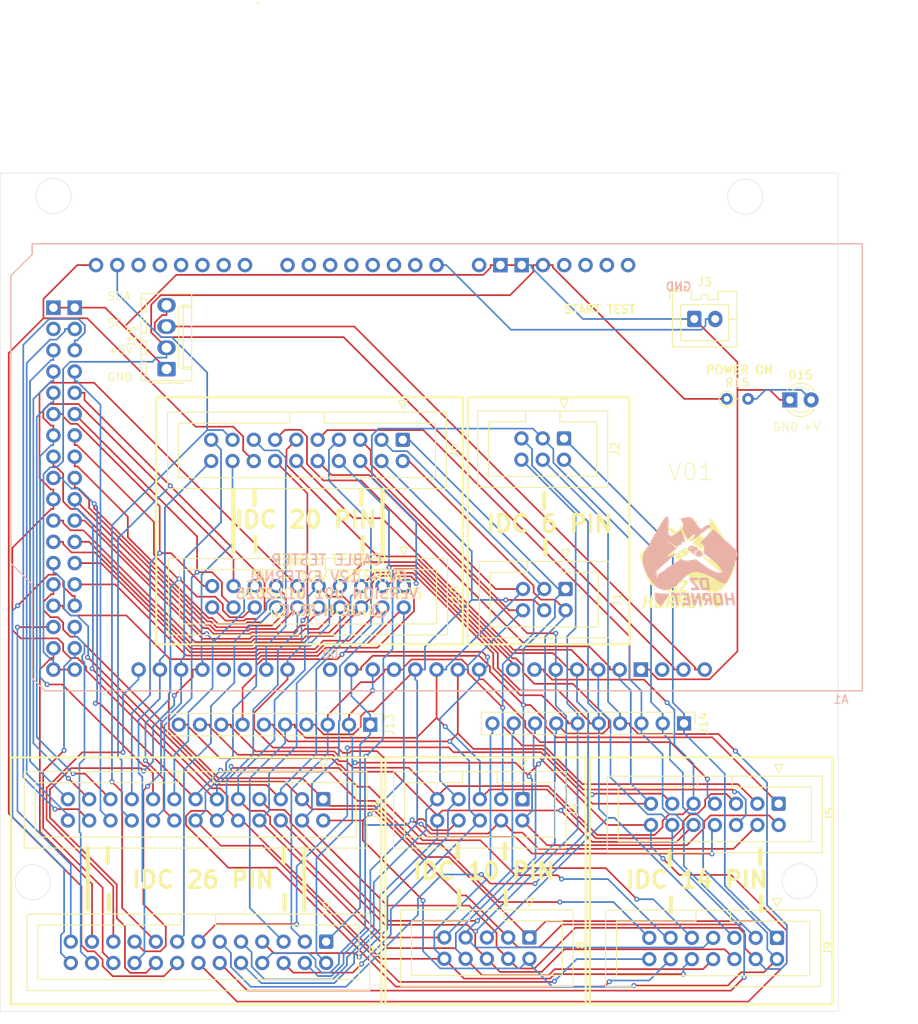
<source format=kicad_pcb>
(kicad_pcb (version 20240108) (generator "pcbnew") (generator_version "8.0")
  (layers (0 "F.Cu" signal) (31 "B.Cu" signal) (34 "B.Paste" user) (35 "F.Paste" user) (36 "B.SilkS" user "B.Silkscreen") (37 "F.SilkS" user "F.Silkscreen") (38 "B.Mask" user) (39 "F.Mask" user) (44 "Edge.Cuts" user))
  (net 0 "")
  (net 1 "/PIN_01")
  (net 2 "/PIN_02")
  (net 3 "/PIN_03")
  (net 4 "/PIN_04")
  (net 5 "/PIN_05")
  (net 6 "/PIN_06")
  (net 7 "/GND")
  (net 8 "/PIN_07")
  (net 9 "/PIN_08")
  (net 10 "/PIN_09")
  (net 11 "/PIN_10")
  (net 12 "/PIN_11")
  (net 13 "/PIN_12")
  (net 14 "/PIN_13")
  (net 15 "/PIN_14")
  (net 16 "/PIN_15")
  (net 17 "Net-(D15-A)")
  (net 18 "/PIN_16")
  (net 19 "/PIN_17")
  (net 20 "/PIN_18")
  (net 21 "/PIN_19")
  (net 22 "/PIN_20")
  (net 23 "/PIN_21")
  (net 24 "/PIN_22")
  (net 25 "/PIN_23")
  (net 26 "/PIN_24")
  (net 27 "/PIN_25")
  (net 28 "/PIN_26")
  (net 29 "/PIN_R_01")
  (net 30 "/PIN_R_06")
  (net 31 "/PIN_R_03")
  (net 32 "/PIN_R_05")
  (net 33 "/PIN_R_04")
  (net 34 "/PIN_R_02")
  (net 35 "/PIN_R_09")
  (net 36 "/PIN_R_07")
  (net 37 "/PIN_R_10")
  (net 38 "/PIN_R_08")
  (net 39 "/PIN_R_14")
  (net 40 "/PIN_R_13")
  (net 41 "/PIN_R_11")
  (net 42 "/PIN_R_12")
  (net 43 "/PIN_R_19")
  (net 44 "/PIN_R_17")
  (net 45 "/PIN_R_15")
  (net 46 "/PIN_R_18")
  (net 47 "/PIN_R_20")
  (net 48 "/PIN_R_16")
  (net 49 "/PIN_R_22")
  (net 50 "/PIN_R_21")
  (net 51 "/PIN_R_23")
  (net 52 "/PIN_R_26")
  (net 53 "/PIN_R_24")
  (net 54 "/PIN_R_25")
  (net 73 "/+5V")
  (net 76 "/START TEST")
  (net 79 "/SDA")
  (net 80 "/SCL")
  (footprint "Connector_PinHeader_2.54mm:PinHeader_1x10_P2.54mm_Vertical" (layer "F.Cu") (at 119.025 103.025 -90)
    (property "Reference" "J14")
    (property "Value" "Conn_01x10_Socket")
  )
  (footprint "Connector_IDC:IDC-Header_2x10_P2.54mm_Vertical" (layer "F.Cu") (at 85.466 69.181 -90)
    (property "Reference" "J6")
    (property "Value" "Conn_02x10_Odd_Even")
  )
  (footprint "Connector_IDC:IDC-Header_2x10_P2.54mm_Vertical" (layer "F.Cu") (at 85.586 86.641 -90)
    (property "Reference" "J10")
    (property "Value" "Conn_02x10_Odd_Even")
  )
  (footprint "Connector_JST:JST_XA_B02B-XASK-1_1x02_P2.50mm_Vertical" (layer "F.Cu") (at 120.25 54.775)
    (property "Reference" "J3")
    (property "Value" "Test")
  )
  (footprint "Connector_IDC:IDC-Header_2x05_P2.54mm_Vertical" (layer "F.Cu") (at 100.582 128.566 -90)
    (property "Reference" "J8")
    (property "Value" "Conn_02x05_Odd_Even")
  )
  (footprint "Connector_IDC:IDC-Header_2x05_P2.54mm_Vertical" (layer "F.Cu") (at 99.742 112.066 -90)
    (property "Reference" "J4")
    (property "Value" "Conn_02x05_Odd_Even")
  )
  (footprint "Connector_IDC:IDC-Header_2x03_P2.54mm_Vertical" (layer "F.Cu") (at 104.89 86.985 -90)
    (property "Reference" "J1")
    (property "Value" "Conn_02x03_Odd_Even")
  )
  (footprint "MEGA:Arduino_Mega2560_R3_Shield" (layer "F.Cu") (at 140.296 45.8 180)
    (property "Reference" "A1")
    (property "Value" "Arduino_Mega2560_R3_Shield")
  )
  (footprint "Connector_IDC:IDC-Header_2x07_P2.54mm_Vertical" (layer "F.Cu") (at 130.122 128.606 -90)
    (property "Reference" "J9")
    (property "Value" "Conn_02x07_Odd_Even")
  )
  (footprint "Connector_IDC:IDC-Header_2x03_P2.54mm_Vertical" (layer "F.Cu") (at 104.706 69.025 -90)
    (property "Reference" "J2")
    (property "Value" "Conn_02x03_Odd_Even" (hide yes))
  )
  (footprint "Connector_IDC:IDC-Header_2x13_P2.54mm_Vertical" (layer "F.Cu") (at 76.322 129.066 -90)
    (property "Reference" "J7")
    (property "Value" "Conn_02x13_Odd_Even")
  )
  (footprint "Connector_Molex:Molex_KK-254_AE-6410-04A_1x04_P2.54mm_Vertical" (layer "F.Cu") (at 57.275 60.75 90)
    (property "Reference" "J15")
    (property "Value" "PT_Conn_01x04")
  )
  (footprint "Connector_IDC:IDC-Header_2x07_P2.54mm_Vertical" (layer "F.Cu") (at 130.322 112.606 -90)
    (property "Reference" "J5")
    (property "Value" "Conn_02x07_Odd_Even")
  )
  (footprint "LED_THT:LED_D3.0mm" (layer "F.Cu") (at 131.66 64.425)
    (property "Reference" "D15")
    (property "Value" "LED")
  )
  (footprint "Connector_PinHeader_2.54mm:PinHeader_1x10_P2.54mm_Vertical" (layer "F.Cu") (at 81.59 103.175 -90)
    (property "Reference" "J13")
    (property "Value" "Conn_01x10_Socket")
  )
  (footprint "Connector_IDC:IDC-Header_2x13_P2.54mm_Vertical" (layer "F.Cu") (at 75.982 112.066 -90)
    (property "Reference" "J11")
    (property "Value" "Conn_02x13_Odd_Even")
  )
  (footprint "Resistor_THT:R_Axial_DIN0204_L3.6mm_D1.6mm_P2.54mm_Vertical" (layer "F.Cu") (at 124.1339 64.3034)
    (property "Reference" "R15")
    (property "Value" "470")
  )
  (gr_poly (pts (xy 116.939663 78.334373) (xy 116.895129 78.353372) (xy 116.846073 78.384248) (xy 116.792298 78.427695) (xy 116.733605 78.484407) (xy 116.425232 78.948896) (xy 116.130946 79.422689) (xy 115.846873 79.903236) (xy 115.56914 80.387984) (xy 115.017207 81.359878) (xy 114.735261 81.841919) (xy 114.444165 82.317954) (xy 114.444693 82.316898) (xy 114.375683 82.437895) (xy 114.314427 82.559402) (xy 114.260811 82.681439) (xy 114.214721 82.804024) (xy 114.17604 82.927179) (xy 114.144656 83.050922) (xy 114.120452 83.175274) (xy 114.103315 83.300254) (xy 114.093129 83.425883) (xy 114.08978 83.552179) (xy 114.093152 83.679162) (xy 114.103133 83.806853) (xy 114.119606 83.935271) (xy 114.142457 84.064436) (xy 114.171571 84.194367) (xy 114.206833 84.325085) (xy 114.260836 84.497927) (xy 114.320175 84.665468) (xy 114.384739 84.828082) (xy 114.454413 84.986142) (xy 114.529083 85.14002) (xy 114.608636 85.290091) (xy 114.692959 85.436726) (xy 114.781938 85.580301) (xy 114.875459 85.721187) (xy 114.973409 85.859758) (xy 115.075674 85.996388) (xy 115.182141 86.131449) (xy 115.292696 86.265314) (xy 115.407225 86.398358) (xy 115.525616 86.530953) (xy 115.647753 86.663472) (xy 115.733202 86.746523) (xy 115.826158 86.821388) (xy 115.925912 86.887983) (xy 116.031754 86.946221) (xy 116.142977 86.996016) (xy 116.258869 87.037282) (xy 116.378723 87.069933) (xy 116.501828 87.093883) (xy 116.627476 87.109046) (xy 116.754957 87.115336) (xy 116.883562 87.112667) (xy 117.012581 87.100952) (xy 117.141307 87.080107) (xy 117.269028 87.050044) (xy 117.395036 87.010678) (xy 117.518622 86.961922) (xy 117.555002 86.945611) (xy 117.591277 86.928535) (xy 117.627396 86.9107) (xy 117.663303 86.892118) (xy 117.698946 86.872796) (xy 117.734269 86.852743) (xy 117.769219 86.831969) (xy 117.803743 86.810481) (xy 117.837786 86.78829) (xy 117.871295 86.765405) (xy 117.904215 86.741833) (xy 117.936493 86.717584) (xy 117.968075 86.692667) (xy 117.998908 86.66709) (xy 118.028936 86.640863) (xy 118.058106 86.613995) (xy 118.210164 86.469861) (xy 118.359421 86.330672) (xy 118.652328 86.059528) (xy 118.797371 85.923772) (xy 118.942406 85.785358) (xy 119.088129 85.642386) (xy 119.235238 85.492956) (xy 119.323748 85.401417) (xy 119.415178 85.319559) (xy 119.509345 85.247053) (xy 119.606065 85.183568) (xy 119.705157 85.128775) (xy 119.806436 85.082343) (xy 119.909721 85.043942) (xy 120.014828 85.013242) (xy 120.121576 84.989912) (xy 120.22978 84.973624) (xy 120.339259 84.964046) (xy 120.449829 84.960849) (xy 120.561307 84.963702) (xy 120.673512 84.972275) (xy 120.78626 84.986239) (xy 120.899368 85.005263) (xy 121.125933 85.05717) (xy 121.351747 85.125356) (xy 121.575345 85.207179) (xy 121.795267 85.3) (xy 122.01005 85.401177) (xy 122.218231 85.508069) (xy 122.418349 85.618036) (xy 122.60894 85.728435) (xy 123.138999 86.052913) (xy 123.274328 86.12908) (xy 123.34303 86.164874) (xy 123.412574 86.198769) (xy 123.483072 86.230482) (xy 123.554634 86.259733) (xy 123.627375 86.286241) (xy 123.701404 86.309724) (xy 123.743989 86.320461) (xy 123.76436 86.324828) (xy 123.784142 86.328514) (xy 123.803356 86.33151) (xy 123.822022 86.333806) (xy 123.84016 86.335395) (xy 123.857789 86.336265) (xy 123.874931 86.336409) (xy 123.891603 86.335816) (xy 123.907827 86.334477) (xy 123.923623 86.332383) (xy 123.93901 86.329525) (xy 123.954009 86.325894) (xy 123.968639 86.321479) (xy 123.982921 86.316273) (xy 123.996874 86.310264) (xy 124.010518 86.303445) (xy 124.023873 86.295806) (xy 124.03696 86.287338) (xy 124.049798 86.278031) (xy 124.062407 86.267876) (xy 124.074807 86.256863) (xy 124.087018 86.244984) (xy 124.09906 86.232229) (xy 124.110953 86.218589) (xy 124.122717 86.204054) (xy 124.134372 86.188615) (xy 124.145938 86.172263) (xy 124.157434 86.154989) (xy 124.168882 86.136783) (xy 124.1803 86.117637) (xy 124.223 86.04326) (xy 124.264925 85.968362) (xy 124.305995 85.892943) (xy 124.346128 85.817004) (xy 124.385244 85.740543) (xy 124.423262 85.663562) (xy 124.460102 85.58606) (xy 124.495683 85.508036) (xy 124.625809 85.209387) (xy 124.750477 84.908751) (xy 124.869688 84.606124) (xy 124.983443 84.301503) (xy 125.09174 83.994886) (xy 125.19458 83.686268) (xy 125.291963 83.375648) (xy 125.38389 83.063021) (xy 125.399999 82.999431) (xy 125.406374 82.968264) (xy 125.411634 82.937505) (xy 125.415783 82.907148) (xy 125.418824 82.877185) (xy 125.420761 82.847608) (xy 125.421597 82.81841) (xy 125.421336 82.789584) (xy 125.419981 82.761122) (xy 125.417536 82.733017) (xy 125.414004 82.705262) (xy 125.409389 82.677848) (xy 125.403695 82.65077) (xy 125.396925 82.624018) (xy 125.389082 82.597586) (xy 125.38017 82.571467) (xy 125.370193 82.545653) (xy 125.359154 82.520136) (xy 125.347057 82.494909) (xy 125.333905 82.469965) (xy 125.319702 82.445296) (xy 125.304451 82.420896) (xy 125.288156 82.396755) (xy 125.252447 82.349227) (xy 125.212604 82.302651) (xy 125.168656 82.256969) (xy 125.120629 82.212122) (xy 123.819938 81.045309) (xy 123.174776 80.456247) (xy 122.854945 80.15874) (xy 122.537502 79.858653) (xy 122.467156 79.931049) (xy 122.397009 80.003644) (xy 122.363927 80.038276) (xy 122.330995 80.073131) (xy 122.298261 80.108233) (xy 122.265775 80.143609) (xy 122.262987 80.146544) (xy 122.260171 80.149295) (xy 122.257321 80.151854) (xy 122.254427 80.154217) (xy 122.251482 80.156379) (xy 122.248479 80.158334) (xy 122.245407 80.160076) (xy 122.24226 80.161601) (xy 122.23903 80.162902) (xy 122.235707 80.163975) (xy 122.232285 80.164813) (xy 122.228754 80.165412) (xy 122.225107 80.165766) (xy 122.221336 80.16587) (xy 122.217432 80.165718) (xy 122.213388 80.165305) (xy 122.20885 80.164779) (xy 122.204456 80.164495) (xy 122.200197 80.164458) (xy 122.196062 80.164677) (xy 122.192039 80.165155) (xy 122.18812 80.1659) (xy 122.184292 80.166918) (xy 122.180546 80.168215) (xy 122.176872 80.169798) (xy 122.173259 80.171671) (xy 122.169695 80.173843) (xy 122.166172 80.176318) (xy 122.162678 80.179104) (xy 122.159204 80.182205) (xy 122.155737 80.185629) (xy 122.152269 80.189382) (xy 122.12534 80.219592) (xy 122.098166 80.249538) (xy 122.043294 80.308875) (xy 121.932929 80.426978) (xy 121.840755 80.527024) (xy 121.748779 80.627267) (xy 121.560131 80.83232) (xy 121.373336 81.03552) (xy 121.133359 81.296134) (xy 121.053124 81.384505) (xy 120.972492 81.473669) (xy 120.979408 81.485391) (xy 120.982908 81.490999) (xy 120.986494 81.496403) (xy 120.990209 81.501576) (xy 120.994095 81.506491) (xy 120.998196 81.511121) (xy 121.002555 81.51544) (xy 121.007215 81.519422) (xy 121.009671 81.521277) (xy 121.012218 81.523038) (xy 121.014862 81.524702) (xy 121.017608 81.526264) (xy 121.020462 81.527721) (xy 121.023428 81.529071) (xy 121.026513 81.530309) (xy 121.029721 81.531433) (xy 121.033058 81.532439) (xy 121.03653 81.533323) (xy 121.040141 81.534083) (xy 121.043897 81.534715) (xy 121.047804 81.535216) (xy 121.051867 81.535582) (xy 121.057177 81.536166) (xy 121.06249 81.537106) (xy 121.0678 81.538374) (xy 121.073104 81.539939) (xy 121.078397 81.541775) (xy 121.083674 81.543851) (xy 121.088933 81.54614) (xy 121.094167 81.548613) (xy 121.099374 81.55124) (xy 121.104549 81.553994) (xy 121.114784 81.559767) (xy 121.134682 81.571565) (xy 121.154527 81.584104) (xy 121.173316 81.597484) (xy 121.191096 81.611666) (xy 121.207913 81.626611) (xy 121.223816 81.64228) (xy 121.238852 81.658634) (xy 121.253068 81.675634) (xy 121.26651 81.693241) (xy 121.279227 81.711414) (xy 121.291266 81.730116) (xy 121.302674 81.749307) (xy 121.313499 81.768949) (xy 121.323787 81.789001) (xy 121.333585 81.809424) (xy 121.342942 81.83018) (xy 121.351905 81.85123) (xy 121.364423 81.883371) (xy 121.375655 81.915871) (xy 121.385703 81.948694) (xy 121.394668 81.981802) (xy 121.402654 82.015158) (xy 121.409762 82.048725) (xy 121.416095 82.082466) (xy 121.421755 82.116343) (xy 121.424537 82.135538) (xy 121.426798 82.154815) (xy 121.428638 82.174153) (xy 121.430155 82.193535) (xy 121.434984 82.271124) (xy 121.43679 82.299542) (xy 121.438324 82.32801) (xy 121.438841 82.342246) (xy 121.439114 82.356477) (xy 121.439082 82.370695) (xy 121.438688 82.384895) (xy 121.436515 82.427028) (xy 121.433553 82.469049) (xy 121.429488 82.510896) (xy 121.424004 82.552508) (xy 121.42063 82.573207) (xy 121.416782 82.593823) (xy 121.412422 82.614349) (xy 121.407508 82.634777) (xy 121.402003 82.6551) (xy 121.395866 82.67531) (xy 121.389057 82.695399) (xy 121.381538 82.71536) (xy 121.37947 82.720191) (xy 121.377247 82.724988) (xy 121.374887 82.729791) (xy 121.37241 82.734641) (xy 121.367176 82.744641) (xy 121.364457 82.749872) (xy 121.361694 82.755311) (xy 121.41848 82.795329) (xy 121.476259 82.835745) (xy 121.704131 82.994594) (xy 121.931607 83.154038) (xy 122.088901 83.266089) (xy 122.167053 83.322884) (xy 122.244609 83.380521) (xy 122.309427 83.429949) (xy 122.373626 83.480269) (xy 122.437081 83.531582) (xy 122.46849 83.557642) (xy 122.499667 83.583986) (xy 122.575809 83.649859) (xy 122.651207 83.716675) (xy 122.800763 83.851745) (xy 122.837296 83.885499) (xy 122.855396 83.902564) (xy 122.873358 83.919775) (xy 122.891158 83.937147) (xy 122.908775 83.954696) (xy 122.926187 83.972437) (xy 122.943373 83.990386) (xy 122.998961 84.049923) (xy 123.05351 84.110338) (xy 123.106875 84.171738) (xy 123.158909 84.234233) (xy 123.209468 84.297931) (xy 123.258405 84.36294) (xy 123.305575 84.42937) (xy 123.350831 84.497328) (xy 123.387279 84.555776) (xy 123.421946 84.615067) (xy 123.454741 84.675252) (xy 123.48557 84.736379) (xy 123.514341 84.798498) (xy 123.540959 84.861659) (xy 123.565333 84.925912) (xy 123.587369 84.991305) (xy 123.589968 84.999758) (xy 123.592437 85.008276) (xy 123.597158 85.025668) (xy 123.606948 85.063007) (xy 123.562829 85.063371) (xy 123.541984 85.063342) (xy 123.531714 85.063134) (xy 123.521487 85.062743) (xy 123.497679 85.061354) (xy 123.473896 85.059568) (xy 123.450162 85.057385) (xy 123.426502 85.054805) (xy 123.315311 85.042634) (xy 123.259815 85.035904) (xy 123.232135 85.032161) (xy 123.204517 85.028083) (xy 123.146969 85.018456) (xy 123.089812 85.007276) (xy 123.033039 84.994601) (xy 122.976644 84.980491) (xy 122.920622 84.965004) (xy 122.864965 84.948199) (xy 122.809668 84.930136) (xy 122.754725 84.910872) (xy 122.680886 84.883409) (xy 122.644132 84.86914) (xy 122.607518 84.854483) (xy 122.571065 84.839417) (xy 122.534794 84.82392) (xy 122.498729 84.80797) (xy 122.46289 84.791546) (xy 122.377487 84.751084) (xy 122.334963 84.730335) (xy 122.292631 84.70916) (xy 122.250546 84.687502) (xy 122.208766 84.665302) (xy 122.167345 84.642499) (xy 122.12634 84.619037) (xy 122.076603 84.589663) (xy 122.027196 84.559716) (xy 121.978098 84.529242) (xy 121.929291 84.498288) (xy 121.832479 84.435122) (xy 121.736609 84.370593) (xy 121.688697 84.337448) (xy 121.641152 84.303773) (xy 121.546836 84.235292) (xy 121.359048 84.097014) (xy 121.028583 83.856508) (xy 120.723783 83.633464) (xy 120.59126 83.536428) (xy 120.458936 83.438995) (xy 120.456665 83.437418) (xy 120.454414 83.436054) (xy 120.452177 83.434892) (xy 120.449948 83.433922) (xy 120.447723 83.433134) (xy 120.445495 83.432516) (xy 120.443259 83.432059) (xy 120.44101 83.431752) (xy 120.438743 83.431584) (xy 120.436451 83.431546) (xy 120.43413 83.431626) (xy 120.431775 83.431814) (xy 120.429378 83.4321) (xy 120.426937 83.432473) (xy 120.424444 83.432923) (xy 120.421894 83.433439) (xy 120.11931 83.495153) (xy 119.816527 83.555676) (xy 119.799712 83.558834) (xy 119.782814 83.561596) (xy 119.765847 83.56401) (xy 119.748827 83.566127) (xy 119.73177 83.567996) (xy 119.714692 83.569666) (xy 119.680532 83.572609) (xy 119.616234 83.577591) (xy 119.551911 83.582101) (xy 119.487539 83.585966) (xy 119.423092 83.589013) (xy 119.404428 83.589474) (xy 119.385745 83.589522) (xy 119.367049 83.589241) (xy 119.348347 83.588716) (xy 119.273603 83.585838) (xy 119.221347 83.584383) (xy 119.208253 83.58388) (xy 119.19517 83.583234) (xy 119.182113 83.582402) (xy 119.169092 83.58134) (xy 119.126802 83.577131) (xy 119.084715 83.572026) (xy 119.042914 83.565699) (xy 119.022146 83.561976) (xy 119.001479 83.557826) (xy 118.980924 83.553207) (xy 118.96049 83.548079) (xy 118.940189 83.542402) (xy 118.920029 83.536134) (xy 118.900021 83.529235) (xy 118.880175 83.521665) (xy 118.860501 83.513383) (xy 118.841009 83.504347) (xy 118.839177 83.503429) (xy 118.837353 83.502464) (xy 118.835541 83.501453) (xy 118.833741 83.500399) (xy 118.831957 83.499302) (xy 118.830191 83.498166) (xy 118.828445 83.496991) (xy 118.826721 83.495781) (xy 118.825023 83.494536) (xy 118.823351 83.493259) (xy 118.821709 83.491953) (xy 118.820099 83.490617) (xy 118.818522 83.489256) (xy 118.816983 83.48787) (xy 118.815482 83.486461) (xy 118.814022 83.485032) (xy 118.787683 83.45914) (xy 118.761469 83.433075) (xy 118.735403 83.40686) (xy 118.709511 83.380522) (xy 118.707999 83.378998) (xy 118.70653 83.377606) (xy 118.705093 83.376356) (xy 118.703674 83.375255) (xy 118.702261 83.374312) (xy 118.701553 83.373903) (xy 118.700842 83.373536) (xy 118.700126 83.373213) (xy 118.699404 83.372935) (xy 118.698675 83.372703) (xy 118.697936 83.372518) (xy 118.697186 83.372381) (xy 118.696424 83.372293) (xy 118.695648 83.372256) (xy 118.694856 83.372269) (xy 118.694047 83.372335) (xy 118.69322 83.372454) (xy 118.692372 83.372628) (xy 118.691503 83.372857) (xy 118.690611 83.373143) (xy 118.689694 83.373487) (xy 118.68875 83.373889) (xy 118.687778 83.374351) (xy 118.686778 83.374874) (xy 118.685746 83.375458) (xy 118.684681 83.376106) (xy 118.683583 83.376818) (xy 118.269245 83.649339) (xy 117.780294 83.970013) (xy 117.419667 84.206815) (xy 117.043695 84.452613) (xy 116.989786 84.4882) (xy 116.962732 84.505819) (xy 116.949137 84.514477) (xy 116.93548 84.522992) (xy 116.932249 84.525041) (xy 116.929215 84.527126) (xy 116.926394 84.52926) (xy 116.923805 84.531455) (xy 116.921464 84.533723) (xy 116.920391 84.534888) (xy 116.919388 84.536075) (xy 116.918454 84.537287) (xy 116.917594 84.538525) (xy 116.916808 84.53979) (xy 116.916099 84.541083) (xy 116.915469 84.542407) (xy 116.91492 84.543763) (xy 116.914455 84.545152) (xy 116.914075 84.546575) (xy 116.913783 84.548035) (xy 116.91358 84.549532) (xy 116.91347 84.551069) (xy 116.913453 84.552646) (xy 116.913532 84.554266) (xy 116.91371 84.55593) (xy 116.913988 84.557638) (xy 116.914369 84.559394) (xy 116.914854 84.561198) (xy 116.915446 84.563051) (xy 116.916147 84.564956) (xy 116.916959 84.566913) (xy 116.91754 84.568306) (xy 116.918043 84.569659) (xy 116.91847 84.570973) (xy 116.918822 84.572248) (xy 116.9191 84.573488) (xy 116.919307 84.574692) (xy 116.919443 84.575862) (xy 116.91951 84.577) (xy 116.919509 84.578108) (xy 116.919441 84.579185) (xy 116.919309 84.580234) (xy 116.919112 84.581256) (xy 116.918854 84.582253) (xy 116.918535 84.583226) (xy 116.918156 84.584175) (xy 116.91772 84.585103) (xy 116.917227 84.586011) (xy 116.916678 84.5869) (xy 116.916076 84.587772) (xy 116.915422 84.588628) (xy 116.914716 84.589468) (xy 116.913961 84.590296) (xy 116.913158 84.591111) (xy 116.912308 84.591916) (xy 116.910474 84.593499) (xy 116.908469 84.595056) (xy 116.906305 84.596597) (xy 116.903994 84.598134) (xy 116.37033 84.948178) (xy 116.03034 85.17175) (xy 115.996192 85.194699) (xy 115.962143 85.217821) (xy 115.945032 85.229222) (xy 115.927797 85.240397) (xy 115.910388 85.251256) (xy 115.892756 85.261708) (xy 115.890563 85.263008) (xy 115.888495 85.264329) (xy 115.886549 85.26567) (xy 115.884722 85.267032) (xy 115.883011 85.268416) (xy 115.881412 85.269821) (xy 115.879923 85.271248) (xy 115.878539 85.272697) (xy 115.877258 85.274169) (xy 115.876077 85.275663) (xy 115.874992 85.277181) (xy 115.873999 85.278722) (xy 115.873097 85.280286) (xy 115.872281 85.281875) (xy 115.871548 85.283487) (xy 115.870895 85.285125) (xy 115.869817 85.288474) (xy 115.869019 85.291924) (xy 115.868476 85.295479) (xy 115.868163 85.299139) (xy 115.868052 85.302908) (xy 115.868119 85.306788) (xy 115.868336 85.310781) (xy 115.868679 85.31489) (xy 115.86965 85.324514) (xy 115.870738 85.334138) (xy 115.873045 85.353387) (xy 115.874152 85.363011) (xy 115.875153 85.372636) (xy 115.875993 85.38226) (xy 115.876616 85.391884) (xy 115.878497 85.424908) (xy 115.880155 85.45803) (xy 115.880707 85.474597) (xy 115.88097 85.491152) (xy 115.880867 85.507683) (xy 115.880321 85.524176) (xy 115.880046 85.528999) (xy 115.879622 85.533842) (xy 115.879056 85.538699) (xy 115.878353 85.543565) (xy 115.87752 85.548433) (xy 115.876563 85.5533) (xy 115.875488 85.558158) (xy 115.874302 85.563003) (xy 115.87301 85.56783) (xy 115.871619 85.572633) (xy 115.868564 85.582145) (xy 115.865186 85.591495) (xy 115.861536 85.600641) (xy 115.860297 85.603454) (xy 115.859012 85.606091) (xy 115.857684 85.608551) (xy 115.856315 85.610834) (xy 115.854907 85.61294) (xy 115.853464 85.614869) (xy 115.851986 85.61662) (xy 115.850477 85.618194) (xy 115.848939 85.619591) (xy 115.847374 85.62081) (xy 115.845785 85.621851) (xy 115.844174 85.622714) (xy 115.842543 85.623399) (xy 115.840896 85.623907) (xy 115.839233 85.624236) (xy 115.837558 85.624387) (xy 115.835873 85.62436) (xy 115.83418 85.624155) (xy 115.832482 85.623771) (xy 115.83078 85.623208) (xy 115.829079 85.622467) (xy 115.827379 85.621547) (xy 115.825683 85.620448) (xy 115.823994 85.61917) (xy 115.822313 85.617713) (xy 115.820644 85.616077) (xy 115.818989 85.614262) (xy 115.81735 85.612267) (xy 115.815729 85.610093) (xy 115.814129 85.607739) (xy 115.812552 85.605206) (xy 115.811 85.602493) (xy 115.808619 85.598041) (xy 115.806334 85.593521) (xy 115.804145 85.588937) (xy 115.802049 85.584294) (xy 115.798131 85.574857) (xy 115.794562 85.565252) (xy 115.791329 85.555524) (xy 115.788415 85.545715) (xy 115.785805 85.535868) (xy 115.783483 85.526028) (xy 115.781404 85.515551) (xy 115.779696 85.504969) (xy 115.778311 85.4943) (xy 115.777199 85.483563) (xy 115.77631 85.472776) (xy 115.775595 85.461958) (xy 115.774488 85.440303) (xy 115.765756 85.231018) (xy 115.760101 85.113146) (xy 115.75385 84.995274) (xy 115.751096 84.950865) (xy 115.748095 84.906506) (xy 115.741944 84.817738) (xy 115.741897 84.816083) (xy 115.741954 84.814445) (xy 115.742112 84.812824) (xy 115.74237 84.811222) (xy 115.742727 84.809642) (xy 115.74318 84.808086) (xy 115.743727 84.806555) (xy 115.744366 84.805051) (xy 115.745097 84.803576) (xy 115.745916 84.802132) (xy 115.746822 84.80072) (xy 115.747813 84.799344) (xy 115.748888 84.798004) (xy 115.750044 84.796703) (xy 115.75128 84.795442) (xy 115.752593 84.794223) (xy 115.755446 84.791921) (xy 115.758589 84.78981) (xy 115.762005 84.787906) (xy 115.765682 84.786224) (xy 115.769603 84.784779) (xy 115.773754 84.783587) (xy 115.778121 84.782662) (xy 115.782689 84.782019) (xy 115.785533 84.781673) (xy 115.788469 84.78128) (xy 115.791442 84.780917) (xy 115.792926 84.780772) (xy 115.794397 84.780663) (xy 115.79585 84.780601) (xy 115.797278 84.780596) (xy 115.798673 84.780656) (xy 115.800028 84.780791) (xy 115.801337 84.781012) (xy 115.802592 84.781328) (xy 115.803198 84.781525) (xy 115.803787 84.781749) (xy 115.804359 84.782001) (xy 115.804914 84.782283) (xy 115.807191 84.783411) (xy 115.809407 84.784366) (xy 115.811565 84.785156) (xy 115.813668 84.785787) (xy 115.815716 84.786265) (xy 115.817713 84.786597) (xy 115.81966 84.786789) (xy 115.821559 84.786848) (xy 115.823412 84.786779) (xy 115.825222 84.786589) (xy 115.82699 84.786286) (xy 115.828718 84.785874) (xy 115.830409 84.785361) (xy 115.832064 84.784752) (xy 115.833686 84.784055) (xy 115.835276 84.783276) (xy 115.836837 84.78242) (xy 115.83837 84.781495) (xy 115.841362 84.779462) (xy 115.844269 84.777227) (xy 115.847108 84.774842) (xy 115.858096 84.764821) (xy 116.011025 84.624857) (xy 116.201525 84.454201) (xy 116.341754 84.326671) (xy 116.549981 84.138817) (xy 116.691533 84.0097) (xy 116.893675 83.827667) (xy 116.992365 83.737444) (xy 117.197417 83.5525) (xy 117.245174 83.508744) (xy 117.269003 83.486904) (xy 117.292932 83.465187) (xy 117.499571 83.278921) (xy 117.635037 83.156154) (xy 117.845117 82.966712) (xy 117.913611 82.904635) (xy 117.981906 82.842358) (xy 118.232467 82.614816) (xy 118.232508 82.614757) (xy 118.232531 82.614679) (xy 118.232539 82.614582) (xy 118.232533 82.614465) (xy 118.232515 82.614328) (xy 118.232486 82.61417) (xy 118.232401 82.613791) (xy 118.232292 82.613325) (xy 118.23217 82.61277) (xy 118.232048 82.612121) (xy 118.231991 82.611761) (xy 118.231938 82.611377) (xy 117.159053 83.163298) (xy 117.145824 83.133664) (xy 117.122673 83.079623) (xy 117.111296 83.052479) (xy 117.100315 83.025185) (xy 117.099906 83.023886) (xy 117.099572 83.02248) (xy 117.099314 83.020986) (xy 117.099133 83.019422) (xy 117.099029 83.017805) (xy 117.099003 83.016153) (xy 117.099057 83.014484) (xy 117.099191 83.012816) (xy 117.099405 83.011166) (xy 117.0997 83.009553) (xy 117.100078 83.007994) (xy 117.100538 83.006507) (xy 117.101083 83.00511) (xy 117.101712 83.003821) (xy 117.102058 83.003223) (xy 117.102426 83.002658) (xy 117.102815 83.002128) (xy 117.103226 83.001637) (xy 117.269119 82.809814) (xy 117.278149 82.799711) (xy 117.287552 82.790107) (xy 117.297294 82.780956) (xy 117.307339 82.77221) (xy 117.317653 82.763825) (xy 117.328199 82.755753) (xy 117.338944 82.747947) (xy 117.34985 82.740361) (xy 117.37201 82.725664) (xy 117.394395 82.71129) (xy 117.416725 82.696866) (xy 117.438717 82.682021) (xy 117.700787 82.50055) (xy 117.963651 82.320071) (xy 118.211036 82.149944) (xy 118.208129 82.147577) (xy 118.205343 82.145248) (xy 118.200023 82.14075) (xy 118.197432 82.138606) (xy 118.194851 82.136549) (xy 118.192251 82.134592) (xy 118.190935 82.133654) (xy 118.189604 82.132746) (xy 117.790084 81.862342) (xy 117.367015 81.575269) (xy 117.161302 81.434974) (xy 117.058272 81.365124) (xy 116.954795 81.295869) (xy 116.95134 81.293492) (xy 116.948017 81.291029) (xy 116.941737 81.285859) (xy 116.935901 81.280397) (xy 116.930453 81.274678) (xy 116.925341 81.268738) (xy 116.920509 81.262615) (xy 116.915903 81.256345) (xy 116.91147 81.249964) (xy 116.894371 81.22406) (xy 116.889984 81.217671) (xy 116.885443 81.21139) (xy 116.880695 81.205253) (xy 116.875685 81.199296) (xy 116.879389 81.194269) (xy 118.27295 82.012096) (xy 118.278514 81.985696) (xy 118.283731 81.960039) (xy 118.286411 81.947475) (xy 118.289246 81.935077) (xy 118.292317 81.922842) (xy 118.295703 81.910761) (xy 118.302199 81.891356) (xy 118.309764 81.873124) (xy 118.318377 81.856059) (xy 118.328016 81.840154) (xy 118.33866 81.825404) (xy 118.350286 81.811804) (xy 118.362874 81.799347) (xy 118.376402 81.788027) (xy 118.390847 81.777839) (xy 118.406188 81.768777) (xy 118.422404 81.760835) (xy 118.439472 81.754008) (xy 118.457371 81.748288) (xy 118.476079 81.743672) (xy 118.495575 81.740152) (xy 118.515837 81.737723) (xy 118.525937 81.736946) (xy 118.535996 81.736394) (xy 118.556013 81.735917) (xy 118.575917 81.736202) (xy 118.595741 81.737161) (xy 118.615516 81.738703) (xy 118.635271 81.740737) (xy 118.65504 81.743175) (xy 118.674851 81.745926) (xy 118.676714 81.746107) (xy 118.678623 81.746158) (xy 118.680571 81.746087) (xy 118.682549 81.745901) (xy 118.684549 81.745606) (xy 118.686563 81.745209) (xy 118.68858 81.744718) (xy 118.690594 81.74414) (xy 118.692596 81.74348) (xy 118.694577 81.742747) (xy 118.696528 81.741948) (xy 118.698441 81.741089) (xy 118.700308 81.740177) (xy 118.702119 81.739219) (xy 118.703868 81.738222) (xy 118.705544 81.737194) (xy 118.707936 81.735545) (xy 118.710258 81.733783) (xy 118.712521 81.731926) (xy 118.714734 81.729993) (xy 118.716908 81.728) (xy 118.719054 81.725967) (xy 118.723304 81.721848) (xy 118.727565 81.717779) (xy 118.729727 81.715808) (xy 118.731923 81.713903) (xy 118.734164 81.712081) (xy 118.736461 81.710361) (xy 118.738823 81.70876) (xy 118.741262 81.707296) (xy 118.742964 81.706344) (xy 118.74455 81.705371) (xy 118.746023 81.704378) (xy 118.747387 81.703365) (xy 118.748645 81.702331) (xy 118.749801 81.701278) (xy 118.750857 81.700204) (xy 118.751817 81.699111) (xy 118.752684 81.697997) (xy 118.753462 81.696863) (xy 118.754154 81.695709) (xy 118.754764 81.694534) (xy 118.755294 81.69334) (xy 118.755748 81.692125) (xy 118.75613 81.69089) (xy 118.756443 81.689635) (xy 118.756689 81.68836) (xy 118.756873 81.687065) (xy 118.757067 81.684414) (xy 118.757051 81.681682) (xy 118.756852 81.67887) (xy 118.756496 81.675977) (xy 118.75601 81.673004) (xy 118.754756 81.666815) (xy 118.752726 81.657144) (xy 118.751008 81.647482) (xy 118.749608 81.63783) (xy 118.748534 81.62819) (xy 118.747793 81.618564) (xy 118.747393 81.608953) (xy 118.747341 81.599361) (xy 118.747645 81.589788) (xy 118.748311 81.580237) (xy 118.749348 81.57071) (xy 118.750762 81.561208) (xy 118.75256 81.551734) (xy 118.754751 81.542289) (xy 118.757342 81.532875) (xy 118.76034 81.523495) (xy 118.763751 81.51415) (xy 118.767985 81.504028) (xy 118.772639 81.49429) (xy 118.777701 81.484923) (xy 118.783157 81.475914) (xy 118.788995 81.467251) (xy 118.795201 81.458921) (xy 118.801762 81.450911) (xy 118.808665 81.443209) (xy 118.815896 81.435801) (xy 118.823443 81.428675) (xy 118.831292 81.421818) (xy 118.839431 81.415217) (xy 118.847845 81.408859) (xy 118.856522 81.402732) (xy 118.865449 81.396823) (xy 118.874612 81.391119) (xy 118.890996 81.381659) (xy 118.907598 81.372896) (xy 118.924404 81.364791) (xy 118.941403 81.357302) (xy 118.958581 81.35039) (xy 118.975927 81.344015) (xy 118.993428 81.338136) (xy 119.011071 81.332712) (xy 119.028845 81.327704) (xy 119.046736 81.323072) (xy 119.082823 81.31477) (xy 119.119232 81.307486) (xy 119.155864 81.300896) (xy 119.158445 81.300376) (xy 119.161036 81.299813) (xy 119.166282 81.298581) (xy 119.177296 81.295869) (xy 118.656596 79.894371) (xy 118.540017 80.012191) (xy 118.479045 80.070333) (xy 118.416412 80.127515) (xy 118.352213 80.183398) (xy 118.286544 80.237648) (xy 118.2195 80.289926) (xy 118.151176 80.339896) (xy 118.081667 80.387222) (xy 118.011069 80.431566) (xy 117.939478 80.472591) (xy 117.866988 80.509962) (xy 117.793695 80.54334) (xy 117.719695 80.572389) (xy 117.645082 80.596773) (xy 117.569952 80.616155) (xy 117.552482 80.618525) (xy 117.535255 80.620278) (xy 117.518283 80.621414) (xy 117.501579 80.621931) (xy 117.485157 80.621831) (xy 117.469028 80.621113) (xy 117.453207 80.619776) (xy 117.437706 80.617821) (xy 117.422537 80.615246) (xy 117.407715 80.612052) (xy 117.393251 80.608239) (xy 117.379159 80.603806) (xy 117.365451 80.598754) (xy 117.352142 80.593081) (xy 117.339242 80.586787) (xy 117.326767 80.579873) (xy 117.314727 80.572339) (xy 117.303137 80.564183) (xy 117.292009 80.555405) (xy 117.281357 80.546006) (xy 117.271193 80.535985) (xy 117.261529 80.525343) (xy 117.25238 80.514077) (xy 117.243758 80.502189) (xy 117.235675 80.489679) (xy 117.228146 80.476545) (xy 117.221182 80.462788) (xy 117.214797 80.448407) (xy 117.209003 80.433403) (xy 117.203814 80.417774) (xy 117.199243 80.401521) (xy 117.195302 80.384644) (xy 117.181855 80.314298) (xy 117.170874 80.243104) (xy 117.162341 80.171285) (xy 117.156243 80.099059) (xy 117.152563 80.026648) (xy 117.151286 79.95427) (xy 117.152397 79.882147) (xy 117.155879 79.810498) (xy 117.186191 79.381245) (xy 117.199095 79.080143) (xy 117.199434 78.927382) (xy 117.193583 78.780542) (xy 117.179955 78.645167) (xy 117.169729 78.583513) (xy 117.156965 78.526804) (xy 117.141463 78.475735) (xy 117.123027 78.430998) (xy 117.101456 78.393286) (xy 117.076554 78.363294) (xy 117.048122 78.341713) (xy 117.015962 78.329237) (xy 116.979875 78.32656)) (stroke (width -0.000001)) (fill solid) (layer "B.SilkS"))
  (gr_poly (pts (xy 118.687552 87.760962) (xy 119.334194 87.760962) (xy 119.381025 88.05412) (xy 118.862177 88.05412) (xy 118.909273 88.354422) (xy 119.428385 88.354422) (xy 119.475217 88.649697) (xy 118.828839 88.649697) (xy 118.875935 88.949999) (xy 119.832933 88.949999) (xy 119.597718 87.460659) (xy 118.640456 87.460659)) (stroke (width -0.000001)) (fill solid) (layer "B.SilkS"))
  (gr_poly (pts (xy 119.961161 81.804617) (xy 119.938139 81.806174) (xy 119.915299 81.808682) (xy 119.892634 81.812104) (xy 119.87014 81.816403) (xy 119.84781 81.821542) (xy 119.825639 81.827485) (xy 119.803621 81.834194) (xy 119.781749 81.841633) (xy 119.760018 81.849766) (xy 119.738423 81.858554) (xy 119.716957 81.867962) (xy 119.695614 81.877952) (xy 119.683012 81.884284) (xy 119.670711 81.890982) (xy 119.658721 81.898049) (xy 119.647051 81.905493) (xy 119.635711 81.913319) (xy 119.624712 81.921531) (xy 119.614062 81.930135) (xy 119.603771 81.939137) (xy 119.593849 81.948542) (xy 119.584306 81.958355) (xy 119.575151 81.968583) (xy 119.566395 81.979229) (xy 119.558046 81.990301) (xy 119.550114 82.001803) (xy 119.542609 82.01374) (xy 119.535542 82.026119) (xy 119.529778 82.037174) (xy 119.524492 82.04821) (xy 119.519682 82.059221) (xy 119.515345 82.070204) (xy 119.511481 82.081152) (xy 119.508087 82.09206) (xy 119.505162 82.102924) (xy 119.502704 82.113737) (xy 119.500712 82.124496) (xy 119.499184 82.135194) (xy 119.498117 82.145827) (xy 119.497511 82.15639) (xy 119.497364 82.166877) (xy 119.497674 82.177283) (xy 119.498439 82.187604) (xy 119.499657 82.197833) (xy 119.501328 82.207967) (xy 119.503449 82.217999) (xy 119.506018 82.227925) (xy 119.509034 82.237739) (xy 119.512495 82.247437) (xy 119.5164 82.257012) (xy 119.520746 82.266461) (xy 119.525533 82.275778) (xy 119.530758 82.284958) (xy 119.536419 82.293995) (xy 119.542516 82.302885) (xy 119.549045 82.311622) (xy 119.556007 82.320201) (xy 119.563398 82.328618) (xy 119.571217 82.336866) (xy 119.579463 82.344942) (xy 119.579463 82.344677) (xy 119.591948 82.356699) (xy 119.604238 82.368919) (xy 119.628443 82.393757) (xy 119.6525 82.418793) (xy 119.664604 82.431262) (xy 119.676829 82.443631) (xy 119.703804 82.470234) (xy 119.7313 82.49711) (xy 119.788748 82.553169) (xy 119.777274 82.521635) (xy 119.76785 82.490431) (xy 119.760466 82.459551) (xy 119.755113 82.428992) (xy 119.751781 82.398747) (xy 119.750462 82.368812) (xy 119.751145 82.339182) (xy 119.753823 82.309851) (xy 119.758484 82.280815) (xy 119.765121 82.252068) (xy 119.773724 82.223606) (xy 119.784283 82.195423) (xy 119.796789 82.167514) (xy 119.811233 82.139875) (xy 119.827606 82.112501) (xy 119.845898 82.085385) (xy 119.866088 82.058951) (xy 119.887343 82.034757) (xy 119.909623 82.012719) (xy 119.932888 81.992752) (xy 119.957098 81.974771) (xy 119.982215 81.958691) (xy 120.008198 81.944427) (xy 120.035008 81.931894) (xy 120.062606 81.921007) (xy 120.090952 81.911683) (xy 120.120007 81.903834) (xy 120.14973 81.897378) (xy 120.180083 81.892229) (xy 120.211026 81.888301) (xy 120.242519 81.885511) (xy 120.274523 81.883773) (xy 120.247995 81.871092) (xy 120.22135 81.858972) (xy 120.194518 81.847603) (xy 120.167433 81.837173) (xy 120.153773 81.832369) (xy 120.140024 81.827872) (xy 120.126178 81.823704) (xy 120.112226 81.819888) (xy 120.098158 81.81645) (xy 120.083968 81.813412) (xy 120.069646 81.810798) (xy 120.055183 81.808631) (xy 120.031376 81.806017) (xy 120.007774 81.804502) (xy 119.984371 81.804047)) (stroke (width -0.000001)) (fill solid) (layer "B.SilkS"))
  (gr_poly (pts (xy 119.420778 78.416276) (xy 119.308986 78.430072) (xy 119.196972 78.449279) (xy 119.086185 78.47255) (xy 118.978072 78.498536) (xy 118.601297 78.602675) (xy 118.742023 78.890872) (xy 118.811257 79.031002) (xy 118.881755 79.169148) (xy 118.898986 79.204705) (xy 118.913476 79.240029) (xy 118.925232 79.275103) (xy 118.934259 79.30991) (xy 118.940563 79.344433) (xy 118.944152 79.378656) (xy 118.94503 79.412561) (xy 118.943205 79.446133) (xy 118.938682 79.479355) (xy 118.931468 79.512209) (xy 118.921569 79.54468) (xy 118.908991 79.576751) (xy 118.89374 79.608404) (xy 118.875823 79.639624) (xy 118.855246 79.670393) (xy 118.832014 79.700695) (xy 118.813766 79.721626) (xy 118.79517 79.742731) (xy 118.757137 79.785362) (xy 118.77579 79.785726) (xy 118.785116 79.785846) (xy 118.794443 79.785891) (xy 118.795021 79.78591) (xy 118.795613 79.785967) (xy 118.796217 79.78606) (xy 118.796832 79.786187) (xy 118.797457 79.786347) (xy 118.798089 79.78654) (xy 118.798728 79.786763) (xy 118.799371 79.787016) (xy 118.800665 79.787603) (xy 118.801959 79.788291) (xy 118.80324 79.789069) (xy 118.804497 79.789926) (xy 118.805716 79.790851) (xy 118.806886 79.791834) (xy 118.807994 79.792863) (xy 118.809028 79.793928) (xy 118.809975 79.795018) (xy 118.810822 79.796121) (xy 118.811558 79.797228) (xy 118.81188 79.797779) (xy 118.81217 79.798327) (xy 119.053735 80.284366) (xy 119.196874 80.574614) (xy 119.354831 80.895025) (xy 119.40186 80.991465) (xy 119.449287 81.089493) (xy 119.461983 81.078724) (xy 119.474258 81.068426) (xy 119.480229 81.063353) (xy 119.486085 81.058277) (xy 119.491824 81.053157) (xy 119.497441 81.047954) (xy 119.525768 81.021033) (xy 119.553996 80.993913) (xy 119.610154 80.939475) (xy 119.704312 80.848822) (xy 119.727736 80.826058) (xy 119.750983 80.803111) (xy 119.773987 80.77991) (xy 119.796685 80.756383) (xy 119.813993 80.738819) (xy 119.83176 80.721909) (xy 119.849951 80.7056) (xy 119.868528 80.68984) (xy 119.887456 80.674577) (xy 119.906697 80.659757) (xy 119.945976 80.631235) (xy 119.986074 80.603855) (xy 120.026699 80.577194) (xy 120.108364 80.524344) (xy 120.110821 80.522739) (xy 120.113324 80.521191) (xy 120.118427 80.518221) (xy 120.128737 80.512471) (xy 120.133784 80.50951) (xy 120.136245 80.507969) (xy 120.138651 80.506373) (xy 120.140991 80.50471) (xy 120.143257 80.502969) (xy 120.145438 80.501139) (xy 120.147523 80.499208) (xy 120.149584 80.497293) (xy 120.15165 80.495514) (xy 120.153722 80.493868) (xy 120.1558 80.492352) (xy 120.157884 80.490963) (xy 120.159975 80.489697) (xy 120.162073 80.48855) (xy 120.164179 80.487521) (xy 120.166293 80.486605) (xy 120.168416 80.4858) (xy 120.170547 80.485101) (xy 120.172689 80.484507) (xy 120.17484 80.484013) (xy 120.177001 80.483616) (xy 120.181356 80.483102) (xy 120.185758 80.482938) (xy 120.19021 80.483098) (xy 120.194715 80.483557) (xy 120.199278 80.484288) (xy 120.2039 80.485266) (xy 120.208587 80.486464) (xy 120.213341 80.487857) (xy 120.218166 80.489419) (xy 120.232687 80.494065) (xy 120.247266 80.49851) (xy 120.27654 80.50698) (xy 120.335112 80.52355) (xy 120.335901 80.523813) (xy 120.336683 80.524107) (xy 120.337467 80.524432) (xy 120.338258 80.524786) (xy 120.339888 80.525582) (xy 120.341627 80.526493) (xy 120.345642 80.528647) (xy 120.348022 80.529884) (xy 120.350722 80.531223) (xy 119.825789 81.308304) (xy 119.830023 81.313067) (xy 119.911514 81.252742) (xy 120.410254 80.881267) (xy 120.838085 80.563502) (xy 121.334179 80.195996) (xy 121.712004 79.915008) (xy 122.179523 79.568669) (xy 122.178993 79.568668) (xy 122.194504 79.557027) (xy 122.202322 79.551181) (xy 122.210214 79.545385) (xy 122.17476 79.511221) (xy 122.139306 79.476858) (xy 122.108188 79.448507) (xy 122.077382 79.423301) (xy 122.046794 79.401263) (xy 122.016332 79.382418) (xy 122.00112 79.374201) (xy 121.985905 79.366792) (xy 121.970675 79.360194) (xy 121.955419 79.35441) (xy 121.940126 79.349442) (xy 121.924783 79.345295) (xy 121.90938 79.341971) (xy 121.893905 79.339473) (xy 121.878346 79.337805) (xy 121.862691 79.336969) (xy 121.84693 79.336969) (xy 121.831051 79.337807) (xy 121.815041 79.339487) (xy 121.798891 79.342012) (xy 121.782587 79.345386) (xy 121.766119 79.34961) (xy 121.749475 79.354688) (xy 121.732644 79.360624) (xy 121.715613 79.36742) (xy 121.698372 79.37508) (xy 121.663213 79.393003) (xy 121.627072 79.414416) (xy 121.582083 79.444227) (xy 121.540003 79.473915) (xy 121.463806 79.532236) (xy 121.396946 79.588013) (xy 121.337887 79.639874) (xy 121.285092 79.686453) (xy 121.237026 79.726379) (xy 121.214287 79.743419) (xy 121.192153 79.758283) (xy 121.170434 79.7708) (xy 121.148937 79.780798) (xy 121.12747 79.788106) (xy 121.105842 79.792554) (xy 121.08386 79.793969) (xy 121.061332 79.792181) (xy 121.038066 79.787019) (xy 121.01387 79.778312) (xy 120.988553 79.765888) (xy 120.961922 79.749577) (xy 120.933786 79.729207) (xy 120.903951 79.704608) (xy 120.872227 79.675607) (xy 120.838421 79.642034) (xy 120.802342 79.603719) (xy 120.763796 79.560489) (xy 120.678541 79.458602) (xy 120.538126 79.262471) (xy 120.400563 79.064306) (xy 120.265729 78.864257) (xy 120.133499 78.66247) (xy 120.106102 78.621351) (xy 120.075574 78.584449) (xy 120.042096 78.551596) (xy 120.005849 78.522623) (xy 119.967015 78.497361) (xy 119.925774 78.475644) (xy 119.882306 78.4573) (xy 119.836794 78.442164) (xy 119.789417 78.430064) (xy 119.740357 78.420835) (xy 119.689795 78.414306) (xy 119.637911 78.410309) (xy 119.530902 78.409239)) (stroke (width -0.000001)) (fill solid) (layer "B.SilkS"))
  (gr_poly (pts (xy 122.672775 87.461055) (xy 122.659147 87.461627) (xy 122.645644 87.462521) (xy 122.632311 87.463791) (xy 122.619195 87.465489) (xy 122.606341 87.467669) (xy 122.593794 87.470385) (xy 122.581601 87.473689) (xy 122.569807 87.477637) (xy 122.558458 87.48228) (xy 122.547599 87.487673) (xy 122.537277 87.49387) (xy 122.527538 87.500922) (xy 122.518426 87.508885) (xy 122.514119 87.513224) (xy 122.509987 87.517811) (xy 122.509987 87.51781) (xy 122.503789 87.525674) (xy 122.498189 87.534) (xy 122.493184 87.542811) (xy 122.488771 87.552128) (xy 122.484948 87.561973) (xy 122.48171 87.57237) (xy 122.479056 87.583339) (xy 122.476981 87.594903) (xy 122.475483 87.607085) (xy 122.474558 87.619905) (xy 122.474204 87.633387) (xy 122.474418 87.647551) (xy 122.475195 87.662422) (xy 122.476534 87.678019) (xy 122.478431 87.694367) (xy 122.480883 87.711486) (xy 122.639633 88.710553) (xy 122.642775 88.728837) (xy 122.646295 88.746202) (xy 122.650194 88.762668) (xy 122.654469 88.778259) (xy 122.659121 88.792996) (xy 122.664147 88.806902) (xy 122.669549 88.82) (xy 122.675323 88.83231) (xy 122.68147 88.843857) (xy 122.687989 88.854661) (xy 122.694878 88.864746) (xy 122.702136 88.874133) (xy 122.709764 88.882845) (xy 122.717759 88.890904) (xy 122.726122 88.898333) (xy 122.73485 88.905153) (xy 122.743944 88.911388) (xy 122.753401 88.917058) (xy 122.763222 88.922187) (xy 122.773405 88.926797) (xy 122.78395 88.930911) (xy 122.794855 88.934549) (xy 122.80612 88.937735) (xy 122.817743 88.940492) (xy 122.842062 88.944803) (xy 122.867805 88.947662) (xy 122.894963 88.949247) (xy 122.923531 88.949736) (xy 123.526781 88.949736) (xy 123.554438 88.949341) (xy 123.568177 88.948766) (xy 123.581794 88.947867) (xy 123.595242 88.94659) (xy 123.608474 88.94488) (xy 123.621443 88.942684) (xy 123.634103 88.939946) (xy 123.646406 88.936613) (xy 123.658305 88.932631) (xy 123.669755 88.927944) (xy 123.680707 88.9225) (xy 123.691114 88.916243) (xy 123.700931 88.90912) (xy 123.71011 88.901076) (xy 123.714445 88.896692) (xy 123.718604 88.892057) (xy 123.724762 88.884266) (xy 123.730338 88.875966) (xy 123.735334 88.867143) (xy 123.73975 88.857785) (xy 123.743588 88.847878) (xy 123.746849 88.837409) (xy 123.749534 88.826365) (xy 123.751644 88.814733) (xy 123.75318 88.802499) (xy 123.754144 88.78965) (xy 123.754537 88.776173) (xy 123.75436 88.762056) (xy 123.753614 88.747284) (xy 123.7523 88.731845) (xy 123.750419 88.715725) (xy 123.747973 88.698912) (xy 123.740069 88.64917) (xy 123.428885 88.64917) (xy 122.968775 88.64917) (xy 122.962433 88.649157) (xy 122.955149 88.64907) (xy 122.951447 88.648976) (xy 122.947864 88.648835) (xy 122.944517 88.648638) (xy 122.941522 88.648376) (xy 122.941113 88.646723) (xy 122.940675 88.64473) (xy 122.940206 88.642376) (xy 122.939704 88.639645) (xy 122.939164 88.636516) (xy 122.938583 88.632972) (xy 122.937959 88.628994) (xy 122.937289 88.624563) (xy 122.802087 87.776045) (xy 122.801062 87.767247) (xy 122.800636 87.763618) (xy 122.800235 87.760434) (xy 122.815845 87.760434) (xy 122.815846 87.760962) (xy 123.258494 87.760962) (xy 123.265108 87.760979) (xy 123.272913 87.761095) (xy 123.276828 87.761221) (xy 123.28052 87.761409) (xy 123.283815 87.761672) (xy 123.285259 87.761835) (xy 123.28654 87.762021) (xy 123.286984 87.763307) (xy 123.287519 87.765018) (xy 123.288135 87.767207) (xy 123.288821 87.769925) (xy 123.289189 87.7715) (xy 123.28957 87.773227) (xy 123.289965 87.775113) (xy 123.290372 87.777165) (xy 123.290789 87.779388) (xy 123.291217 87.78179) (xy 123.291652 87.784378) (xy 123.292096 87.787157) (xy 123.427298 88.634089) (xy 123.427843 88.638714) (xy 123.42829 88.64272) (xy 123.428637 88.64618) (xy 123.428885 88.64917) (xy 123.740069 88.64917) (xy 123.589223 87.699845) (xy 123.586079 87.68156) (xy 123.582552 87.664195) (xy 123.578642 87.647729) (xy 123.574351 87.632138) (xy 123.569679 87.617401) (xy 123.564628 87.603495) (xy 123.559199 87.590397) (xy 123.553392 87.578087) (xy 123.547209 87.56654) (xy 123.540651 87.555736) (xy 123.533719 87.545651) (xy 123.526413 87.536264) (xy 123.518735 87.527552) (xy 123.510685 87.519492) (xy 123.502266 87.512064) (xy 123.493477 87.505243) (xy 123.48432 87.499009) (xy 123.474795 87.493338) (xy 123.464905 87.488209) (xy 123.45465 87.483599) (xy 123.44403 87.479486) (xy 123.433047 87.475847) (xy 123.421702 87.472661) (xy 123.409996 87.469905) (xy 123.385506 87.465593) (xy 123.359583 87.462734) (xy 123.332236 87.46115) (xy 123.303473 87.460661) (xy 122.700223 87.460661)) (stroke (width -0.000001)) (fill solid) (layer "B.SilkS"))
  (gr_poly (pts (xy 124.697827 88.05412) (xy 124.211523 88.05412) (xy 124.117596 87.46066) (xy 123.80671 87.46066) (xy 124.041925 88.95) (xy 124.35281 88.95) (xy 124.258883 88.354422) (xy 124.745187 88.354422) (xy 124.839114 88.95) (xy 125.15 88.95) (xy 124.914785 87.46066) (xy 124.6039 87.46066)) (stroke (width -0.000001)) (fill solid) (layer "B.SilkS"))
  (gr_poly (pts (xy 120.297806 81.922401) (xy 120.288281 81.922712) (xy 120.278756 81.922898) (xy 120.259706 81.923195) (xy 120.244557 81.923788) (xy 120.229478 81.924686) (xy 120.214475 81.925909) (xy 120.199554 81.927478) (xy 120.184724 81.929413) (xy 120.16999 81.931734) (xy 120.15536 81.934462) (xy 120.140842 81.937615) (xy 120.126441 81.941215) (xy 120.112164 81.945282) (xy 120.09802 81.949835) (xy 120.084014 81.954896) (xy 120.070154 81.960483) (xy 120.056447 81.966618) (xy 120.042899 81.97332) (xy 120.029518 81.98061) (xy 120.012359 81.990962) (xy 119.995894 82.001961) (xy 119.9801 82.013582) (xy 119.96496 82.025804) (xy 119.950452 82.038602) (xy 119.936557 82.051954) (xy 119.923253 82.065836) (xy 119.910522 82.080225) (xy 119.898342 82.095098) (xy 119.886695 82.110431) (xy 119.875559 82.126202) (xy 119.864914 82.142386) (xy 119.854741 82.158961) (xy 119.845019 82.175903) (xy 119.835728 82.19319) (xy 119.826847 82.210797) (xy 119.818955 82.227929) (xy 119.811983 82.245084) (xy 119.805914 82.262247) (xy 119.800728 82.279402) (xy 119.796406 82.296534) (xy 119.792931 82.313626) (xy 119.790284 82.330664) (xy 119.788446 82.347632) (xy 119.787397 82.364515) (xy 119.787121 82.381296) (xy 119.787597 82.39796) (xy 119.788808 82.414492) (xy 119.790734 82.430876) (xy 119.793358 82.447097) (xy 119.796659 82.463138) (xy 119.800621 82.478985) (xy 119.805223 82.494623) (xy 119.810448 82.510034) (xy 119.816276 82.525205) (xy 119.82269 82.540118) (xy 119.82967 82.55476) (xy 119.837198 82.569113) (xy 119.845255 82.583163) (xy 119.853822 82.596895) (xy 119.872414 82.623338) (xy 119.892824 82.648319) (xy 119.914903 82.671714) (xy 119.938502 82.693397) (xy 119.938767 82.693662) (xy 119.962826 82.713854) (xy 119.987266 82.73357) (xy 120.037192 82.771681) (xy 120.088357 82.808204) (xy 120.140578 82.84335) (xy 120.193666 82.87733) (xy 120.247436 82.910356) (xy 120.301703 82.942637) (xy 120.356279 82.974385) (xy 120.364415 82.978903) (xy 120.372551 82.983347) (xy 120.388823 82.992112) (xy 120.388495 82.990511) (xy 120.388109 82.98898) (xy 120.387668 82.987514) (xy 120.387177 82.986109) (xy 120.38664 82.98476) (xy 120.38606 82.983461) (xy 120.385442 82.982209) (xy 120.384788 82.980999) (xy 120.384103 82.979827) (xy 120.383392 82.978686) (xy 120.382657 82.977574) (xy 120.381902 82.976485) (xy 120.380351 82.974358) (xy 120.378768 82.972268) (xy 120.37044 82.961582) (xy 120.362435 82.950753) (xy 120.354772 82.939773) (xy 120.347469 82.928637) (xy 120.340546 82.917335) (xy 120.334022 82.905863) (xy 120.327916 82.894212) (xy 120.322247 82.882376) (xy 120.317033 82.870348) (xy 120.312295 82.85812) (xy 120.30805 82.845686) (xy 120.304317 82.833039) (xy 120.301117 82.820172) (xy 120.298467 82.807078) (xy 120.296387 82.79375) (xy 120.294896 82.780181) (xy 120.293312 82.753715) (xy 120.293212 82.727797) (xy 120.294581 82.702432) (xy 120.297401 82.677622) (xy 120.301657 82.653369) (xy 120.307332 82.629678) (xy 120.31441 82.606552) (xy 120.322875 82.583992) (xy 120.332711 82.562003) (xy 120.3439 82.540588) (xy 120.356428 82.51975) (xy 120.370277 82.499491) (xy 120.385431 82.479815) (xy 120.401875 82.460725) (xy 120.419591 82.442225) (xy 120.438564 82.424316) (xy 120.459844 82.406052) (xy 120.481615 82.389068) (xy 120.503879 82.373372) (xy 120.526637 82.358972) (xy 120.549892 82.345879) (xy 120.573644 82.334099) (xy 120.597896 82.323641) (xy 120.622648 82.314514) (xy 120.647903 82.306727) (xy 120.673661 82.300288) (xy 120.699925 82.295205) (xy 120.726696 82.291487) (xy 120.753975 82.289143) (xy 120.781764 82.288181) (xy 120.810065 82.288609) (xy 120.838879 82.290437) (xy 120.837584 82.288748) (xy 120.836456 82.287241) (xy 120.834579 82.284715) (xy 120.833768 82.283665) (xy 120.833381 82.283186) (xy 120.833 82.282735) (xy 120.832623 82.282311) (xy 120.832245 82.281911) (xy 120.831862 82.281533) (xy 120.831471 82.281176) (xy 120.78166 82.236347) (xy 120.731185 82.192417) (xy 120.679954 82.149492) (xy 120.627874 82.107676) (xy 120.57485 82.067076) (xy 120.520792 82.027796) (xy 120.465604 81.989943) (xy 120.409196 81.953622) (xy 120.40259 81.949632) (xy 120.395966 81.9459) (xy 120.389318 81.942428) (xy 120.382638 81.939219) (xy 120.375921 81.936277) (xy 120.369161 81.933605) (xy 120.362351 81.931206) (xy 120.355485 81.929082) (xy 120.348557 81.927238) (xy 120.341561 81.925676) (xy 120.334491 81.924399) (xy 120.32734 81.92341) (xy 120.320102 81.922713) (xy 120.312771 81.922311) (xy 120.305341 81.922206)) (stroke (width -0.000001)) (fill solid) (layer "B.SilkS"))
  (gr_poly (pts (xy 117.512802 87.760962) (xy 117.87925 87.760962) (xy 118.067369 88.949999) (xy 118.378253 88.949999) (xy 118.190135 87.760962) (xy 118.556318 87.760962) (xy 118.509223 87.460659) (xy 117.465706 87.460659)) (stroke (width -0.000001)) (fill solid) (layer "B.SilkS"))
  (gr_poly (pts (xy 121.386106 87.46079) (xy 121.372479 87.461362) (xy 121.358975 87.462257) (xy 121.345643 87.463526) (xy 121.332526 87.465224) (xy 121.319672 87.467404) (xy 121.307125 87.47012) (xy 121.294932 87.473425) (xy 121.283138 87.477372) (xy 121.271789 87.482016) (xy 121.260931 87.487409) (xy 121.250609 87.493605) (xy 121.240869 87.500658) (xy 121.231757 87.50862) (xy 121.22745 87.51296) (xy 121.223318 87.517546) (xy 121.223848 87.51781) (xy 121.217649 87.525674) (xy 121.212049 87.534) (xy 121.207044 87.542811) (xy 121.202632 87.552128) (xy 121.198808 87.561973) (xy 121.195571 87.57237) (xy 121.192916 87.583339) (xy 121.190841 87.594903) (xy 121.189343 87.607085) (xy 121.188418 87.619905) (xy 121.188064 87.633387) (xy 121.188278 87.647551) (xy 121.189055 87.662422) (xy 121.190394 87.678019) (xy 121.192291 87.694367) (xy 121.194743 87.711486) (xy 121.267239 88.167892) (xy 121.270383 88.186177) (xy 121.27391 88.203541) (xy 121.27782 88.220008) (xy 121.282111 88.235598) (xy 121.286783 88.250336) (xy 121.291834 88.264242) (xy 121.297263 88.277339) (xy 121.30307 88.28965) (xy 121.309253 88.301196) (xy 121.315811 88.312001) (xy 121.322744 88.322085) (xy 121.33005 88.331472) (xy 121.337728 88.340185) (xy 121.345777 88.348244) (xy 121.354197 88.355672) (xy 121.362986 88.362493) (xy 121.372143 88.368727) (xy 121.381667 88.374398) (xy 121.391557 88.379527) (xy 121.401813 88.384137) (xy 121.412432 88.38825) (xy 121.423415 88.391889) (xy 121.43476 88.395075) (xy 121.446466 88.397831) (xy 121.470957 88.402143) (xy 121.49688 88.405002) (xy 121.524227 88.406587) (xy 121.552989 88.407075) (xy 121.591354 88.407075) (xy 121.372014 88.949736) (xy 121.697716 88.949736) (xy 121.917056 88.407075) (xy 122.026064 88.407075) (xy 122.110201 88.949736) (xy 122.421352 88.949736) (xy 122.288263 88.107037) (xy 121.977116 88.107037) (xy 121.596116 88.107037) (xy 121.589774 88.107025) (xy 121.58249 88.106938) (xy 121.578789 88.106843) (xy 121.575206 88.106702) (xy 121.571858 88.106505) (xy 121.568864 88.106244) (xy 121.568455 88.104591) (xy 121.568017 88.102597) (xy 121.567548 88.100244) (xy 121.567045 88.097512) (xy 121.566505 88.094384) (xy 121.565925 88.09084) (xy 121.565301 88.086862) (xy 121.564631 88.082431) (xy 121.515682 87.776573) (xy 121.514657 87.767775) (xy 121.514231 87.764146) (xy 121.51383 87.760962) (xy 121.922347 87.760962) (xy 121.977116 88.107037) (xy 122.288263 88.107037) (xy 122.186137 87.460396) (xy 121.413554 87.460396)) (stroke (width -0.000001)) (fill solid) (layer "B.SilkS"))
  (gr_poly (pts (xy 115.648965 87.428695) (xy 115.634435 87.429987) (xy 115.620617 87.431984) (xy 115.607509 87.434695) (xy 115.59511 87.438129) (xy 115.583415 87.442295) (xy 115.572423 87.447201) (xy 115.562131 87.452857) (xy 115.552537 87.459271) (xy 115.543638 87.466453) (xy 115.535432 87.474411) (xy 115.527917 87.483154) (xy 115.521089 87.492691) (xy 115.514947 87.503032) (xy 115.509488 87.514184) (xy 115.504709 87.526157) (xy 115.500608 87.53896) (xy 115.497183 87.552602) (xy 115.494431 87.567092) (xy 115.49235 87.582437) (xy 115.490936 87.598649) (xy 115.490188 87.615735) (xy 115.490104 87.633704) (xy 115.49068 87.652565) (xy 115.491915 87.672327) (xy 115.500069 87.75698) (xy 115.511348 87.840461) (xy 115.525768 87.922738) (xy 115.543347 88.00378) (xy 115.564103 88.083555) (xy 115.588053 88.162032) (xy 115.615214 88.23918) (xy 115.645605 88.314967) (xy 115.679241 88.389362) (xy 115.716141 88.462333) (xy 115.756323 88.533849) (xy 115.799803 88.603879) (xy 115.846599 88.672391) (xy 115.896729 88.739355) (xy 115.950209 88.804737) (xy 116.007058 88.868508) (xy 116.020451 88.882524) (xy 116.033699 88.895604) (xy 116.046811 88.907749) (xy 116.059796 88.918963) (xy 116.072666 88.929247) (xy 116.085428 88.938605) (xy 116.098094 88.947039) (xy 116.110671 88.954551) (xy 116.123171 88.961144) (xy 116.135603 88.966821) (xy 116.147976 88.971584) (xy 116.1603 88.975436) (xy 116.172584 88.978379) (xy 116.184839 88.980416) (xy 116.197074 88.98155) (xy 116.209299 88.981782) (xy 116.221522 88.981117) (xy 116.233755 88.979555) (xy 116.246006 88.9771) (xy 116.258285 88.973754) (xy 116.270602 88.969521) (xy 116.282967 88.964401) (xy 116.295388 88.958399) (xy 116.307877 88.951517) (xy 116.320441 88.943756) (xy 116.333092 88.93512) (xy 116.345838 88.925612) (xy 116.35869 88.915233) (xy 116.371656 88.903987) (xy 116.384747 88.891876) (xy 116.411341 88.865068) (xy 116.478031 88.791888) (xy 116.543345 88.715554) (xy 116.607112 88.636715) (xy 116.669157 88.556019) (xy 116.72931 88.474113) (xy 116.787398 88.391646) (xy 116.896687 88.227621) (xy 116.995644 88.069127) (xy 117.082891 87.921349) (xy 117.157047 87.789471) (xy 117.216733 87.678676) (xy 117.219904 87.672115) (xy 117.222576 87.665491) (xy 117.224762 87.658823) (xy 117.226472 87.652126) (xy 117.227715 87.645421) (xy 117.228504 87.638723) (xy 117.228848 87.632052) (xy 117.228759 87.625425) (xy 117.228247 87.618859) (xy 117.227323 87.612373) (xy 117.225998 87.605983) (xy 117.224282 87.599709) (xy 117.222185 87.593568) (xy 117.21972 87.587577) (xy 117.216896 87.581754) (xy 117.213724 87.576117) (xy 117.210214 87.570685) (xy 117.206379 87.565473) (xy 117.202227 87.560502) (xy 117.197771 87.555787) (xy 117.19302 87.551348) (xy 117.187985 87.547201) (xy 117.182678 87.543365) (xy 117.177108 87.539857) (xy 117.171286 87.536695) (xy 117.165224 87.533897) (xy 117.158932 87.531481) (xy 117.15242 87.529464) (xy 117.1457 87.527865) (xy 117.138782 87.5267) (xy 117.131676 87.525989) (xy 117.124394 87.525747) (xy 116.833811 87.523329) (xy 116.658343 87.519166) (xy 116.473155 87.512155) (xy 116.286045 87.501633) (xy 116.10481 87.486941) (xy 115.937248 87.467418) (xy 115.861032 87.455638) (xy 115.791159 87.442404) (xy 115.791158 87.442669) (xy 115.75125 87.435248) (xy 115.714262 87.430399) (xy 115.696856 87.42896) (xy 115.680173 87.42819) (xy 115.664211 87.428099)) (stroke (width -0.000001)) (fill solid) (layer "B.SilkS"))
  (gr_poly (pts (xy 120.308389 88.337489) (xy 120.168954 87.460659) (xy 119.858068 87.460659) (xy 120.093283 88.949999) (xy 120.434331 88.949999) (xy 120.723256 88.085077) (xy 120.858987 88.949999) (xy 121.169873 88.949999) (xy 120.934658 87.460659) (xy 120.599431 87.460659)) (stroke (width -0.000001)) (fill solid) (layer "B.SilkS"))
  (gr_poly (pts (xy 119.697731 85.924224) (xy 120.462906 86.820633) (xy 119.842193 86.820633) (xy 119.889289 87.120935) (xy 120.903437 87.120935) (xy 120.857928 86.828041) (xy 120.083758 85.931897) (xy 120.715583 85.931897) (xy 120.668487 85.631594) (xy 119.652223 85.631594)) (stroke (width -0.000001)) (fill solid) (layer "B.SilkS"))
  (gr_poly (pts (xy 121.04056 85.632254) (xy 121.026932 85.632826) (xy 121.013429 85.63372) (xy 121.000097 85.63499) (xy 120.98698 85.636688) (xy 120.974126 85.638868) (xy 120.961579 85.641583) (xy 120.949386 85.644888) (xy 120.937592 85.648836) (xy 120.926243 85.653479) (xy 120.915385 85.658872) (xy 120.905063 85.665068) (xy 120.895323 85.672121) (xy 120.886211 85.680083) (xy 120.881905 85.684423) (xy 120.877772 85.68901) (xy 120.871574 85.696873) (xy 120.865974 85.705199) (xy 120.860969 85.71401) (xy 120.856556 85.723327) (xy 120.852733 85.733173) (xy 120.849495 85.743569) (xy 120.84684 85.754539) (xy 120.844766 85.766103) (xy 120.843267 85.778284) (xy 120.842343 85.791105) (xy 120.841989 85.804586) (xy 120.842202 85.818751) (xy 120.84298 85.833621) (xy 120.844319 85.849219) (xy 120.846216 85.865566) (xy 120.848668 85.882685) (xy 121.007418 86.881752) (xy 121.010559 86.900036) (xy 121.01408 86.917401) (xy 121.017978 86.933867) (xy 121.022254 86.949458) (xy 121.026905 86.964196) (xy 121.031932 86.978102) (xy 121.037333 86.991199) (xy 121.043108 87.00351) (xy 121.049255 87.015056) (xy 121.055773 87.025861) (xy 121.062662 87.035945) (xy 121.069921 87.045333) (xy 121.077549 87.054045) (xy 121.085544 87.062104) (xy 121.093906 87.069533) (xy 121.102635 87.076353) (xy 121.111728 87.082587) (xy 121.121186 87.088258) (xy 121.131007 87.093387) (xy 121.14119 87.097997) (xy 121.151735 87.10211) (xy 121.16264 87.105749) (xy 121.173905 87.108935) (xy 121.185528 87.111692) (xy 121.209847 87.116003) (xy 121.235589 87.118862) (xy 121.262748 87.120447) (xy 121.291316 87.120935) (xy 121.894566 87.120935) (xy 121.922222 87.120541) (xy 121.935961 87.119966) (xy 121.949578 87.119067) (xy 121.963026 87.11779) (xy 121.976258 87.11608) (xy 121.989228 87.113883) (xy 122.001887 87.111146) (xy 122.01419 87.107813) (xy 122.02609 87.103831) (xy 122.037539 87.099144) (xy 122.048491 87.0937) (xy 122.058899 87.087443) (xy 122.068716 87.08032) (xy 122.077895 87.072276) (xy 122.08223 87.067891) (xy 122.086389 87.063256) (xy 122.092547 87.055465) (xy 122.098123 87.047165) (xy 122.103119 87.038342) (xy 122.107535 87.028984) (xy 122.111373 87.019077) (xy 122.114634 87.008608) (xy 122.117319 86.997564) (xy 122.119429 86.985931) (xy 122.120966 86.973697) (xy 122.12193 86.960849) (xy 122.122322 86.947372) (xy 122.122145 86.933254) (xy 122.121399 86.918483) (xy 122.120085 86.903043) (xy 122.118204 86.886924) (xy 122.115758 86.87011) (xy 122.107812 86.820104) (xy 121.796406 86.820104) (xy 121.778943 86.820104) (xy 121.778943 86.820633) (xy 121.336296 86.820633) (xy 121.329954 86.82062) (xy 121.32267 86.820533) (xy 121.318969 86.820439) (xy 121.315385 86.820298) (xy 121.312038 86.820101) (xy 121.309043 86.819838) (xy 121.308634 86.818186) (xy 121.308196 86.816192) (xy 121.307727 86.813839) (xy 121.307225 86.811107) (xy 121.306685 86.807979) (xy 121.306104 86.804435) (xy 121.30548 86.800457) (xy 121.30481 86.796026) (xy 121.169608 85.947507) (xy 121.168583 85.93871) (xy 121.168157 85.93508) (xy 121.167756 85.931897) (xy 121.626014 85.931897) (xy 121.632628 85.931914) (xy 121.640434 85.93203) (xy 121.644349 85.932156) (xy 121.64804 85.932344) (xy 121.651335 85.932606) (xy 121.652779 85.932769) (xy 121.654059 85.932956) (xy 121.654504 85.934242) (xy 121.655039 85.935953) (xy 121.655655 85.938141) (xy 121.656341 85.94086) (xy 121.656709 85.942434) (xy 121.65709 85.944161) (xy 121.657485 85.946047) (xy 121.657892 85.948099) (xy 121.658309 85.950322) (xy 121.658737 85.952725) (xy 121.659173 85.955312) (xy 121.659616 85.958091) (xy 121.794818 86.805023) (xy 121.795364 86.809649) (xy 121.79581 86.813655) (xy 121.796158 86.817115) (xy 121.796406 86.820104) (xy 122.107812 86.820104) (xy 121.957008 85.871043) (xy 121.953864 85.852758) (xy 121.950337 85.835394) (xy 121.946427 85.818927) (xy 121.942136 85.803337) (xy 121.937464 85.788599) (xy 121.932413 85.774693) (xy 121.926984 85.761596) (xy 121.921177 85.749285) (xy 121.914995 85.737739) (xy 121.908436 85.726935) (xy 121.901504 85.71685) (xy 121.894198 85.707463) (xy 121.88652 85.698751) (xy 121.87847 85.690691) (xy 121.870051 85.683263) (xy 121.861262 85.676442) (xy 121.852105 85.670208) (xy 121.842581 85.664537) (xy 121.83269 85.659408) (xy 121.822435 85.654798) (xy 121.811815 85.650685) (xy 121.800832 85.647046) (xy 121.789487 85.64386) (xy 121.777782 85.641104) (xy 121.753291 85.636792) (xy 121.727368 85.633933) (xy 121.70002 85.632349) (xy 121.671258 85.63186) (xy 121.068008 85.63186)) (stroke (width -0.000001)) (fill solid) (layer "B.SilkS"))
  (gr_poly (pts (xy 120.810614 82.353148) (xy 120.791539 82.356058) (xy 120.753385 82.361775) (xy 120.734412 82.364936) (xy 120.715579 82.368534) (xy 120.696937 82.372746) (xy 120.687705 82.375138) (xy 120.678541 82.377749) (xy 120.678542 82.377749) (xy 120.655074 82.385618) (xy 120.632229 82.394897) (xy 120.610056 82.405526) (xy 120.588604 82.417446) (xy 120.567922 82.430598) (xy 120.54806 82.444921) (xy 120.529066 82.460356) (xy 120.51099 82.476844) (xy 120.493881 82.494325) (xy 120.477789 82.512739) (xy 120.462762 82.532027) (xy 120.448849 82.552129) (xy 120.4361 82.572986) (xy 120.424563 82.594538) (xy 120.414289 82.616725) (xy 120.405326 82.639488) (xy 120.397724 82.662768) (xy 120.391531 82.686504) (xy 120.386796 82.710637) (xy 120.38357 82.735107) (xy 120.381901 82.759856) (xy 120.381838 82.784822) (xy 120.38343 82.809948) (xy 120.386727 82.835172) (xy 120.391778 82.860437) (xy 120.398631 82.885681) (xy 120.407337 82.910845) (xy 120.417944 82.93587) (xy 120.430502 82.960696) (xy 120.445059 82.985264) (xy 120.461665 83.009514) (xy 120.480369 83.033387) (xy 120.481584 83.034821) (xy 120.482846 83.036246) (xy 120.484153 83.037656) (xy 120.485503 83.039046) (xy 120.486893 83.040414) (xy 120.488322 83.041754) (xy 120.489785 83.043062) (xy 120.491283 83.044334) (xy 120.492811 83.045565) (xy 120.494368 83.046753) (xy 120.495951 83.047891) (xy 120.497558 83.048976) (xy 120.499187 83.050004) (xy 120.500836 83.050971) (xy 120.502501 83.051871) (xy 120.504181 83.052701) (xy 120.536696 83.067981) (xy 120.569236 83.083062) (xy 120.601924 83.097647) (xy 120.618363 83.104661) (xy 120.634885 83.111439) (xy 120.646875 83.11609) (xy 120.658932 83.120418) (xy 120.671055 83.124424) (xy 120.683242 83.128108) (xy 120.695493 83.131469) (xy 120.707806 83.134507) (xy 120.720181 83.137223) (xy 120.732616 83.139617) (xy 120.745109 83.141688) (xy 120.757661 83.143437) (xy 120.770269 83.144863) (xy 120.782932 83.145967) (xy 120.79565 83.146748) (xy 120.80842 83.147207) (xy 120.821243 83.147344) (xy 120.834117 83.147158) (xy 120.861882 83.145693) (xy 120.889035 83.142817) (xy 120.915594 83.138579) (xy 120.941579 83.133023) (xy 120.967008 83.126198) (xy 120.991902 83.11815) (xy 121.01628 83.108926) (xy 121.040161 83.098574) (xy 121.063564 83.087139) (xy 121.08651 83.074669) (xy 121.109016 83.06121) (xy 121.131103 83.04681) (xy 121.15279 83.031516) (xy 121.174097 83.015374) (xy 121.195042 82.998432) (xy 121.215646 82.980735) (xy 121.224913 82.972294) (xy 121.23385 82.963632) (xy 121.242435 82.954741) (xy 121.250649 82.945611) (xy 121.258471 82.936234) (xy 121.26588 82.926599) (xy 121.272855 82.916697) (xy 121.279377 82.906519) (xy 121.285424 82.896056) (xy 121.290977 82.885299) (xy 121.296014 82.874238) (xy 121.300515 82.862863) (xy 121.304459 82.851166) (xy 121.307827 82.839137) (xy 121.310596 82.826767) (xy 121.312748 82.814047) (xy 121.313094 82.810961) (xy 121.313332 82.807952) (xy 121.313453 82.805013) (xy 121.31345 82.802141) (xy 121.313314 82.799331) (xy 121.313036 82.796579) (xy 121.312607 82.793879) (xy 121.31202 82.791227) (xy 121.311265 82.788619) (xy 121.310334 82.786049) (xy 121.309219 82.783514) (xy 121.307911 82.781008) (xy 121.306401 82.778526) (xy 121.304681 82.776065) (xy 121.302742 82.77362) (xy 121.300577 82.771185) (xy 121.135014 82.593385) (xy 121.052778 82.504038) (xy 120.971435 82.413997) (xy 120.964037 82.406025) (xy 120.956519 82.398587) (xy 120.948863 82.391699) (xy 120.941053 82.385373) (xy 120.933075 82.379623) (xy 120.924912 82.374465) (xy 120.916548 82.369911) (xy 120.907968 82.365975) (xy 120.899155 82.362672) (xy 120.890094 82.360016) (xy 120.880768 82.35802) (xy 120.871162 82.356698) (xy 120.86126 82.356065) (xy 120.851046 82.356134) (xy 120.840504 82.356919) (xy 120.829618 82.358435) (xy 120.829618 82.349968)) (stroke (width -0.000001)) (fill solid) (layer "B.SilkS"))
  (gr_line (start 67.902 82.537) (end 67.902 80.765) (stroke (width 0.5)) (layer "F.SilkS"))
  (gr_poly (pts (xy 119.254266 82.106892) (xy 119.277288 82.108449) (xy 119.300128 82.110957) (xy 119.322793 82.114379) (xy 119.345287 82.118678) (xy 119.367617 82.123817) (xy 119.389788 82.12976) (xy 119.411806 82.136469) (xy 119.433678 82.143908) (xy 119.455409 82.152041) (xy 119.477004 82.160829) (xy 119.49847 82.170237) (xy 119.519813 82.180227) (xy 119.532415 82.186559) (xy 119.544716 82.193257) (xy 119.556706 82.200324) (xy 119.568376 82.207768) (xy 119.579716 82.215594) (xy 119.590715 82.223806) (xy 119.601365 82.23241) (xy 119.611656 82.241412) (xy 119.621578 82.250817) (xy 119.631121 82.26063) (xy 119.640276 82.270858) (xy 119.649032 82.281504) (xy 119.657381 82.292576) (xy 119.665313 82.304078) (xy 119.672818 82.316015) (xy 119.679885 82.328394) (xy 119.685649 82.339449) (xy 119.690935 82.350485) (xy 119.695745 82.361496) (xy 119.700082 82.372479) (xy 119.703946 82.383427) (xy 119.70734 82.394335) (xy 119.710265 82.405199) (xy 119.712723 82.416012) (xy 119.714715 82.426771) (xy 119.716243 82.437469) (xy 119.71731 82.448102) (xy 119.717916 82.458665) (xy 119.718063 82.469152) (xy 119.717753 82.479558) (xy 119.716988 82.489879) (xy 119.71577 82.500108) (xy 119.714099 82.510242) (xy 119.711978 82.520274) (xy 119.709409 82.5302) (xy 119.706393 82.540014) (xy 119.702932 82.549712) (xy 119.699027 82.559287) (xy 119.694681 82.568736) (xy 119.689894 82.578053) (xy 119.684669 82.587233) (xy 119.679008 82.59627) (xy 119.672911 82.60516) (xy 119.666382 82.613897) (xy 119.65942 82.622476) (xy 119.652029 82.630893) (xy 119.64421 82.639141) (xy 119.635964 82.647217) (xy 119.635964 82.646952) (xy 119.623479 82.658974) (xy 119.611189 82.671194) (xy 119.586984 82.696032) (xy 119.562927 82.721068) (xy 119.550823 82.733537) (xy 119.538598 82.745906) (xy 119.511623 82.772509) (xy 119.484127 82.799385) (xy 119.426679 82.855444) (xy 119.438153 82.82391) (xy 119.447577 82.792706) (xy 119.454961 82.761826) (xy 119.460314 82.731267) (xy 119.463646 82.701022) (xy 119.464965 82.671087) (xy 119.464282 82.641457) (xy 119.461604 82.612126) (xy 119.456943 82.58309) (xy 119.450306 82.554343) (xy 119.441703 82.525881) (xy 119.431144 82.497698) (xy 119.418638 82.469789) (xy 119.404194 82.44215) (xy 119.387821 82.414776) (xy 119.369529 82.38766) (xy 119.349339 82.361226) (xy 119.328084 82.337032) (xy 119.305804 82.314994) (xy 119.282539 82.295027) (xy 119.258329 82.277046) (xy 119.233212 82.260966) (xy 119.207229 82.246702) (xy 119.180419 82.234169) (xy 119.152821 82.223282) (xy 119.124475 82.213958) (xy 119.09542 82.206109) (xy 119.065697 82.199653) (xy 119.035344 82.194504) (xy 119.004401 82.190576) (xy 118.972908 82.187786) (xy 118.940904 82.186048) (xy 118.967432 82.173367) (xy 118.994077 82.161247) (xy 119.020909 82.149878) (xy 119.047994 82.139448) (xy 119.061654 82.134644) (xy 119.075403 82.130147) (xy 119.089249 82.125979) (xy 119.103201 82.122163) (xy 119.117269 82.118725) (xy 119.131459 82.115687) (xy 119.145781 82.113073) (xy 119.160244 82.110906) (xy 119.184051 82.108292) (xy 119.207653 82.106777) (xy 119.231056 82.106322)) (stroke (width -0.000001)) (fill solid) (layer "F.SilkS"))
  (gr_poly (pts (xy 114.5176 88.356395) (xy 115.003904 88.356395) (xy 115.097831 87.762935) (xy 115.408717 87.762935) (xy 115.173502 89.252275) (xy 114.862617 89.252275) (xy 114.956544 88.656697) (xy 114.47024 88.656697) (xy 114.376313 89.252275) (xy 114.065427 89.252275) (xy 114.300642 87.762935) (xy 114.611527 87.762935)) (stroke (width -0.000001)) (fill solid) (layer "F.SilkS"))
  (gr_poly (pts (xy 119.794649 78.718551) (xy 119.906441 78.732347) (xy 120.018455 78.751554) (xy 120.129242 78.774825) (xy 120.237355 78.800811) (xy 120.61413 78.90495) (xy 120.473404 79.193147) (xy 120.40417 79.333277) (xy 120.333672 79.471423) (xy 120.316441 79.50698) (xy 120.301951 79.542304) (xy 120.290195 79.577378) (xy 120.281168 79.612185) (xy 120.274864 79.646708) (xy 120.271275 79.680931) (xy 120.270397 79.714836) (xy 120.272222 79.748408) (xy 120.276745 79.78163) (xy 120.283959 79.814484) (xy 120.293858 79.846955) (xy 120.306436 79.879026) (xy 120.321687 79.910679) (xy 120.339604 79.941899) (xy 120.360181 79.972668) (xy 120.383413 80.00297) (xy 120.401661 80.023901) (xy 120.420257 80.045006) (xy 120.45829 80.087637) (xy 120.439637 80.088001) (xy 120.430311 80.088121) (xy 120.420984 80.088166) (xy 120.420406 80.088185) (xy 120.419814 80.088242) (xy 120.41921 80.088335) (xy 120.418595 80.088462) (xy 120.41797 80.088622) (xy 120.417338 80.088815) (xy 120.416699 80.089038) (xy 120.416056 80.089291) (xy 120.414762 80.089878) (xy 120.413468 80.090566) (xy 120.412187 80.091344) (xy 120.41093 80.092201) (xy 120.409711 80.093126) (xy 120.408541 80.094109) (xy 120.407433 80.095138) (xy 120.406399 80.096203) (xy 120.405452 80.097293) (xy 120.404605 80.098396) (xy 120.403869 80.099503) (xy 120.403547 80.100054) (xy 120.403257 80.100602) (xy 120.161692 80.586641) (xy 120.018553 80.876889) (xy 119.860596 81.1973) (xy 119.813567 81.29374) (xy 119.76614 81.391768) (xy 119.753444 81.380999) (xy 119.741169 81.370701) (xy 119.735198 81.365628) (xy 119.729342 81.360552) (xy 119.723603 81.355432) (xy 119.717986 81.350229) (xy 119.689659 81.323308) (xy 119.661431 81.296188) (xy 119.605273 81.24175) (xy 119.511115 81.151097) (xy 119.487691 81.128333) (xy 119.464444 81.105386) (xy 119.44144 81.082185) (xy 119.418742 81.058658) (xy 119.401434 81.041094) (xy 119.383667 81.024184) (xy 119.365476 81.007875) (xy 119.346899 80.992115) (xy 119.327971 80.976852) (xy 119.30873 80.962032) (xy 119.269451 80.93351) (xy 119.229353 80.90613) (xy 119.188728 80.879469) (xy 119.107063 80.826619) (xy 119.104606 80.825014) (xy 119.102103 80.823466) (xy 119.097 80.820496) (xy 119.08669 80.814746) (xy 119.081643 80.811785) (xy 119.079182 80.810244) (xy 119.076776 80.808648) (xy 119.074436 80.806985) (xy 119.07217 80.805244) (xy 119.069989 80.803414) (xy 119.067904 80.801483) (xy 119.065843 80.799568) (xy 119.063777 80.797789) (xy 119.061705 80.796143) (xy 119.059627 80.794627) (xy 119.057543 80.793238) (xy 119.055452 80.791972) (xy 119.053354 80.790825) (xy 119.051248 80.789796) (xy 119.049134 80.78888) (xy 119.047011 80.788075) (xy 119.04488 80.787376) (xy 119.042738 80.786782) (xy 119.040587 80.786288) (xy 119.038426 80.785891) (xy 119.034071 80.785377) (xy 119.029669 80.785213) (xy 119.025217 80.785373) (xy 119.020712 80.785832) (xy 119.016149 80.786563) (xy 119.011527 80.787541) (xy 119.00684 80.788739) (xy 119.002086 80.790132) (xy 118.997261 80.791694) (xy 118.98274 80.79634) (xy 118.968161 80.800785) (xy 118.938887 80.809255) (xy 118.880315 80.825825) (xy 118.879526 80.826088) (xy 118.878744 80.826382) (xy 118.87796 80.826707) (xy 118.877169 80.827061) (xy 118.875539 80.827857) (xy 118.8738 80.828768) (xy 118.869785 80.830922) (xy 118.867405 80.832159) (xy 118.864705 80.833498) (xy 119.389638 81.610579) (xy 119.385404 81.615342) (xy 119.303913 81.555017) (xy 118.805173 81.183542) (xy 118.377342 80.865777) (xy 117.881248 80.498271) (xy 117.503423 80.217283) (xy 117.035904 79.870944) (xy 117.036434 79.870943) (xy 117.020923 79.859302) (xy 117.013105 79.853456) (xy 117.005213 79.84766) (xy 117.040667 79.813496) (xy 117.076121 79.779133) (xy 117.107239 79.750782) (xy 117.138045 79.725576) (xy 117.168633 79.703538) (xy 117.199095 79.684693) (xy 117.214307 79.676476) (xy 117.229522 79.669067) (xy 117.244752 79.662469) (xy 117.260008 79.656685) (xy 117.275301 79.651717) (xy 117.290644 79.64757) (xy 117.306047 79.644246) (xy 117.321522 79.641748) (xy 117.337081 79.64008) (xy 117.352736 79.639244) (xy 117.368497 79.639244) (xy 117.384376 79.640082) (xy 117.400386 79.641762) (xy 117.416536 79.644287) (xy 117.43284 79.647661) (xy 117.449308 79.651885) (xy 117.465952 79.656963) (xy 117.482783 79.662899) (xy 117.499814 79.669695) (xy 117.517055 79.677355) (xy 117.552214 79.695278) (xy 117.588355 79.716691) (xy 117.633344 79.746502) (xy 117.675424 79.77619) (xy 117.751621 79.834511) (xy 117.818481 79.890288) (xy 117.87754 79.942149) (xy 117.930335 79.988728) (xy 117.978401 80.028654) (xy 118.00114 80.045694) (xy 118.023274 80.060558) (xy 118.044993 80.073075) (xy 118.06649 80.083073) (xy 118.087957 80.090381) (xy 118.109585 80.094829) (xy 118.131567 80.096244) (xy 118.154095 80.094456) (xy 118.177361 80.089294) (xy 118.201557 80.080587) (xy 118.226874 80.068163) (xy 118.253505 80.051852) (xy 118.281641 80.031482) (xy 118.311476 80.006883) (xy 118.3432 79.977882) (xy 118.377006 79.944309) (xy 118.413085 79.905994) (xy 118.451631 79.862764) (xy 118.536886 79.760877) (xy 118.677301 79.564746) (xy 118.814864 79.366581) (xy 118.949698 79.166532) (xy 119.081928 78.964745) (xy 119.109325 78.923626) (xy 119.139853 78.886724) (xy 119.173331 78.853871) (xy 119.209578 78.824898) (xy 119.248412 78.799636) (xy 119.289653 78.777919) (xy 119.333121 78.759575) (xy 119.378633 78.744439) (xy 119.42601 78.732339) (xy 119.47507 78.72311) (xy 119.525632 78.716581) (xy 119.577516 78.712584) (xy 119.684525 78.711514)) (stroke (width -0.000001)) (fill solid) (layer "F.SilkS"))
  (gr_line (start 117.446 123.85) (end 117.446 125.622) (stroke (width 0.5)) (layer "F.SilkS"))
  (gr_line (start 102.486 81.149) (end 102.486 82.921) (stroke (width 0.5)) (layer "F.SilkS"))
  (gr_rect (start 93.206 64.125) (end 112.51 93.589) (stroke (width 0.25)) (fill none) (layer "F.SilkS"))
  (gr_line (start 65.266 82.537) (end 65.266 75.177) (stroke (width 0.5)) (layer "F.SilkS"))
  (gr_line (start 102.35 75.561) (end 102.35 77.333) (stroke (width 0.5)) (layer "F.SilkS"))
  (gr_line (start 80.546 76.949) (end 80.546 75.177) (stroke (width 0.5)) (layer "F.SilkS"))
  (gr_rect (start 56.05 64.125) (end 92.626 93.589) (stroke (width 0.25)) (fill none) (layer "F.SilkS"))
  (gr_line (start 92.182 124.736) (end 92.182 122.964) (stroke (width 0.5)) (layer "F.SilkS"))
  (gr_line (start 80.682 82.537) (end 80.682 80.765) (stroke (width 0.5)) (layer "F.SilkS"))
  (gr_rect (start 107.794 107.086) (end 136.75 136.55) (stroke (width 0.25)) (fill none) (layer "F.SilkS"))
  (gr_line (start 50.254 117.884) (end 50.254 119.656) (stroke (width 0.5)) (layer "F.SilkS"))
  (gr_line (start 97.77 124.736) (end 97.77 122.964) (stroke (width 0.5)) (layer "F.SilkS"))
  (gr_line (start 128.114 118.014) (end 128.114 119.786) (stroke (width 0.5)) (layer "F.SilkS"))
  (gr_line (start 71.218 119.656) (end 71.218 117.884) (stroke (width 0.5)) (layer "F.SilkS"))
  (gr_line (start 83.046 82.537) (end 83.046 75.177) (stroke (width 0.5)) (layer "F.SilkS"))
  (gr_poly (pts (xy 116.542652 87.76333) (xy 116.55628 87.763902) (xy 116.569783 87.764796) (xy 116.583116 87.766066) (xy 116.596232 87.767764) (xy 116.609086 87.769944) (xy 116.621633 87.77266) (xy 116.633826 87.775964) (xy 116.64562 87.779912) (xy 116.656969 87.784555) (xy 116.667828 87.789948) (xy 116.67815 87.796145) (xy 116.687889 87.803197) (xy 116.697001 87.81116) (xy 116.701308 87.815499) (xy 116.70544 87.820086) (xy 116.70544 87.820085) (xy 116.711638 87.827949) (xy 116.717238 87.836275) (xy 116.722243 87.845086) (xy 116.726656 87.854403) (xy 116.730479 87.864248) (xy 116.733717 87.874645) (xy 116.736371 87.885614) (xy 116.738446 87.897178) (xy 116.739944 87.90936) (xy 116.740869 87.92218) (xy 116.741223 87.935662) (xy 116.741009 87.949826) (xy 116.740232 87.964697) (xy 116.738893 87.980294) (xy 116.736996 87.996642) (xy 116.734544 88.013761) (xy 116.575794 89.012828) (xy 116.572652 89.031112) (xy 116.569132 89.048477) (xy 116.565233 89.064943) (xy 116.560958 89.080534) (xy 116.556306 89.095271) (xy 116.55128 89.109177) (xy 116.545878 89.122275) (xy 116.540104 89.134585) (xy 116.533957 89.146132) (xy 116.527438 89.156936) (xy 116.520549 89.167021) (xy 116.513291 89.176408) (xy 116.505663 89.18512) (xy 116.497668 89.193179) (xy 116.489305 89.200608) (xy 116.480577 89.207428) (xy 116.471483 89.213663) (xy 116.462026 89.219333) (xy 116.452205 89.224462) (xy 116.442022 89.229072) (xy 116.431477 89.233186) (xy 116.420572 89.236824) (xy 116.409307 89.24001) (xy 116.397684 89.242767) (xy 116.373365 89.247078) (xy 116.347622 89.249937) (xy 116.320464 89.251522) (xy 116.291896 89.252011) (xy 115.688646 89.252011) (xy 115.660989 89.251616) (xy 115.64725 89.251041) (xy 115.633633 89.250142) (xy 115.620185 89.248865) (xy 115.606953 89.247155) (xy 115.593984 89.244959) (xy 115.581324 89.242221) (xy 115.569021 89.238888) (xy 115.557122 89.234906) (xy 115.545672 89.230219) (xy 115.53472 89.224775) (xy 115.524313 89.218518) (xy 115.514496 89.211395) (xy 115.505317 89.203351) (xy 115.500982 89.198967) (xy 115.496823 89.194332) (xy 115.490665 89.186541) (xy 115.485089 89.178241) (xy 115.480093 89.169418) (xy 115.475677 89.16006) (xy 115.471839 89.150153) (xy 115.468578 89.139684) (xy 115.465893 89.12864) (xy 115.463783 89.117008) (xy 115.462247 89.104774) (xy 115.461283 89.091925) (xy 115.46089 89.078448) (xy 115.461067 89.064331) (xy 115.461813 89.049559) (xy 115.463127 89.03412) (xy 115.465008 89.018) (xy 115.467454 89.001187) (xy 115.475358 88.951445) (xy 115.786542 88.951445) (xy 116.246652 88.951445) (xy 116.252994 88.951432) (xy 116.260278 88.951345) (xy 116.26398 88.951251) (xy 116.267563 88.95111) (xy 116.27091 88.950913) (xy 116.273905 88.950651) (xy 116.274314 88.948998) (xy 116.274752 88.947005) (xy 116.275221 88.944651) (xy 116.275723 88.94192) (xy 116.276263 88.938791) (xy 116.276844 88.935247) (xy 116.277468 88.931269) (xy 116.278138 88.926838) (xy 116.41334 88.07832) (xy 116.414365 88.069522) (xy 116.414791 88.065893) (xy 116.415192 88.062709) (xy 116.399582 88.062709) (xy 116.399581 88.063237) (xy 115.956933 88.063237) (xy 115.950319 88.063254) (xy 115.942514 88.06337) (xy 115.938599 88.063496) (xy 115.934907 88.063684) (xy 115.931612 88.063947) (xy 115.930168 88.06411) (xy 115.928887 88.064296) (xy 115.928443 88.065582) (xy 115.927908 88.067293) (xy 115.927292 88.069482) (xy 115.926606 88.0722) (xy 115.926238 88.073775) (xy 115.925857 88.075502) (xy 115.925462 88.077388) (xy 115.925055 88.07944) (xy 115.924638 88.081663) (xy 115.92421 88.084065) (xy 115.923775 88.086653) (xy 115.923331 88.089432) (xy 115.788129 88.936364) (xy 115.787584 88.940989) (xy 115.787137 88.944995) (xy 115.78679 88.948455) (xy 115.786542 88.951445) (xy 115.475358 88.951445) (xy 115.626204 88.00212) (xy 115.629348 87.983835) (xy 115.632875 87.96647) (xy 115.636785 87.950004) (xy 115.641076 87.934413) (xy 115.645748 87.919676) (xy 115.650799 87.90577) (xy 115.656228 87.892672) (xy 115.662035 87.880362) (xy 115.668218 87.868815) (xy 115.674776 87.858011) (xy 115.681708 87.847926) (xy 115.689014 87.838539) (xy 115.696692 87.829827) (xy 115.704742 87.821767) (xy 115.713161 87.814339) (xy 115.72195 87.807518) (xy 115.731107 87.801284) (xy 115.740632 87.795613) (xy 115.750522 87.790484) (xy 115.760777 87.785874) (xy 115.771397 87.781761) (xy 115.78238 87.778122) (xy 115.793725 87.774936) (xy 115.805431 87.77218) (xy 115.829921 87.767868) (xy 115.855844 87.765009) (xy 115.883191 87.763425) (xy 115.911954 87.762936) (xy 116.515204 87.762936)) (stroke (width -0.000001)) (fill solid) (layer "F.SilkS"))
  (gr_poly (pts (xy 121.702625 88.063237) (xy 121.336177 88.063237) (xy 121.148058 89.252274) (xy 120.837174 89.252274) (xy 121.025292 88.063237) (xy 120.659109 88.063237) (xy 120.706204 87.762934) (xy 121.749721 87.762934)) (stroke (width -0.000001)) (fill solid) (layer "F.SilkS"))
  (gr_poly (pts (xy 118.174867 85.934529) (xy 118.188495 85.935101) (xy 118.201998 85.935995) (xy 118.21533 85.937265) (xy 118.228447 85.938963) (xy 118.241301 85.941143) (xy 118.253848 85.943858) (xy 118.266041 85.947163) (xy 118.277835 85.951111) (xy 118.289184 85.955754) (xy 118.300042 85.961147) (xy 118.310364 85.967343) (xy 118.320104 85.974396) (xy 118.329216 85.982358) (xy 118.333522 85.986698) (xy 118.337655 85.991285) (xy 118.343853 85.999148) (xy 118.349453 86.007474) (xy 118.354458 86.016285) (xy 118.358871 86.025602) (xy 118.362694 86.035448) (xy 118.365932 86.045844) (xy 118.368587 86.056814) (xy 118.370661 86.068378) (xy 118.37216 86.080559) (xy 118.373084 86.09338) (xy 118.373438 86.106861) (xy 118.373225 86.121026) (xy 118.372447 86.135896) (xy 118.371108 86.151494) (xy 118.369211 86.167841) (xy 118.366759 86.18496) (xy 118.208009 87.184027) (xy 118.204868 87.202311) (xy 118.201347 87.219676) (xy 118.197449 87.236142) (xy 118.193173 87.251733) (xy 118.188522 87.266471) (xy 118.183495 87.280377) (xy 118.178094 87.293474) (xy 118.172319 87.305785) (xy 118.166172 87.317331) (xy 118.159654 87.328136) (xy 118.152765 87.33822) (xy 118.145506 87.347608) (xy 118.137878 87.35632) (xy 118.129883 87.364379) (xy 118.121521 87.371808) (xy 118.112792 87.378628) (xy 118.103699 87.384862) (xy 118.094241 87.390533) (xy 118.08442 87.395662) (xy 118.074237 87.400272) (xy 118.063692 87.404385) (xy 118.052787 87.408024) (xy 118.041522 87.41121) (xy 118.029899 87.413967) (xy 118.00558 87.418278) (xy 117.979838 87.421137) (xy 117.952679 87.422722) (xy 117.924111 87.42321) (xy 117.320861 87.42321) (xy 117.293205 87.422816) (xy 117.279466 87.422241) (xy 117.265849 87.421342) (xy 117.252401 87.420065) (xy 117.239169 87.418355) (xy 117.226199 87.416158) (xy 117.21354 87.413421) (xy 117.201237 87.410088) (xy 117.189337 87.406106) (xy 117.177888 87.401419) (xy 117.166936 87.395975) (xy 117.156528 87.389718) (xy 117.146711 87.382595) (xy 117.137532 87.374551) (xy 117.133197 87.370166) (xy 117.129038 87.365531) (xy 117.12288 87.35774) (xy 117.117304 87.34944) (xy 117.112308 87.340617) (xy 117.107892 87.331259) (xy 117.104054 87.321352) (xy 117.100793 87.310883) (xy 117.098108 87.299839) (xy 117.095998 87.288206) (xy 117.094461 87.275972) (xy 117.093497 87.263124) (xy 117.093105 87.249647) (xy 117.093282 87.235529) (xy 117.094028 87.220758) (xy 117.095342 87.205318) (xy 117.097223 87.189199) (xy 117.099669 87.172385) (xy 117.107615 87.122379) (xy 117.419021 87.122379) (xy 117.436484 87.122379) (xy 117.436484 87.122908) (xy 117.879131 87.122908) (xy 117.885473 87.122895) (xy 117.892757 87.122808) (xy 117.896458 87.122714) (xy 117.900042 87.122573) (xy 117.903389 87.122376) (xy 117.906384 87.122113) (xy 117.906793 87.120461) (xy 117.907231 87.118467) (xy 117.9077 87.116114) (xy 117.908202 87.113382) (xy 117.908742 87.110254) (xy 117.909323 87.10671) (xy 117.909947 87.102732) (xy 117.910617 87.098301) (xy 118.045819 86.249782) (xy 118.046844 86.240985) (xy 118.04727 86.237355) (xy 118.047671 86.234172) (xy 117.589413 86.234172) (xy 117.582799 86.234189) (xy 117.574993 86.234305) (xy 117.571078 86.234431) (xy 117.567387 86.234619) (xy 117.564092 86.234881) (xy 117.562648 86.235044) (xy 117.561368 86.235231) (xy 117.560923 86.236517) (xy 117.560388 86.238228) (xy 117.559772 86.240416) (xy 117.559086 86.243135) (xy 117.558718 86.244709) (xy 117.558337 86.246436) (xy 117.557942 86.248322) (xy 117.557535 86.250374) (xy 117.557118 86.252597) (xy 117.55669 86.255) (xy 117.556254 86.257587) (xy 117.555811 86.260366) (xy 117.420609 87.107298) (xy 117.420063 87.111924) (xy 117.419617 87.11593) (xy 117.419269 87.11939) (xy 117.419021 87.122379) (xy 117.107615 87.122379) (xy 117.258419 86.173318) (xy 117.261563 86.155033) (xy 117.26509 86.137669) (xy 117.269 86.121202) (xy 117.273291 86.105612) (xy 117.277963 86.090874) (xy 117.283014 86.076968) (xy 117.288443 86.063871) (xy 117.29425 86.05156) (xy 117.300432 86.040014) (xy 117.306991 86.02921) (xy 117.313923 86.019125) (xy 117.321229 86.009738) (xy 117.328907 86.001026) (xy 117.336957 85.992966) (xy 117.345376 85.985538) (xy 117.354165 85.978717) (xy 117.363322 85.972483) (xy 117.372846 85.966812) (xy 117.382737 85.961683) (xy 117.392992 85.957073) (xy 117.403612 85.95296) (xy 117.414595 85.949321) (xy 117.42594 85.946135) (xy 117.437645 85.943379) (xy 117.462136 85.939067) (xy 117.488059 85.936208) (xy 117.515407 85.934624) (xy 117.544169 85.934135) (xy 118.147419 85.934135)) (stroke (width -0.000001)) (fill solid) (layer "F.SilkS"))
  (gr_line (start 117.31 118.262) (end 117.31 120.034) (stroke (width 0.5)) (layer "F.SilkS"))
  (gr_rect (start 83.41 107.086) (end 107.286 136.55) (stroke (width 0.25)) (fill none) (layer "F.SilkS"))
  (gr_line (start 97.634 119.148) (end 97.634 117.376) (stroke (width 0.5)) (layer "F.SilkS"))
  (gr_line (start 67.766 76.949) (end 67.766 75.177) (stroke (width 0.5)) (layer "F.SilkS"))
  (gr_poly (pts (xy 123.566462 87.73097) (xy 123.580992 87.732262) (xy 123.59481 87.734259) (xy 123.607918 87.73697) (xy 123.620317 87.740404) (xy 123.632012 87.74457) (xy 123.643004 87.749476) (xy 123.653296 87.755132) (xy 123.66289 87.761546) (xy 123.671789 87.768728) (xy 123.679995 87.776686) (xy 123.68751 87.785429) (xy 123.694338 87.794966) (xy 123.70048 87.805307) (xy 123.705939 87.816459) (xy 123.710718 87.828432) (xy 123.714819 87.841235) (xy 123.718244 87.854877) (xy 123.720996 87.869367) (xy 123.723077 87.884712) (xy 123.724491 87.900924) (xy 123.725239 87.91801) (xy 123.725323 87.935979) (xy 123.724747 87.95484) (xy 123.723512 87.974602) (xy 123.715358 88.059255) (xy 123.704079 88.142736) (xy 123.689659 88.225013) (xy 123.67208 88.306055) (xy 123.651324 88.38583) (xy 123.627374 88.464307) (xy 123.600213 88.541455) (xy 123.569822 88.617242) (xy 123.536186 88.691637) (xy 123.499286 88.764608) (xy 123.459104 88.836124) (xy 123.415624 88.906154) (xy 123.368828 88.974666) (xy 123.318698 89.04163) (xy 123.265218 89.107012) (xy 123.208369 89.170783) (xy 123.194976 89.184799) (xy 123.181728 89.197879) (xy 123.168616 89.210024) (xy 123.155631 89.221238) (xy 123.142761 89.231522) (xy 123.129999 89.24088) (xy 123.117333 89.249314) (xy 123.104756 89.256826) (xy 123.092256 89.263419) (xy 123.079824 89.269096) (xy 123.067451 89.273859) (xy 123.055127 89.277711) (xy 123.042843 89.280654) (xy 123.030588 89.282691) (xy 123.018353 89.283825) (xy 123.006128 89.284057) (xy 122.993905 89.283392) (xy 122.981672 89.28183) (xy 122.969421 89.279375) (xy 122.957142 89.276029) (xy 122.944825 89.271796) (xy 122.93246 89.266676) (xy 122.920039 89.260674) (xy 122.90755 89.253792) (xy 122.894986 89.246031) (xy 122.882335 89.237395) (xy 122.869589 89.227887) (xy 122.856737 89.217508) (xy 122.843771 89.206262) (xy 122.83068 89.194151) (xy 122.804086 89.167343) (xy 122.737396 89.094163) (xy 122.672082 89.017829) (xy 122.608315 88.93899) (xy 122.54627 88.858294) (xy 122.486117 88.776388) (xy 122.428029 88.693921) (xy 122.31874 88.529896) (xy 122.219783 88.371402) (xy 122.132536 88.223624) (xy 122.05838 88.091746) (xy 121.998694 87.980951) (xy 121.995523 87.97439) (xy 121.992851 87.967766) (xy 121.990665 87.961098) (xy 121.988955 87.954401) (xy 121.987712 87.947696) (xy 121.986923 87.940998) (xy 121.986579 87.934327) (xy 121.986668 87.9277) (xy 121.98718 87.921134) (xy 121.988104 87.914648) (xy 121.989429 87.908258) (xy 121.991145 87.901984) (xy 121.993242 87.895843) (xy 121.995707 87.889852) (xy 121.998531 87.884029) (xy 122.001703 87.878392) (xy 122.005213 87.87296) (xy 122.009048 87.867748) (xy 122.0132 87.862777) (xy 122.017656 87.858062) (xy 122.022407 87.853623) (xy 122.027442 87.849476) (xy 122.032749 87.84564) (xy 122.038319 87.842132) (xy 122.044141 87.83897) (xy 122.050203 87.836172) (xy 122.056495 87.833756) (xy 122.063007 87.831739) (xy 122.069727 87.83014) (xy 122.076645 87.828975) (xy 122.083751 87.828264) (xy 122.091033 87.828022) (xy 122.381616 87.825604) (xy 122.557084 87.821441) (xy 122.742272 87.81443) (xy 122.929382 87.803908) (xy 123.110617 87.789216) (xy 123.278179 87.769693) (xy 123.354395 87.757913) (xy 123.424268 87.744679) (xy 123.424269 87.744944) (xy 123.464177 87.737523) (xy 123.501165 87.732674) (xy 123.518571 87.731235) (xy 123.535254 87.730465) (xy 123.551216 87.730374)) (stroke (width -0.000001)) (fill solid) (layer "F.SilkS"))
  (gr_poly (pts (xy 122.275764 78.636648) (xy 122.320298 78.655647) (xy 122.369354 78.686523) (xy 122.423129 78.72997) (xy 122.481822 78.786682) (xy 122.790195 79.251171) (xy 123.084481 79.724964) (xy 123.368554 80.205511) (xy 123.646287 80.690259) (xy 124.19822 81.662153) (xy 124.480166 82.144194) (xy 124.771262 82.620229) (xy 124.770734 82.619173) (xy 124.839744 82.74017) (xy 124.901 82.861677) (xy 124.954616 82.983714) (xy 125.000706 83.106299) (xy 125.039387 83.229454) (xy 125.070771 83.353197) (xy 125.094975 83.477549) (xy 125.112112 83.602529) (xy 125.122298 83.728158) (xy 125.125647 83.854454) (xy 125.122275 83.981437) (xy 125.112294 84.109128) (xy 125.095821 84.237546) (xy 125.07297 84.366711) (xy 125.043856 84.496642) (xy 125.008594 84.62736) (xy 124.954591 84.800202) (xy 124.895252 84.967743) (xy 124.830688 85.130357) (xy 124.761014 85.288417) (xy 124.686344 85.442295) (xy 124.606791 85.592366) (xy 124.522468 85.739001) (xy 124.433489 85.882576) (xy 124.339968 86.023462) (xy 124.242018 86.162033) (xy 124.139753 86.298663) (xy 124.033286 86.433724) (xy 123.922731 86.567589) (xy 123.808202 86.700633) (xy 123.689811 86.833228) (xy 123.567674 86.965747) (xy 123.482225 87.048798) (xy 123.389269 87.123663) (xy 123.289515 87.190258) (xy 123.183673 87.248496) (xy 123.07245 87.298291) (xy 122.956558 87.339557) (xy 122.836704 87.372208) (xy 122.713599 87.396158) (xy 122.587951 87.411321) (xy 122.46047 87.417611) (xy 122.331865 87.414942) (xy 122.202846 87.403227) (xy 122.07412 87.382382) (xy 121.946399 87.352319) (xy 121.820391 87.312953) (xy 121.696805 87.264197) (xy 121.660425 87.247886) (xy 121.62415 87.23081) (xy 121.588031 87.212975) (xy 121.552124 87.194393) (xy 121.516481 87.175071) (xy 121.481158 87.155018) (xy 121.446208 87.134244) (xy 121.411684 87.112756) (xy 121.377641 87.090565) (xy 121.344132 87.06768) (xy 121.311212 87.044108) (xy 121.278934 87.019859) (xy 121.247352 86.994942) (xy 121.216519 86.969365) (xy 121.186491 86.943138) (xy 121.157321 86.91627) (xy 121.005263 86.772136) (xy 120.856006 86.632947) (xy 120.563099 86.361803) (xy 120.418056 86.226047) (xy 120.273021 86.087633) (xy 120.127298 85.944661) (xy 119.980189 85.795231) (xy 119.891679 85.703692) (xy 119.800249 85.621834) (xy 119.706082 85.549328) (xy 119.609362 85.485843) (xy 119.51027 85.43105) (xy 119.408991 85.384618) (xy 119.305706 85.346217) (xy 119.200599 85.315517) (xy 119.093851 85.292187) (xy 118.985647 85.275899) (xy 118.876168 85.266321) (xy 118.765598 85.263124) (xy 118.65412 85.265977) (xy 118.541915 85.27455) (xy 118.429167 85.288514) (xy 118.316059 85.307538) (xy 118.089494 85.359445) (xy 117.86368 85.427631) (xy 117.640082 85.509454) (xy 117.42016 85.602275) (xy 117.205377 85.703452) (xy 116.997196 85.810344) (xy 116.797078 85.920311) (xy 116.606487 86.03071) (xy 116.076428 86.355188) (xy 115.941099 86.431355) (xy 115.872397 86.467149) (xy 115.802853 86.501044) (xy 115.732355 86.532757) (xy 115.660793 86.562008) (xy 115.588052 86.588516) (xy 115.514023 86.611999) (xy 115.471438 86.622736) (xy 115.451067 86.627103) (xy 115.431285 86.630789) (xy 115.412071 86.633785) (xy 115.393405 86.636081) (xy 115.375267 86.63767) (xy 115.357638 86.63854) (xy 115.340496 86.638684) (xy 115.323824 86.638091) (xy 115.3076 86.636752) (xy 115.291804 86.634658) (xy 115.276417 86.6318) (xy 115.261418 86.628169) (xy 115.246788 86.623754) (xy 115.232506 86.618548) (xy 115.218553 86.612539) (xy 115.204909 86.60572) (xy 115.191554 86.598081) (xy 115.178467 86.589613) (xy 115.165629 86.580306) (xy 115.15302 86.570151) (xy 115.14062 86.559138) (xy 115.128409 86.547259) (xy 115.116367 86.534504) (xy 115.104474 86.520864) (xy 115.09271 86.506329) (xy 115.081055 86.49089) (xy 115.069489 86.474538) (xy 115.057993 86.457264) (xy 115.046545 86.439058) (xy 115.035127 86.419912) (xy 114.992427 86.345535) (xy 114.950502 86.270637) (xy 114.909432 86.195218) (xy 114.869299 86.119279) (xy 114.830183 86.042818) (xy 114.792165 85.965837) (xy 114.755325 85.888335) (xy 114.719744 85.810311) (xy 114.589618 85.511662) (xy 114.46495 85.211026) (xy 114.345739 84.908399) (xy 114.231984 84.603778) (xy 114.123687 84.297161) (xy 114.020847 83.988543) (xy 113.923464 83.677923) (xy 113.831537 83.365296) (xy 113.815428 83.301706) (xy 113.809053 83.270539) (xy 113.803793 83.23978) (xy 113.799644 83.209423) (xy 113.796603 83.17946) (xy 113.794666 83.149883) (xy 113.79383 83.120685) (xy 113.794091 83.091859) (xy 113.795446 83.063397) (xy 113.797891 83.035292) (xy 113.801423 83.007537) (xy 113.806038 82.980123) (xy 113.811732 82.953045) (xy 113.818502 82.926293) (xy 113.826345 82.899861) (xy 113.835257 82.873742) (xy 113.845234 82.847928) (xy 113.856273 82.822411) (xy 113.86837 82.797184) (xy 113.881522 82.77224) (xy 113.895725 82.747571) (xy 113.910976 82.723171) (xy 113.927271 82.69903) (xy 113.96298 82.651502) (xy 114.002823 82.604926) (xy 114.046771 82.559244) (xy 114.094798 82.514397) (xy 115.395489 81.347584) (xy 116.040651 80.758522) (xy 116.360482 80.461015) (xy 116.677925 80.160928) (xy 116.748271 80.233324) (xy 116.818418 80.305919) (xy 116.8515 80.340551) (xy 116.884432 80.375406) (xy 116.917166 80.410508) (xy 116.949652 80.445884) (xy 116.95244 80.448819) (xy 116.955256 80.45157) (xy 116.958106 80.454129) (xy 116.961 80.456492) (xy 116.963945 80.458654) (xy 116.966948 80.460609) (xy 116.97002 80.462351) (xy 116.973167 80.463876) (xy 116.976397 80.465177) (xy 116.97972 80.46625) (xy 116.983142 80.467088) (xy 116.986673 80.467687) (xy 116.99032 80.468041) (xy 116.994091 80.468145) (xy 116.997995 80.467993) (xy 117.002039 80.46758) (xy 117.006577 80.467054) (xy 117.010971 80.46677) (xy 117.01523 80.466733) (xy 117.019365 80.466952) (xy 117.023388 80.46743) (xy 117.027307 80.468175) (xy 117.031135 80.469193) (xy 117.034881 80.47049) (xy 117.038555 80.472073) (xy 117.042168 80.473946) (xy 117.045732 80.476118) (xy 117.049255 80.478593) (xy 117.052749 80.481379) (xy 117.056223 80.48448) (xy 117.05969 80.487904) (xy 117.063158 80.491657) (xy 117.090087 80.521867) (xy 117.117261 80.551813) (xy 117.172133 80.61115) (xy 117.282498 80.729253) (xy 117.374672 80.829299) (xy 117.466648 80.929542) (xy 117.655296 81.134595) (xy 117.842091 81.337795) (xy 118.082068 81.598409) (xy 118.162303 81.68678) (xy 118.242935 81.775944) (xy 118.236019 81.787666) (xy 118.232519 81.793274) (xy 118.228933 81.798678) (xy 118.225218 81.803851) (xy 118.221332 81.808766) (xy 118.217231 81.813396) (xy 118.212872 81.817715) (xy 118.208212 81.821697) (xy 118.205756 81.823552) (xy 118.203209 81.825313) (xy 118.200565 81.826977) (xy 118.197819 81.828539) (xy 118.194965 81.829996) (xy 118.191999 81.831346) (xy 118.188914 81.832584) (xy 118.185706 81.833708) (xy 118.182369 81.834714) (xy 118.178897 81.835598) (xy 118.175286 81.836358) (xy 118.17153 81.83699) (xy 118.167623 81.837491) (xy 118.16356 81.837857) (xy 118.15825 81.838441) (xy 118.152937 81.839381) (xy 118.147627 81.840649) (xy 118.142323 81.842214) (xy 118.13703 81.84405) (xy 118.131753 81.846126) (xy 118.126494 81.848415) (xy 118.12126 81.850888) (xy 118.116053 81.853515) (xy 118.110878 81.856269) (xy 118.100643 81.862042) (xy 118.080745 81.87384) (xy 118.0609 81.886379) (xy 118.042111 81.899759) (xy 118.024331 81.913941) (xy 118.007514 81.928886) (xy 117.991611 81.944555) (xy 117.976575 81.960909) (xy 117.962359 81.977909) (xy 117.948917 81.995516) (xy 117.9362 82.013689) (xy 117.924161 82.032391) (xy 117.912753 82.051582) (xy 117.901928 82.071224) (xy 117.89164 82.091276) (xy 117.881842 82.111699) (xy 117.872485 82.132455) (xy 117.863522 82.153505) (xy 117.851004 82.185646) (xy 117.839772 82.218146) (xy 117.829724 82.250969) (xy 117.820759 82.284077) (xy 117.812773 82.317433) (xy 117.805665 82.351) (xy 117.799332 82.384741) (xy 117.793672 82.418618) (xy 117.79089 82.437813) (xy 117.788629 82.45709) (xy 117.786789 82.476428) (xy 117.785272 82.49581) (xy 117.780443 82.573399) (xy 117.778637 82.601817) (xy 117.777103 82.630285) (xy 117.776586 82.644521) (xy 117.776313 82.658752) (xy 117.776345 82.67297) (xy 117.776739 82.68717) (xy 117.778912 82.729303) (xy 117.781874 82.771324) (xy 117.785939 82.813171) (xy 117.791423 82.854783) (xy 117.794797 82.875482) (xy 117.798645 82.896098) (xy 117.803005 82.916624) (xy 117.807919 82.937052) (xy 117.813424 82.957375) (xy 117.819561 82.977585) (xy 117.82637 82.997674) (xy 117.833889 83.017635) (xy 117.835957 83.022466) (xy 117.83818 83.027263) (xy 117.84054 83.032066) (xy 117.843017 83.036916) (xy 117.848251 83.046916) (xy 117.85097 83.052147) (xy 117.853733 83.057586) (xy 117.796947 83.097604) (xy 117.739168 83.13802) (xy 117.511296 83.296869) (xy 117.28382 83.456313) (xy 117.126526 83.568364) (xy 117.048374 83.625159) (xy 116.970818 83.682796) (xy 116.906 83.732224) (xy 116.841801 83.782544) (xy 116.778346 83.833857) (xy 116.746937 83.859917) (xy 116.71576 83.886261) (xy 116.639618 83.952134) (xy 116.56422 84.01895) (xy 116.414664 84.15402) (xy 116.378131 84.187774) (xy 116.360031 84.204839) (xy 116.342069 84.22205) (xy 116.324269 84.239422) (xy 116.306652 84.256971) (xy 116.28924 84.274712) (xy 116.272054 84.292661) (xy 116.216466 84.352198) (xy 116.161917 84.412613) (xy 116.108552 84.474013) (xy 116.056518 84.536508) (xy 116.005959 84.600206) (xy 115.957022 84.665215) (xy 115.909852 84.731645) (xy 115.864596 84.799603) (xy 115.828148 84.858051) (xy 115.793481 84.917342) (xy 115.760686 84.977527) (xy 115.729857 85.038654) (xy 115.701086 85.100773) (xy 115.674468 85.163934) (xy 115.650094 85.228187) (xy 115.628058 85.29358) (xy 115.625459 85.302033) (xy 115.62299 85.310551) (xy 115.618269 85.327943) (xy 115.608479 85.365282) (xy 115.652598 85.365646) (xy 115.673443 85.365617) (xy 115.683713 85.365409) (xy 115.69394 85.365018) (xy 115.717748 85.363629) (xy 115.741531 85.361843) (xy 115.765265 85.35966) (xy 115.788925 85.35708) (xy 115.900116 85.344909) (xy 115.955612 85.338179) (xy 115.983292 85.334436) (xy 116.01091 85.330358) (xy 116.068458 85.320731) (xy 116.125615 85.309551) (xy 116.182388 85.296876) (xy 116.238783 85.282766) (xy 116.294805 85.267279) (xy 116.350462 85.250474) (xy 116.405759 85.232411) (xy 116.460702 85.213147) (xy 116.534541 85.185684) (xy 116.571295 85.171415) (xy 116.607909 85.156758) (xy 116.644362 85.141692) (xy 116.680633 85.126195) (xy 116.716698 85.110245) (xy 116.752537 85.093821) (xy 116.83794 85.053359) (xy 116.880464 85.03261) (xy 116.922796 85.011435) (xy 116.964881 84.989777) (xy 117.006661 84.967577) (xy 117.048082 84.944774) (xy 117.089087 84.921312) (xy 117.138824 84.891938) (xy 117.188231 84.861991) (xy 117.237329 84.831517) (xy 117.286136 84.800563) (xy 117.382948 84.737397) (xy 117.478818 84.672868) (xy 117.52673 84.639723) (xy 117.574275 84.606048) (xy 117.668591 84.537567) (xy 117.856379 84.399289) (xy 118.186844 84.158783) (xy 118.491644 83.935739) (xy 118.624167 83.838703) (xy 118.756491 83.74127) (xy 118.758762 83.739693) (xy 118.761013 83.738329) (xy 118.76325 83.737167) (xy 118.765479 83.736197) (xy 118.767704 83.735409) (xy 118.769932 83.734791) (xy 118.772168 83.734334) (xy 118.774417 83.734027) (xy 118.776684 83.733859) (xy 118.778976 83.733821) (xy 118.781297 83.733901) (xy 118.783652 83.734089) (xy 118.786049 83.734375) (xy 118.78849 83.734748) (xy 118.790983 83.735198) (xy 118.793533 83.735714) (xy 119.096117 83.797428) (xy 119.3989 83.857951) (xy 119.415715 83.861109) (xy 119.432613 83.863871) (xy 119.44958 83.866285) (xy 119.4666 83.868402) (xy 119.483657 83.870271) (xy 119.500735 83.871941) (xy 119.534895 83.874884) (xy 119.599193 83.879866) (xy 119.663516 83.884376) (xy 119.727888 83.888241) (xy 119.792335 83.891288) (xy 119.810999 83.891749) (xy 119.829682 83.891797) (xy 119.848378 83.891516) (xy 119.86708 83.890991) (xy 119.941824 83.888113) (xy 119.99408 83.886658) (xy 120.007174 83.886155) (xy 120.020257 83.885509) (xy 120.033314 83.884677) (xy 120.046335 83.883615) (xy 120.088625 83.879406) (xy 120.130712 83.874301) (xy 120.172513 83.867974) (xy 120.193281 83.864251) (xy 120.213948 83.860101) (xy 120.234503 83.855482) (xy 120.254937 83.850354) (xy 120.275238 83.844677) (xy 120.295398 83.838409) (xy 120.315406 83.83151) (xy 120.335252 83.82394) (xy 120.354926 83.815658) (xy 120.374418 83.806622) (xy 120.37625 83.805704) (xy 120.378074 83.804739) (xy 120.379886 83.803728) (xy 120.381686 83.802674) (xy 120.38347 83.801577) (xy 120.385236 83.800441) (xy 120.386982 83.799266) (xy 120.388706 83.798056) (xy 120.390404 83.796811) (xy 120.392076 83.795534) (xy 120.393718 83.794228) (xy 120.395328 83.792892) (xy 120.396905 83.791531) (xy 120.398444 83.790145) (xy 120.399945 83.788736) (xy 120.401405 83.787307) (xy 120.427744 83.761415) (xy 120.453958 83.73535) (xy 120.480024 83.709135) (xy 120.505916 83.682797) (xy 120.507428 83.681273) (xy 120.508897 83.679881) (xy 120.510334 83.678631) (xy 120.511753 83.67753) (xy 120.513166 83.676587) (xy 120.513874 83.676178) (xy 120.514585 83.675811) (xy 120.515301 83.675488) (xy 120.516023 83.67521) (xy 120.516752 83.674978) (xy 120.517491 83.674793) (xy 120.518241 83.674656) (xy 120.519003 83.674568) (xy 120.519779 83.674531) (xy 120.520571 83.674544) (xy 120.52138 83.67461) (xy 120.522207 83.674729) (xy 120.523055 83.674903) (xy 120.523924 83.675132) (xy 120.524816 83.675418) (xy 120.525733 83.675762) (xy 120.526677 83.676164) (xy 120.527649 83.676626) (xy 120.528649 83.677149) (xy 120.529681 83.677733) (xy 120.530746 83.678381) (xy 120.531844 83.679093) (xy 120.946182 83.951614) (xy 121.435133 84.272288) (xy 121.79576 84.50909) (xy 122.171732 84.754888) (xy 122.225641 84.790475) (xy 122.252695 84.808094) (xy 122.26629 84.816752) (xy 122.279947 84.825267) (xy 122.283178 84.827316) (xy 122.286212 84.829401) (xy 122.289033 84.831535) (xy 122.291622 84.83373) (xy 122.293963 84.835998) (xy 122.295036 84.837163) (xy 122.296039 84.83835) (xy 122.296973 84.839562) (xy 122.297833 84.8408) (xy 122.298619 84.842065) (xy 122.299328 84.843358) (xy 122.299958 84.844682) (xy 122.300507 84.846038) (xy 122.300972 84.847427) (xy 122.301352 84.84885) (xy 122.301644 84.85031) (xy 122.301847 84.851807) (xy 122.301957 84.853344) (xy 122.301974 84.854921) (xy 122.301895 84.856541) (xy 122.301717 84.858205) (xy 122.301439 84.859913) (xy 122.301058 84.861669) (xy 122.300573 84.863473) (xy 122.299981 84.865326) (xy 122.29928 84.867231) (xy 122.298468 84.869188) (xy 122.297887 84.870581) (xy 122.297384 84.871934) (xy 122.296957 84.873248) (xy 122.296605 84.874523) (xy 122.296327 84.875763) (xy 122.29612 84.876967) (xy 122.295984 84.878137) (xy 122.295917 84.879275) (xy 122.295918 84.880383) (xy 122.295986 84.88146) (xy 122.296118 84.882509) (xy 122.296315 84.883531) (xy 122.296573 84.884528) (xy 122.296892 84.885501) (xy 122.297271 84.88645) (xy 122.297707 84.887378) (xy 122.2982 84.888286) (xy 122.298749 84.889175) (xy 122.299351 84.890047) (xy 122.300005 84.890903) (xy 122.300711 84.891743) (xy 122.301466 84.892571) (xy 122.302269 84.893386) (xy 122.303119 84.894191) (xy 122.304953 84.895774) (xy 122.306958 84.897331) (xy 122.309122 84.898872) (xy 122.311433 84.900409) (xy 122.845097 85.250453) (xy 123.185087 85.474025) (xy 123.219235 85.496974) (xy 123.253284 85.520096) (xy 123.270395 85.531497) (xy 123.28763 85.542672) (xy 123.305039 85.553531) (xy 123.322671 85.563983) (xy 123.324864 85.565283) (xy 123.326932 85.566604) (xy 123.328878 85.567945) (xy 123.330705 85.569307) (xy 123.332416 85.570691) (xy 123.334015 85.572096) (xy 123.335504 85.573523) (xy 123.336888 85.574972) (xy 123.338169 85.576444) (xy 123.33935 85.577938) (xy 123.340435 85.579456) (xy 123.341428 85.580997) (xy 123.34233 85.582561) (xy 123.343146 85.58415) (xy 123.343879 85.585762) (xy 123.344532 85.5874) (xy 123.34561 85.590749) (xy 123.346408 85.594199) (xy 123.346951 85.597754) (xy 123.347264 85.601414) (xy 123.347375 85.605183) (xy 123.347308 85.609063) (xy 123.347091 85.613056) (xy 123.346748 85.617165) (xy 123.345777 85.626789) (xy 123.344689 85.636413) (xy 123.342382 85.655662) (xy 123.341275 85.665286) (xy 123.340274 85.674911) (xy 123.339434 85.684535) (xy 123.338811 85.694159) (xy 123.33693 85.727183) (xy 123.335272 85.760305) (xy 123.33472 85.776872) (xy 123.334457 85.793427) (xy 123.33456 85.809958) (xy 123.335106 85.826451) (xy 123.335381 85.831274) (xy 123.335805 85.836117) (xy 123.336371 85.840974) (xy 123.337074 85.84584) (xy 123.337907 85.850708) (xy 123.338864 85.855575) (xy 123.339939 85.860433) (xy 123.341125 85.865278) (xy 123.342417 85.870105) (xy 123.343808 85.874908) (xy 123.346863 85.88442) (xy 123.350241 85.89377) (xy 123.353891 85.902916) (xy 123.35513 85.905729) (xy 123.356415 85.908366) (xy 123.357743 85.910826) (xy 123.359112 85.913109) (xy 123.36052 85.915215) (xy 123.361963 85.917144) (xy 123.363441 85.918895) (xy 123.36495 85.920469) (xy 123.366488 85.921866) (xy 123.368053 85.923085) (xy 123.369642 85.924126) (xy 123.371253 85.924989) (xy 123.372884 85.925674) (xy 123.374531 85.926182) (xy 123.376194 85.926511) (xy 123.377869 85.926662) (xy 123.379554 85.926635) (xy 123.381247 85.92643) (xy 123.382945 85.926046) (xy 123.384647 85.925483) (xy 123.386348 85.924742) (xy 123.388048 85.923822) (xy 123.389744 85.922723) (xy 123.391433 85.921445) (xy 123.393114 85.919988) (xy 123.394783 85.918352) (xy 123.396438 85.916537) (xy 123.398077 85.914542) (xy 123.399698 85.912368) (xy 123.401298 85.910014) (xy 123.402875 85.907481) (xy 123.404427 85.904768) (xy 123.406808 85.900316) (xy 123.409093 85.895796) (xy 123.411282 85.891212) (xy 123.413378 85.886569) (xy 123.417296 85.877132) (xy 123.420865 85.867527) (xy 123.424098 85.857799) (xy 123.427012 85.84799) (xy 123.429622 85.838143) (xy 123.431944 85.828303) (xy 123.434023 85.817826) (xy 123.435731 85.807244) (xy 123.437116 85.796575) (xy 123.438228 85.785838) (xy 123.439117 85.775051) (xy 123.439832 85.764233) (xy 123.440939 85.742578) (xy 123.449671 85.533293) (xy 123.455326 85.415421) (xy 123.461577 85.297549) (xy 123.464331 85.25314) (xy 123.467332 85.208781) (xy 123.473483 85.120013) (xy 123.47353 85.118358) (xy 123.473473 85.11672) (xy 123.473315 85.115099) (xy 123.473057 85.113497) (xy 123.4727 85.111917) (xy 123.472247 85.110361) (xy 123.4717 85.10883) (xy 123.471061 85.107326) (xy 123.47033 85.105851) (xy 123.469511 85.104407) (xy 123.468605 85.102995) (xy 123.467614 85.101619) (xy 123.466539 85.100279) (xy 123.465383 85.098978) (xy 123.464147 85.097717) (xy 123.462834 85.096498) (xy 123.459981 85.094196) (xy 123.456838 85.092085) (xy 123.453422 85.090181) (xy 123.449745 85.088499) (xy 123.445824 85.087054) (xy 123.441673 85.085862) (xy 123.437306 85.084937) (xy 123.432738 85.084294) (xy 123.429894 85.083948) (xy 123.426958 85.083555) (xy 123.423985 85.083192) (xy 123.422501 85.083047) (xy 123.42103 85.082938) (xy 123.419577 85.082876) (xy 123.418149 85.082871) (xy 123.416754 85.082931) (xy 123.415399 85.083066) (xy 123.41409 85.083287) (xy 123.412835 85.083603) (xy 123.412229 85.0838) (xy 123.41164 85.084024) (xy 123.411068 85.084276) (xy 123.410513 85.084558) (xy 123.408236 85.085686) (xy 123.40602 85.086641) (xy 123.403862 85.087431) (xy 123.401759 85.088062) (xy 123.399711 85.08854) (xy 123.397714 85.088872) (xy 123.395767 85.089064) (xy 123.393868 85.089123) (xy 123.392015 85.089054) (xy 123.390205 85.088864) (xy 123.388437 85.088561) (xy 123.386709 85.088149) (xy 123.385018 85.087636) (xy 123.383363 85.087027) (xy 123.381741 85.08633) (xy 123.380151 85.085551) (xy 123.37859 85.084695) (xy 123.377057 85.08377) (xy 123.374065 85.081737) (xy 123.371158 85.079502) (xy 123.368319 85.077117) (xy 123.357331 85.067096) (xy 123.204402 84.927132) (xy 123.013902 84.756476) (xy 122.873673 84.628946) (xy 122.665446 84.441092) (xy 122.523894 84.311975) (xy 122.321752 84.129942) (xy 122.223062 84.039719) (xy 122.01801 83.854775) (xy 121.970253 83.811019) (xy 121.946424 83.789179) (xy 121.922495 83.767462) (xy 121.715856 83.581196) (xy 121.58039 83.458429) (xy 121.37031 83.268987) (xy 121.301816 83.20691) (xy 121.233521 83.144633) (xy 120.98296 82.917091) (xy 120.982919 82.917032) (xy 120.982896 82.916954) (xy 120.982888 82.916857) (xy 120.982894 82.91674) (xy 120.982912 82.916603) (xy 120.982941 82.916445) (xy 120.983026 82.916066) (xy 120.983135 82.9156) (xy 120.983257 82.915045) (xy 120.983379 82.914396) (xy 120.983436 82.914036) (xy 120.983489 82.913652) (xy 122.056374 83.465573) (xy 122.069603 83.435939) (xy 122.092754 83.381898) (xy 122.104131 83.354754) (xy 122.115112 83.32746) (xy 122.115521 83.326161) (xy 122.115855 83.324755) (xy 122.116113 83.323261) (xy 122.116294 83.321697) (xy 122.116398 83.32008) (xy 122.116424 83.318428) (xy 122.11637 83.316759) (xy 122.116236 83.315091) (xy 122.116022 83.313441) (xy 122.115727 83.311828) (xy 122.115349 83.310269) (xy 122.114889 83.308782) (xy 122.114344 83.307385) (xy 122.113715 83.306096) (xy 122.113369 83.305498) (xy 122.113001 83.304933) (xy 122.112612 83.304403) (xy 122.112201 83.303912) (xy 121.946308 83.112089) (xy 121.937278 83.101986) (xy 121.927875 83.092382) (xy 121.918133 83.083231) (xy 121.908088 83.074485) (xy 121.897774 83.0661) (xy 121.887228 83.058028) (xy 121.876483 83.050222) (xy 121.865577 83.042636) (xy 121.843417 83.027939) (xy 121.821032 83.013565) (xy 121.798702 82.999141) (xy 121.77671 82.984296) (xy 121.51464 82.802825) (xy 121.251776 82.622346) (xy 121.004391 82.452219) (xy 121.007298 82.449852) (xy 121.010084 82.447523) (xy 121.015404 82.443025) (xy 121.017995 82.440881) (xy 121.020576 82.438824) (xy 121.023176 82.436867) (xy 121.024492 82.435929) (xy 121.025823 82.435021) (xy 121.425343 82.164617) (xy 121.848412 81.877544) (xy 122.054125 81.737249) (xy 122.157155 81.667399) (xy 122.260632 81.598144) (xy 122.264087 81.595767) (xy 122.26741 81.593304) (xy 122.27369 81.588134) (xy 122.279526 81.582672) (xy 122.284974 81.576953) (xy 122.290086 81.571013) (xy 122.294918 81.56489) (xy 122.299524 81.55862) (xy 122.303957 81.552239) (xy 122.321056 81.526335) (xy 122.325443 81.519946) (xy 122.329984 81.513665) (xy 122.334732 81.507528) (xy 122.339742 81.501571) (xy 122.336038 81.496544) (xy 120.942477 82.314371) (xy 120.936913 82.287971) (xy 120.931696 82.262314) (xy 120.929016 82.24975) (xy 120.926181 82.237352) (xy 120.92311 82.225117) (xy 120.919724 82.213036) (xy 120.913228 82.193631) (xy 120.905663 82.175399) (xy 120.89705 82.158334) (xy 120.887411 82.142429) (xy 120.876767 82.127679) (xy 120.865141 82.114079) (xy 120.852553 82.101622) (xy 120.839025 82.090302) (xy 120.82458 82.080114) (xy 120.809239 82.071052) (xy 120.793023 82.06311) (xy 120.775955 82.056283) (xy 120.758056 82.050563) (xy 120.739348 82.045947) (xy 120.719852 82.042427) (xy 120.69959 82.039998) (xy 120.68949 82.039221) (xy 120.679431 82.038669) (xy 120.659414 82.038192) (xy 120.63951 82.038477) (xy 120.619686 82.039436) (xy 120.599911 82.040978) (xy 120.580156 82.043012) (xy 120.560387 82.04545) (xy 120.540576 82.048201) (xy 120.538713 82.048382) (xy 120.536804 82.048433) (xy 120.534856 82.048362) (xy 120.532878 82.048176) (xy 120.530878 82.047881) (xy 120.528864 82.047484) (xy 120.526847 82.046993) (xy 120.524833 82.046415) (xy 120.522831 82.045755) (xy 120.52085 82.045022) (xy 120.518899 82.044223) (xy 120.516986 82.043364) (xy 120.515119 82.042452) (xy 120.513308 82.041494) (xy 120.511559 82.040497) (xy 120.509883 82.039469) (xy 120.507491 82.03782) (xy 120.505169 82.036058) (xy 120.502906 82.034201) (xy 120.500693 82.032268) (xy 120.498519 82.030275) (xy 120.496373 82.028242) (xy 120.492123 82.024123) (xy 120.487862 82.020054) (xy 120.4857 82.018083) (xy 120.483504 82.016178) (xy 120.481263 82.014356) (xy 120.478966 82.012636) (xy 120.476604 82.011035) (xy 120.474165 82.009571) (xy 120.472463 82.008619) (xy 120.470877 82.007646) (xy 120.469404 82.006653) (xy 120.46804 82.00564) (xy 120.466782 82.004606) (xy 120.465626 82.003553) (xy 120.46457 82.002479) (xy 120.46361 82.001386) (xy 120.462743 82.000272) (xy 120.461965 81.999138) (xy 120.461273 81.997984) (xy 120.460663 81.996809) (xy 120.460133 81.995615) (xy 120.459679 81.9944) (xy 120.459297 81.993165) (xy 120.458984 81.99191) (xy 120.458738 81.990635) (xy 120.458554 81.98934) (xy 120.45836 81.986689) (xy 120.458376 81.983957) (xy 120.458575 81.981145) (xy 120.458931 81.978252) (xy 120.459417 81.975279) (xy 120.460671 81.96909) (xy 120.462701 81.959419) (xy 120.464419 81.949757) (xy 120.465819 81.940105) (xy 120.466893 81.930465) (xy 120.467634 81.920839) (xy 120.468034 81.911228) (xy 120.468086 81.901636) (xy 120.467782 81.892063) (xy 120.467116 81.882512) (xy 120.466079 81.872985) (xy 120.464665 81.863483) (xy 120.462867 81.854009) (xy 120.460676 81.844564) (xy 120.458085 81.83515) (xy 120.455087 81.82577) (xy 120.451676 81.816425) (xy 120.447442 81.806303) (xy 120.442788 81.796565) (xy 120.437726 81.787198) (xy 120.43227 81.778189) (xy 120.426432 81.769526) (xy 120.420226 81.761196) (xy 120.413665 81.753186) (xy 120.406762 81.745484) (xy 120.399531 81.738076) (xy 120.391984 81.73095) (xy 120.384135 81.724093) (xy 120.375996 81.717492) (xy 120.367582 81.711134) (xy 120.358905 81.705007) (xy 120.349978 81.699098) (xy 120.340815 81.693394) (xy 120.324431 81.683934) (xy 120.307829 81.675171) (xy 120.291023 81.667066) (xy 120.274024 81.659577) (xy 120.256846 81.652665) (xy 120.2395 81.64629) (xy 120.221999 81.640411) (xy 120.204356 81.634987) (xy 120.186582 81.629979) (xy 120.168691 81.625347) (xy 120.132604 81.617045) (xy 120.096195 81.609761) (xy 120.059563 81.603171) (xy 120.056982 81.602651) (xy 120.054391 81.602088) (xy 120.049145 81.600856) (xy 120.038131 81.598144) (xy 120.558831 80.196646) (xy 120.67541 80.314466) (xy 120.736382 80.372608) (xy 120.799015 80.42979) (xy 120.863214 80.485673) (xy 120.928883 80.539923) (xy 120.995927 80.592201) (xy 121.064251 80.642171) (xy 121.13376 80.689497) (xy 121.204358 80.733841) (xy 121.275949 80.774866) (xy 121.348439 80.812237) (xy 121.421732 80.845615) (xy 121.495732 80.874664) (xy 121.570345 80.899048) (xy 121.645475 80.91843) (xy 121.662945 80.9208) (xy 121.680172 80.922553) (xy 121.697144 80.923689) (xy 121.713848 80.924206) (xy 121.73027 80.924106) (xy 121.746399 80.923388) (xy 121.76222 80.922051) (xy 121.777721 80.920096) (xy 121.79289 80.917521) (xy 121.807712 80.914327) (xy 121.822176 80.910514) (xy 121.836268 80.906081) (xy 121.849976 80.901029) (xy 121.863285 80.895356) (xy 121.876185 80.889062) (xy 121.88866 80.882148) (xy 121.9007 80.874614) (xy 121.91229 80.866458) (xy 121.923418 80.85768) (xy 121.93407 80.848281) (xy 121.944234 80.83826) (xy 121.953898 80.827618) (xy 121.963047 80.816352) (xy 121.971669 80.804464) (xy 121.979752 80.791954) (xy 121.987281 80.77882) (xy 121.994245 80.765063) (xy 122.00063 80.750682) (xy 122.006424 80.735678) (xy 122.011613 80.720049) (xy 122.016184 80.703796) (xy 122.020125 80.686919) (xy 122.033572 80.616573) (xy 122.044553 80.545379) (xy 122.053086 80.47356) (xy 122.059184 80.401334) (xy 122.062864 80.328923) (xy 122.064141 80.256545) (xy 122.06303 80.184422) (xy 122.059548 80.112773) (xy 122.029236 79.68352) (xy 122.016332 79.382418) (xy 122.015993 79.229657) (xy 122.021844 79.082817) (xy 122.035472 78.947442) (xy 122.045698 78.885788) (xy 122.058462 78.829079) (xy 122.073964 78.77801) (xy 122.0924 78.733273) (xy 122.113971 78.695561) (xy 122.138873 78.665569) (xy 122.167305 78.643988) (xy 122.199465 78.631512) (xy 122.235552 78.628835)) (stroke (width -0.000001)) (fill solid) (layer "F.SilkS"))
  (gr_poly (pts (xy 118.404813 82.655423) (xy 118.423888 82.658333) (xy 118.462042 82.66405) (xy 118.481015 82.667211) (xy 118.499848 82.670809) (xy 118.51849 82.675021) (xy 118.527722 82.677413) (xy 118.536886 82.680024) (xy 118.536885 82.680024) (xy 118.560353 82.687893) (xy 118.583198 82.697172) (xy 118.605371 82.707801) (xy 118.626823 82.719721) (xy 118.647505 82.732873) (xy 118.667367 82.747196) (xy 118.686361 82.762631) (xy 118.704437 82.779119) (xy 118.721546 82.7966) (xy 118.737638 82.815014) (xy 118.752665 82.834302) (xy 118.766578 82.854404) (xy 118.779327 82.875261) (xy 118.790864 82.896813) (xy 118.801138 82.919) (xy 118.810101 82.941763) (xy 118.817703 82.965043) (xy 118.823896 82.988779) (xy 118.828631 83.012912) (xy 118.831857 83.037382) (xy 118.833526 83.062131) (xy 118.833589 83.087097) (xy 118.831997 83.112223) (xy 118.8287 83.137447) (xy 118.823649 83.162712) (xy 118.816796 83.187956) (xy 118.80809 83.21312) (xy 118.797483 83.238145) (xy 118.784925 83.262971) (xy 118.770368 83.287539) (xy 118.753762 83.311789) (xy 118.735058 83.335662) (xy 118.733843 83.337096) (xy 118.732581 83.338521) (xy 118.731274 83.339931) (xy 118.729924 83.341321) (xy 118.728534 83.342689) (xy 118.727105 83.344029) (xy 118.725642 83.345337) (xy 118.724144 83.346609) (xy 118.722616 83.34784) (xy 118.721059 83.349028) (xy 118.719476 83.350166) (xy 118.717869 83.351251) (xy 118.71624 83.352279) (xy 118.714591 83.353246) (xy 118.712926 83.354146) (xy 118.711246 83.354976) (xy 118.678731 83.370256) (xy 118.646191 83.385337) (xy 118.613503 83.399922) (xy 118.597064 83.406936) (xy 118.580542 83.413714) (xy 118.568552 83.418365) (xy 118.556495 83.422693) (xy 118.544372 83.426699) (xy 118.532185 83.430383) (xy 118.519934 83.433744) (xy 118.507621 83.436782) (xy 118.495246 83.439498) (xy 118.482811 83.441892) (xy 118.470318 83.443963) (xy 118.457766 83.445712) (xy 118.445158 83.447138) (xy 118.432495 83.448242) (xy 118.419777 83.449023) (xy 118.407007 83.449482) (xy 118.394184 83.449619) (xy 118.38131 83.449433) (xy 118.353545 83.447968) (xy 118.326392 83.445092) (xy 118.299833 83.440854) (xy 118.273848 83.435298) (xy 118.248419 83.428473) (xy 118.223525 83.420425) (xy 118.199147 83.411201) (xy 118.175266 83.400849) (xy 118.151863 83.389414) (xy 118.128917 83.376944) (xy 118.106411 83.363485) (xy 118.084324 83.349085) (xy 118.062637 83.333791) (xy 118.04133 83.317649) (xy 118.020385 83.300707) (xy 117.999781 83.28301) (xy 117.990514 83.274569) (xy 117.981577 83.265907) (xy 117.972992 83.257016) (xy 117.964778 83.247886) (xy 117.956956 83.238509) (xy 117.949547 83.228874) (xy 117.942572 83.218972) (xy 117.93605 83.208794) (xy 117.930003 83.198331) (xy 117.92445 83.187574) (xy 117.919413 83.176513) (xy 117.914912 83.165138) (xy 117.910968 83.153441) (xy 117.9076 83.141412) (xy 117.904831 83.129042) (xy 117.902679 83.116322) (xy 117.902333 83.113236) (xy 117.902095 83.110227) (xy 117.901974 83.107288) (xy 117.901977 83.104416) (xy 117.902113 83.101606) (xy 117.902391 83.098854) (xy 117.90282 83.096154) (xy 117.903407 83.093502) (xy 117.904162 83.090894) (xy 117.905093 83.088324) (xy 117.906208 83.085789) (xy 117.907516 83.083283) (xy 117.909026 83.080801) (xy 117.910746 83.07834) (xy 117.912685 83.075895) (xy 117.91485 83.07346) (xy 118.080413 82.89566) (xy 118.162649 82.806313) (xy 118.243992 82.716272) (xy 118.25139 82.7083) (xy 118.258908 82.700862) (xy 118.266564 82.693974) (xy 118.274374 82.687648) (xy 118.282352 82.681898) (xy 118.290515 82.67674) (xy 118.298879 82.672186) (xy 118.307459 82.66825) (xy 118.316272 82.664947) (xy 118.325333 82.662291) (xy 118.334659 82.660295) (xy 118.344265 82.658973) (xy 118.354167 82.65834) (xy 118.364381 82.658409) (xy 118.374923 82.659194) (xy 118.385809 82.66071) (xy 118.385809 82.652243)) (stroke (width -0.000001)) (fill solid) (layer "F.SilkS"))
  (gr_line (start 128.25 123.602) (end 128.25 125.374) (stroke (width 0.5)) (layer "F.SilkS"))
  (gr_line (start 73.718 125.244) (end 73.718 117.884) (stroke (width 0.5)) (layer "F.SilkS"))
  (gr_rect (start 38.706 107.086) (end 82.902 136.55) (stroke (width 0.25)) (fill none) (layer "F.SilkS"))
  (gr_poly (pts (xy 120.527875 88.063237) (xy 119.881233 88.063237) (xy 119.834402 88.356395) (xy 120.35325 88.356395) (xy 120.306154 88.656697) (xy 119.787042 88.656697) (xy 119.74021 88.951972) (xy 120.386588 88.951972) (xy 120.339492 89.252274) (xy 119.382494 89.252274) (xy 119.617709 87.762934) (xy 120.574971 87.762934)) (stroke (width -0.000001)) (fill solid) (layer "F.SilkS"))
  (gr_line (start 71.354 125.244) (end 71.354 123.472) (stroke (width 0.5)) (layer "F.SilkS"))
  (gr_line (start 92.046 119.148) (end 92.046 117.376) (stroke (width 0.5)) (layer "F.SilkS"))
  (gr_poly (pts (xy 117.829321 87.763065) (xy 117.842948 87.763637) (xy 117.856452 87.764532) (xy 117.869784 87.765801) (xy 117.882901 87.767499) (xy 117.895755 87.769679) (xy 117.908302 87.772395) (xy 117.920495 87.7757) (xy 117.932289 87.779647) (xy 117.943638 87.784291) (xy 117.954496 87.789684) (xy 117.964818 87.79588) (xy 117.974558 87.802933) (xy 117.98367 87.810895) (xy 117.987977 87.815235) (xy 117.992109 87.819821) (xy 117.991579 87.820085) (xy 117.997778 87.827949) (xy 118.003378 87.836275) (xy 118.008383 87.845086) (xy 118.012795 87.854403) (xy 118.016619 87.864248) (xy 118.019856 87.874645) (xy 118.022511 87.885614) (xy 118.024586 87.897178) (xy 118.026084 87.90936) (xy 118.027009 87.92218) (xy 118.027363 87.935662) (xy 118.027149 87.949826) (xy 118.026372 87.964697) (xy 118.025033 87.980294) (xy 118.023136 87.996642) (xy 118.020684 88.013761) (xy 117.948188 88.470167) (xy 117.945044 88.488452) (xy 117.941517 88.505816) (xy 117.937607 88.522283) (xy 117.933316 88.537873) (xy 117.928644 88.552611) (xy 117.923593 88.566517) (xy 117.918164 88.579614) (xy 117.912357 88.591925) (xy 117.906174 88.603471) (xy 117.899616 88.614276) (xy 117.892683 88.62436) (xy 117.885377 88.633747) (xy 117.877699 88.64246) (xy 117.86965 88.650519) (xy 117.86123 88.657947) (xy 117.852441 88.664768) (xy 117.843284 88.671002) (xy 117.83376 88.676673) (xy 117.82387 88.681802) (xy 117.813614 88.686412) (xy 117.802995 88.690525) (xy 117.792012 88.694164) (xy 117.780667 88.69735) (xy 117.768961 88.700106) (xy 117.74447 88.704418) (xy 117.718547 88.707277) (xy 117.6912 88.708862) (xy 117.662438 88.70935) (xy 117.624073 88.70935) (xy 117.843413 89.252011) (xy 117.517711 89.252011) (xy 117.298371 88.70935) (xy 117.189363 88.70935) (xy 117.105226 89.252011) (xy 116.794075 89.252011) (xy 116.927164 88.409312) (xy 117.238311 88.409312) (xy 117.619311 88.409312) (xy 117.625653 88.4093) (xy 117.632937 88.409213) (xy 117.636638 88.409118) (xy 117.640221 88.408977) (xy 117.643569 88.40878) (xy 117.646563 88.408519) (xy 117.646972 88.406866) (xy 117.64741 88.404872) (xy 117.647879 88.402519) (xy 117.648382 88.399787) (xy 117.648922 88.396659) (xy 117.649502 88.393115) (xy 117.650126 88.389137) (xy 117.650796 88.384706) (xy 117.699745 88.078848) (xy 117.70077 88.07005) (xy 117.701196 88.066421) (xy 117.701597 88.063237) (xy 117.29308 88.063237) (xy 117.238311 88.409312) (xy 116.927164 88.409312) (xy 117.02929 87.762671) (xy 117.801873 87.762671)) (stroke (width -0.000001)) (fill solid) (layer "F.SilkS"))
  (gr_poly (pts (xy 118.907038 88.639764) (xy 119.046473 87.762934) (xy 119.357359 87.762934) (xy 119.122144 89.252274) (xy 118.781096 89.252274) (xy 118.492171 88.387352) (xy 118.35644 89.252274) (xy 118.045554 89.252274) (xy 118.280769 87.762934) (xy 118.615996 87.762934)) (stroke (width -0.000001)) (fill solid) (layer "F.SilkS"))
  (gr_line (start 50.39 123.472) (end 50.39 125.244) (stroke (width 0.5)) (layer "F.SilkS"))
  (gr_line (start 47.89 117.884) (end 47.89 125.244) (stroke (width 0.5)) (layer "F.SilkS"))
  (gr_poly (pts (xy 118.917621 82.224676) (xy 118.927146 82.224987) (xy 118.936671 82.225173) (xy 118.955721 82.22547) (xy 118.97087 82.226063) (xy 118.985949 82.226961) (xy 119.000952 82.228184) (xy 119.015873 82.229753) (xy 119.030703 82.231688) (xy 119.045437 82.234009) (xy 119.060067 82.236737) (xy 119.074585 82.23989) (xy 119.088986 82.24349) (xy 119.103263 82.247557) (xy 119.117407 82.25211) (xy 119.131413 82.257171) (xy 119.145273 82.262758) (xy 119.15898 82.268893) (xy 119.172528 82.275595) (xy 119.185909 82.282885) (xy 119.203068 82.293237) (xy 119.219533 82.304236) (xy 119.235327 82.315857) (xy 119.250467 82.328079) (xy 119.264975 82.340877) (xy 119.27887 82.354229) (xy 119.292174 82.368111) (xy 119.304905 82.3825) (xy 119.317085 82.397373) (xy 119.328732 82.412706) (xy 119.339868 82.428477) (xy 119.350513 82.444661) (xy 119.360686 82.461236) (xy 119.370408 82.478178) (xy 119.379699 82.495465) (xy 119.38858 82.513072) (xy 119.396472 82.530204) (xy 119.403444 82.547359) (xy 119.409513 82.564522) (xy 119.414699 82.581677) (xy 119.419021 82.598809) (xy 119.422496 82.615901) (xy 119.425143 82.632939) (xy 119.426981 82.649907) (xy 119.42803 82.66679) (xy 119.428306 82.683571) (xy 119.42783 82.700235) (xy 119.426619 82.716767) (xy 119.424693 82.733151) (xy 119.422069 82.749372) (xy 119.418768 82.765413) (xy 119.414806 82.78126) (xy 119.410204 82.796898) (xy 119.404979 82.812309) (xy 119.399151 82.82748) (xy 119.392737 82.842393) (xy 119.385757 82.857035) (xy 119.378229 82.871388) (xy 119.370172 82.885438) (xy 119.361605 82.89917) (xy 119.343013 82.925613) (xy 119.322603 82.950594) (xy 119.300524 82.973989) (xy 119.276925 82.995672) (xy 119.27666 82.995937) (xy 119.252601 83.016129) (xy 119.228161 83.035845) (xy 119.178235 83.073956) (xy 119.12707 83.110479) (xy 119.074849 83.145625) (xy 119.021761 83.179605) (xy 118.967991 83.212631) (xy 118.913724 83.244912) (xy 118.859148 83.27666) (xy 118.851012 83.281178) (xy 118.842876 83.285622) (xy 118.826604 83.294387) (xy 118.826932 83.292786) (xy 118.827318 83.291255) (xy 118.827759 83.289789) (xy 118.82825 83.288384) (xy 118.828787 83.287035) (xy 118.829367 83.285736) (xy 118.829985 83.284484) (xy 118.830639 83.283274) (xy 118.831324 83.282102) (xy 118.832035 83.280961) (xy 118.83277 83.279849) (xy 118.833525 83.27876) (xy 118.835076 83.276633) (xy 118.836659 83.274543) (xy 118.844987 83.263857) (xy 118.852992 83.253028) (xy 118.860655 83.242048) (xy 118.867958 83.230912) (xy 118.874881 83.21961) (xy 118.881405 83.208138) (xy 118.887511 83.196487) (xy 118.89318 83.184651) (xy 118.898394 83.172623) (xy 118.903132 83.160395) (xy 118.907377 83.147961) (xy 118.91111 83.135314) (xy 118.91431 83.122447) (xy 118.91696 83.109353) (xy 118.91904 83.096025) (xy 118.920531 83.082456) (xy 118.922115 83.05599) (xy 118.922215 83.030072) (xy 118.920846 83.004707) (xy 118.918026 82.979897) (xy 118.91377 82.955644) (xy 118.908095 82.931953) (xy 118.901017 82.908827) (xy 118.892552 82.886267) (xy 118.882716 82.864278) (xy 118.871527 82.842863) (xy 118.858999 82.822025) (xy 118.84515 82.801766) (xy 118.829996 82.78209) (xy 118.813552 82.763) (xy 118.795836 82.7445) (xy 118.776863 82.726591) (xy 118.755583 82.708327) (xy 118.733812 82.691343) (xy 118.711548 82.675647) (xy 118.68879 82.661247) (xy 118.665535 82.648154) (xy 118.641783 82.636374) (xy 118.617531 82.625916) (xy 118.592779 82.616789) (xy 118.567524 82.609002) (xy 118.541766 82.602563) (xy 118.515502 82.59748) (xy 118.488731 82.593762) (xy 118.461452 82.591418) (xy 118.433663 82.590456) (xy 118.405362 82.590884) (xy 118.376548 82.592712) (xy 118.377843 82.591023) (xy 118.378971 82.589516) (xy 118.380848 82.58699) (xy 118.381659 82.58594) (xy 118.382046 82.585461) (xy 118.382427 82.58501) (xy 118.382804 82.584586) (xy 118.383182 82.584186) (xy 118.383565 82.583808) (xy 118.383956 82.583451) (xy 118.433767 82.538622) (xy 118.484242 82.494692) (xy 118.535473 82.451767) (xy 118.587553 82.409951) (xy 118.640577 82.369351) (xy 118.694635 82.330071) (xy 118.749823 82.292218) (xy 118.806231 82.255897) (xy 118.812837 82.251907) (xy 118.819461 82.248175) (xy 118.826109 82.244703) (xy 118.832789 82.241494) (xy 118.839506 82.238552) (xy 118.846266 82.23588) (xy 118.853076 82.233481) (xy 118.859942 82.231357) (xy 118.86687 82.229513) (xy 118.873866 82.227951) (xy 118.880936 82.226674) (xy 118.888087 82.225685) (xy 118.895325 82.224988) (xy 118.902656 82.224586) (xy 118.910086 82.224481)) (stroke (width -0.000001)) (fill solid) (layer "F.SilkS"))
  (gr_poly (pts (xy 119.517696 86.226499) (xy 118.752521 87.122908) (xy 119.373234 87.122908) (xy 119.326138 87.42321) (xy 118.31199 87.42321) (xy 118.357499 87.130316) (xy 119.131669 86.234172) (xy 118.499844 86.234172) (xy 118.54694 85.933869) (xy 119.563204 85.933869)) (stroke (width -0.000001)) (fill solid) (layer "F.SilkS"))
  (gr_circle (center 41.314 121.979761) (end 43.414 121.979761) (stroke (width 0.05)) (fill none) (layer "Edge.Cuts"))
  (gr_circle (center 43.784678 40.09842) (end 45.884678 40.09842) (stroke (width 0.05)) (fill none) (layer "Edge.Cuts"))
  (gr_circle (center 132.836251 121.879339) (end 134.936251 121.879339) (stroke (width 0.05)) (fill none) (layer "Edge.Cuts"))
  (gr_rect (start 37.425 37.375) (end 137.425 137.375) (stroke (width 0.05)) (fill none) (layer "Edge.Cuts"))
  (gr_circle (center 126.333115 40.190003) (end 128.433115 40.190003) (stroke (width 0.05)) (fill none) (layer "Edge.Cuts"))
  (gr_text "CABLE TESTER\n6V - 12V EXTERNAL\nVERSION 001 01/2025\n© OZ HORNET \n\n" (at 76.4 92.3 -0) (layer "B.SilkS") (effects (font (size 1.25 1.25) (thickness 0.2) (bold yes)) (justify bottom mirror)))
  (gr_text "GND" (at 116.719048 51.5 -0) (layer "B.SilkS") (effects (font (size 1 1) (thickness 0.2) (bold yes)) (justify right bottom mirror)))
  (gr_text "SDA\n\nSCL\n\n+5V\n\nGND" (at 50.125 62.3 0) (layer "F.SilkS") (effects (font (size 1 1) (thickness 0.1)) (justify left bottom)))
  (gr_text "GND" (at 129.55 68.25 0) (layer "F.SilkS") (effects (font (size 1 1) (thickness 0.1)) (justify left bottom)))
  (gr_text "IDC 14 PIN" (at 111.858 122.834 0) (layer "F.SilkS") (effects (font (size 2 2) (thickness 0.4) (bold yes)) (justify left bottom)))
  (gr_text "START TEST" (at 104.6 54.2 0) (layer "F.SilkS") (effects (font (size 1 1) (thickness 0.2) (bold yes)) (justify left bottom)))
  (gr_text "IDC 20 PIN" (at 65.194 79.873 0) (layer "F.SilkS") (effects (font (size 2 2) (thickness 0.4) (bold yes)) (justify left bottom)))
  (gr_text "IDC 26 PIN" (at 52.93 122.834 0) (layer "F.SilkS") (effects (font (size 2 2) (thickness 0.4) (bold yes)) (justify left bottom)))
  (gr_text "+V" (at 133.125 68.2 0) (layer "F.SilkS") (effects (font (size 1 1) (thickness 0.1)) (justify left bottom)))
  (gr_text "IDC 6 PIN" (at 95.238 80.381 0) (layer "F.SilkS") (effects (font (size 2 2) (thickness 0.4) (bold yes)) (justify left bottom)))
  (gr_text "V01" (at 117 74.2 0) (layer "F.SilkS") (effects (font (size 2 2) (thickness 0.1)) (justify left bottom)))
  (gr_text "IDC 10 PIN" (at 86.458 121.818 0) (layer "F.SilkS") (effects (font (size 2 2) (thickness 0.4) (bold yes)) (justify left bottom)))
  (gr_text "CABLE TESTER\n6V - 12V EXTERNAL\nVERSION 001 01/2025\n© OZ HORNET \n\n" (at 76.9 92.3 0) (layer "F.SilkS") (effects (font (size 1.25 1.25) (thickness 0.2) (bold yes)) (justify bottom)))
  (gr_text "POWER ON" (at 125.65 61.425 0) (layer "F.SilkS") (effects (font (size 1 1) (thickness 0.2) (bold yes)) (justify bottom)))
  (segment (start 80.4997 96.6) (end 80.4997 96.3236) (width 0.2) (layer "F.Cu") (net 1))
  (segment (start 80.4997 96.3236) (end 81.8664 94.9569) (width 0.2) (layer "F.Cu") (net 1))
  (segment (start 103.797 104.6908) (end 122.4068 104.6908) (width 0.2) (layer "F.Cu") (net 1))
  (segment (start 99.8589 100.831) (end 100.7042 100.831) (width 0.2) (layer "F.Cu") (net 1))
  (segment (start 94.5842 94.9569) (end 95.8642 96.2369) (width 0.2) (layer "F.Cu") (net 1))
  (segment (start 102.515 102.6418) (end 102.515 103.4088) (width 0.2) (layer "F.Cu") (net 1))
  (segment (start 122.4068 104.6908) (end 130.322 112.606) (width 0.2) (layer "F.Cu") (net 1))
  (segment (start 102.515 103.4088) (end 103.797 104.6908) (width 0.2) (layer "F.Cu") (net 1))
  (segment (start 100.7042 100.831) (end 102.515 102.6418) (width 0.2) (layer "F.Cu") (net 1))
  (segment (start 95.8642 96.2369) (end 95.8642 96.8363) (width 0.2) (layer "F.Cu") (net 1))
  (segment (start 95.8642 96.8363) (end 99.8589 100.831) (width 0.2) (layer "F.Cu") (net 1))
  (segment (start 79.336 96.6) (end 80.4997 96.6) (width 0.2) (layer "F.Cu") (net 1))
  (segment (start 81.8664 94.9569) (end 94.5842 94.9569) (width 0.2) (layer "F.Cu") (net 1))
  (via (at 99.8589 100.831) (size 0.6) (drill 0.3) (layers "F.Cu" "B.Cu") (net 1))
  (segment (start 99.742 112.066) (end 99.8589 111.9491) (width 0.2) (layer "B.Cu") (net 1))
  (segment (start 81.59 102.0249) (end 79.336 99.7709) (width 0.2) (layer "B.Cu") (net 1))
  (segment (start 80.3735 105.5416) (end 81.59 104.3251) (width 0.2) (layer "B.Cu") (net 1))
  (segment (start 81.59 103.175) (end 81.59 104.3251) (width 0.2) (layer "B.Cu") (net 1))
  (segment (start 104.4632 87.4118) (end 86.2323 69.181) (width 0.2) (layer "B.Cu") (net 1))
  (segment (start 86.2323 69.181) (end 85.466 69.181) (width 0.2) (layer "B.Cu") (net 1))
  (segment (start 80.3735 125.0145) (end 80.3735 105.5416) (width 0.2) (layer "B.Cu") (net 1))
  (segment (start 104.89 86.985) (end 104.4632 87.4118) (width 0.2) (layer "B.Cu") (net 1))
  (segment (start 103.62 88.255) (end 103.62 90.3869) (width 0.2) (layer "B.Cu") (net 1))
  (segment (start 104.4632 87.4118) (end 103.62 88.255) (width 0.2) (layer "B.Cu") (net 1))
  (segment (start 99.8589 111.9491) (end 99.8589 100.831) (width 0.2) (layer "B.Cu") (net 1))
  (segment (start 103.62 90.3869) (end 99.8589 94.148) (width 0.2) (layer "B.Cu") (net 1))
  (segment (start 76.322 129.066) (end 80.3735 125.0145) (width 0.2) (layer "B.Cu") (net 1))
  (segment (start 79.336 99.7709) (end 79.336 96.6) (width 0.2) (layer "B.Cu") (net 1))
  (segment (start 99.8589 94.148) (end 99.8589 100.831) (width 0.2) (layer "B.Cu") (net 1))
  (segment (start 81.59 103.175) (end 81.59 102.0249) (width 0.2) (layer "B.Cu") (net 1))
  (segment (start 79.05 103.175) (end 79.05 102.0249) (width 0.2) (layer "F.Cu") (net 2))
  (segment (start 101.9377 88.255) (end 101.08 87.3973) (width 0.2) (layer "F.Cu") (net 2))
  (segment (start 121.432 114.7431) (end 121.432 115.5026) (width 0.2) (layer "F.Cu") (net 2))
  (segment (start 86.2074 71.721) (end 85.466 71.721) (width 0.2) (layer "F.Cu") (net 2))
  (segment (start 130.322 115.146) (end 129.1712 113.9952) (width 0.2) (layer "F.Cu") (net 2))
  (segment (start 100.552 108.986) (end 100.552 109.3463) (width 0.2) (layer "F.Cu") (net 2))
  (segment (start 101.08 87.3973) (end 101.08 86.5936) (width 0.2) (layer "F.Cu") (net 2))
  (segment (start 101.6739 107.8641) (end 100.552 108.986) (width 0.2) (layer "F.Cu") (net 2))
  (segment (start 103.62 88.255) (end 101.9377 88.255) (width 0.2) (layer "F.Cu") (net 2))
  (segment (start 119.3782 117.5564) (end 102.6924 117.5564) (width 0.2) (layer "F.Cu") (net 2))
  (segment (start 104.89 89.525) (end 103.62 88.255) (width 0.2) (layer "F.Cu") (net 2))
  (segment (start 79.05 102.0249) (end 81.8423 99.2326) (width 0.2) (layer "F.Cu") (net 2))
  (segment (start 81.8423 99.2326) (end 81.8423 99.1011) (width 0.2) (layer "F.Cu") (net 2))
  (segment (start 121.432 115.5026) (end 119.3782 117.5564) (width 0.2) (layer "F.Cu") (net 2))
  (segment (start 102.6924 117.5564) (end 99.742 114.606) (width 0.2) (layer "F.Cu") (net 2))
  (segment (start 98.9164 107.7107) (end 100.552 109.3463) (width 0.2) (layer "F.Cu") (net 2))
  (segment (start 122.1799 113.9952) (end 121.432 114.7431) (width 0.2) (layer "F.Cu") (net 2))
  (segment (start 101.08 86.5936) (end 86.2074 71.721) (width 0.2) (layer "F.Cu") (net 2))
  (segment (start 129.1712 113.9952) (end 122.1799 113.9952) (width 0.2) (layer "F.Cu") (net 2))
  (segment (start 79.7734 107.7107) (end 98.9164 107.7107) (width 0.2) (layer "F.Cu") (net 2))
  (via (at 79.7734 107.7107) (size 0.6) (drill 0.3) (layers "F.Cu" "B.Cu") (net 2))
  (via (at 81.8423 99.1011) (size 0.6) (drill 0.3) (layers "F.Cu" "B.Cu") (net 2))
  (via (at 100.552 109.3463) (size 0.6) (drill 0.3) (layers "F.Cu" "B.Cu") (net 2))
  (via (at 101.6739 107.8641) (size 0.6) (drill 0.3) (layers "F.Cu" "B.Cu") (net 2))
  (segment (start 100.552 109.3463) (end 100.8949 109.6892) (width 0.2) (layer "B.Cu") (net 2))
  (segment (start 79.4486 107.7107) (end 79.7734 107.7107) (width 0.2) (layer "B.Cu") (net 2))
  (segment (start 79.4486 107.7107) (end 79.4486 104.7237) (width 0.2) (layer "B.Cu") (net 2))
  (segment (start 100.8949 113.4531) (end 99.742 114.606) (width 0.2) (layer "B.Cu") (net 2))
  (segment (start 75.1606 119.111) (end 79.4486 114.823) (width 0.2) (layer "B.Cu") (net 2))
  (segment (start 79.4486 104.7237) (end 79.05 104.3251) (width 0.2) (layer "B.Cu") (net 2))
  (segment (start 104.89 90.2491) (end 102.45 92.6891) (width 0.2) (layer "B.Cu") (net 2))
  (segment (start 79.05 103.175) (end 79.05 104.3251) (width 0.2) (layer "B.Cu") (net 2))
  (segment (start 104.89 89.525) (end 104.89 90.2491) (width 0.2) (layer "B.Cu") (net 2))
  (segment (start 75.1606 130.4446) (end 75.1606 119.111) (width 0.2) (layer "B.Cu") (net 2))
  (segment (start 81.8423 99.1011) (end 81.876 99.0674) (width 0.2) (layer "B.Cu") (net 2))
  (segment (start 76.322 131.606) (end 75.1606 130.4446) (width 0.2) (layer "B.Cu") (net 2))
  (segment (start 100.8949 109.6892) (end 100.8949 113.4531) (width 0.2) (layer "B.Cu") (net 2))
  (segment (start 81.876 99.0674) (end 81.876 96.6) (width 0.2) (layer "B.Cu") (net 2))
  (segment (start 102.45 92.6891) (end 102.45 107.088) (width 0.2) (layer "B.Cu") (net 2))
  (segment (start 102.45 107.088) (end 101.6739 107.8641) (width 0.2) (layer "B.Cu") (net 2))
  (segment (start 79.4486 114.823) (end 79.4486 107.7107) (width 0.2) (layer "B.Cu") (net 2))
  (segment (start 80.434 98.1009) (end 76.51 102.0249) (width 0.2) (layer "F.Cu") (net 3))
  (segment (start 93.2374 96.1468) (end 93.2374 96.9945) (width 0.2) (layer "F.Cu") (net 3))
  (segment (start 92.4819 95.3913) (end 93.2374 96.1468) (width 0.2) (layer "F.Cu") (net 3))
  (segment (start 84.416 96.6) (end 83.2523 96.6) (width 0.2) (layer "F.Cu") (net 3))
  (segment (start 86.4972 95.3913) (end 92.4819 95.3913) (width 0.2) (layer "F.Cu") (net 3))
  (segment (start 84.416 96.6) (end 85.5797 96.6) (width 0.2) (layer "F.Cu") (net 3))
  (segment (start 83.2523 96.6) (end 83.2523 96.8712) (width 0.2) (layer "F.Cu") (net 3))
  (segment (start 106.9076 110.2689) (end 102.3023 105.6636) (width 0.2) (layer "F.Cu") (net 3))
  (segment (start 125.4449 110.2689) (end 106.9076 110.2689) (width 0.2) (layer "F.Cu") (net 3))
  (segment (start 83.2523 96.8712) (end 82.0226 98.1009) (width 0.2) (layer "F.Cu") (net 3))
  (segment (start 93.2374 96.9945) (end 97.3897 101.1468) (width 0.2) (layer "F.Cu") (net 3))
  (segment (start 76.51 103.175) (end 76.51 102.0249) (width 0.2) (layer "F.Cu") (net 3))
  (segment (start 99.7153 105.6636) (end 97.3897 103.338) (width 0.2) (layer "F.Cu") (net 3))
  (segment (start 85.5797 96.3088) (end 86.4972 95.3913) (width 0.2) (layer "F.Cu") (net 3))
  (segment (start 82.0226 98.1009) (end 80.434 98.1009) (width 0.2) (layer "F.Cu") (net 3))
  (segment (start 97.3897 103.338) (end 97.3897 101.1468) (width 0.2) (layer "F.Cu") (net 3))
  (segment (start 85.5797 96.6) (end 85.5797 96.3088) (width 0.2) (layer "F.Cu") (net 3))
  (segment (start 127.782 112.606) (end 125.4449 110.2689) (width 0.2) (layer "F.Cu") (net 3))
  (segment (start 102.3023 105.6636) (end 99.7153 105.6636) (width 0.2) (layer "F.Cu") (net 3))
  (via (at 97.3897 101.1468) (size 0.6) (drill 0.3) (layers "F.Cu" "B.Cu") (net 3))
  (segment (start 97.3897 95.9647) (end 97.3897 101.1468) (width 0.2) (layer "B.Cu") (net 3))
  (segment (start 101.0802 92.2742) (end 97.3897 95.9647) (width 0.2) (layer "B.Cu") (net 3))
  (segment (start 73.782 129.066) (end 72.172 127.456) (width 0.2) (layer "B.Cu") (net 3))
  (segment (start 102.35 86.985) (end 102.35 86.89) (width 0.2) (layer "B.Cu") (net 3))
  (segment (start 72.172 127.456) (end 72.172 110.9158) (width 0.2) (layer "B.Cu") (net 3))
  (segment (start 85.9992 70.5392) (end 84.2842 70.5392) (width 0.2) (layer "B.Cu") (net 3))
  (segment (start 97.3897 101.1468) (end 97.3897 111.8783) (width 0.2) (layer "B.Cu") (net 3))
  (segment (start 101.0802 88.2548) (end 101.0802 92.2742) (width 0.2) (layer "B.Cu") (net 3))
  (segment (start 102.35 86.985) (end 101.0802 88.2548) (width 0.2) (layer "B.Cu") (net 3))
  (segment (start 84.2842 70.5392) (end 82.926 69.181) (width 0.2) (layer "B.Cu") (net 3))
  (segment (start 97.3897 111.8783) (end 97.202 112.066) (width 0.2) (layer "B.Cu") (net 3))
  (segment (start 76.51 106.5778) (end 76.51 103.175) (width 0.2) (layer "B.Cu") (net 3))
  (segment (start 102.35 86.89) (end 85.9992 70.5392) (width 0.2) (layer "B.Cu") (net 3))
  (segment (start 72.172 110.9158) (end 76.51 106.5778) (width 0.2) (layer "B.Cu") (net 3))
  (segment (start 97.7547 88.2885) (end 101.1135 88.2885) (width 0.2) (layer "F.Cu") (net 4))
  (segment (start 127.782 115.146) (end 124.9386 117.9894) (width 0.2) (layer "F.Cu") (net 4))
  (segment (start 86.956 96.6) (end 81.9649 101.5911) (width 0.2) (layer "F.Cu") (net 4))
  (segment (start 80.4398 102.1909) (end 80.4398 103.4391) (width 0.2) (layer "F.Cu") (net 4))
  (segment (start 75.1201 103.4133) (end 75.1201 103.175) (width 0.2) (layer "F.Cu") (net 4))
  (segment (start 73.97 103.175) (end 75.1201 103.175) (width 0.2) (layer "F.Cu") (net 4))
  (segment (start 99.7265 116.0499) (end 98.6459 116.0499) (width 0.2) (layer "F.Cu") (net 4))
  (segment (start 97.202 114.606) (end 95.6403 116.1677) (width 0.2) (layer "F.Cu") (net 4))
  (segment (start 81.0396 101.5911) (end 80.4398 102.1909) (width 0.2) (layer "F.Cu") (net 4))
  (segment (start 76.032 104.3252) (end 75.1201 103.4133) (width 0.2) (layer "F.Cu") (net 4))
  (segment (start 124.9386 117.9894) (end 101.666 117.9894) (width 0.2) (layer "F.Cu") (net 4))
  (segment (start 98.6459 116.0499) (end 97.202 114.606) (width 0.2) (layer "F.Cu") (net 4))
  (segment (start 95.6403 116.1677) (end 88.7806 116.1677) (width 0.2) (layer "F.Cu") (net 4))
  (segment (start 101.666 117.9894) (end 99.7265 116.0499) (width 0.2) (layer "F.Cu") (net 4))
  (segment (start 81.9649 101.5911) (end 81.0396 101.5911) (width 0.2) (layer "F.Cu") (net 4))
  (segment (start 88.7806 116.1677) (end 87.65 115.0371) (width 0.2) (layer "F.Cu") (net 4))
  (segment (start 80.4398 103.4391) (end 79.5537 104.3252) (width 0.2) (layer "F.Cu") (net 4))
  (segment (start 79.5537 104.3252) (end 76.032 104.3252) (width 0.2) (layer "F.Cu") (net 4))
  (segment (start 101.1135 88.2885) (end 102.35 89.525) (width 0.2) (layer "F.Cu") (net 4))
  (via (at 97.7547 88.2885) (size 0.6) (drill 0.3) (layers "F.Cu" "B.Cu") (net 4))
  (via (at 87.65 115.0371) (size 0.6) (drill 0.3) (layers "F.Cu" "B.Cu") (net 4))
  (segment (start 93.6956 88.2885) (end 93.6956 82.4906) (width 0.2) (layer "B.Cu") (net 4))
  (segment (start 73.782 131.606) (end 75.3419 133.1659) (width 0.2) (layer "B.Cu") (net 4))
  (segment (start 78.3983 131.7233) (end 78.3983 130.5918) (width 0.2) (layer "B.Cu") (net 4))
  (segment (start 88.1197 93.8644) (end 93.6956 88.2885) (width 0.2) (layer "B.Cu") (net 4))
  (segment (start 81.5999 120.5538) (end 87.1857 114.968) (width 0.2) (layer "B.Cu") (net 4))
  (segment (start 81.5999 127.3902) (end 81.5999 120.5538) (width 0.2) (layer "B.Cu") (net 4))
  (segment (start 88.1197 96.6) (end 88.1197 93.8644) (width 0.2) (layer "B.Cu") (net 4))
  (segment (start 87.1857 114.968) (end 87.1857 97.9934) (width 0.2) (layer "B.Cu") (net 4))
  (segment (start 86.956 96.6) (end 86.956 97.7637) (width 0.2) (layer "B.Cu") (net 4))
  (segment (start 93.6956 88.2885) (end 97.7547 88.2885) (width 0.2) (layer "B.Cu") (net 4))
  (segment (start 75.3419 133.1659) (end 76.9557 133.1659) (width 0.2) (layer "B.Cu") (net 4))
  (segment (start 87.5809 114.968) (end 87.65 115.0371) (width 0.2) (layer "B.Cu") (net 4))
  (segment (start 86.956 96.6) (end 88.1197 96.6) (width 0.2) (layer "B.Cu") (net 4))
  (segment (start 78.3983 130.5918) (end 81.5999 127.3902) (width 0.2) (layer "B.Cu") (net 4))
  (segment (start 87.1857 114.968) (end 87.5809 114.968) (width 0.2) (layer "B.Cu") (net 4))
  (segment (start 76.9557 133.1659) (end 78.3983 131.7233) (width 0.2) (layer "B.Cu") (net 4))
  (segment (start 87.1857 97.9934) (end 86.956 97.7637) (width 0.2) (layer "B.Cu") (net 4))
  (segment (start 93.6956 82.4906) (end 82.926 71.721) (width 0.2) (layer "B.Cu") (net 4))
  (segment (start 118.892 114.7431) (end 118.892 115.5026) (width 0.2) (layer "F.Cu") (net 5))
  (segment (start 125.242 112.606) (end 124.0787 111.4427) (width 0.2) (layer "F.Cu") (net 5))
  (segment (start 90.5398 103.3993) (end 89.496 102.3555) (width 0.2) (layer "F.Cu") (net 5))
  (segment (start 99.81 86.985) (end 96.5345 86.985) (width 0.2) (layer "F.Cu") (net 5))
  (segment (start 120.5589 113.876) (end 119.7591 113.876) (width 0.2) (layer "F.Cu") (net 5))
  (segment (start 89.496 102.3555) (end 87.1142 104.7373) (width 0.2) (layer "F.Cu") (net 5))
  (segment (start 81.656 70.451) (end 80.386 69.181) (width 0.2) (layer "F.Cu") (net 5))
  (segment (start 96.5345 86.985) (end 81.656 72.1065) (width 0.2) (layer "F.Cu") (net 5))
  (segment (start 89.496 102.3555) (end 89.496 96.6) (width 0.2) (layer "F.Cu") (net 5))
  (segment (start 95.8246 110.9034) (end 94.662 112.066) (width 0.2) (layer "F.Cu") (net 5))
  (segment (start 121.5518 112.1272) (end 121.5518 112.8831) (width 0.2) (layer "F.Cu") (net 5))
  (segment (start 87.1142 104.7373) (end 73.8596 104.7373) (width 0.2) (layer "F.Cu") (net 5))
  (segment (start 119.7591 113.876) (end 118.892 114.7431) (width 0.2) (layer "F.Cu") (net 5))
  (segment (start 81.656 72.1065) (end 81.656 70.451) (width 0.2) (layer "F.Cu") (net 5))
  (segment (start 73.8596 104.7373) (end 72.5801 103.4578) (width 0.2) (layer "F.Cu") (net 5))
  (segment (start 72.5801 103.4578) (end 72.5801 103.175) (width 0.2) (layer "F.Cu") (net 5))
  (segment (start 117.6582 116.7364) (end 108.4982 116.7364) (width 0.2) (layer "F.Cu") (net 5))
  (segment (start 122.2363 111.4427) (end 121.5518 112.1272) (width 0.2) (layer "F.Cu") (net 5))
  (segment (start 102.6652 110.9034) (end 95.8246 110.9034) (width 0.2) (layer "F.Cu") (net 5))
  (segment (start 124.0787 111.4427) (end 122.2363 111.4427) (width 0.2) (layer "F.Cu") (net 5))
  (segment (start 108.4982 116.7364) (end 102.6652 110.9034) (width 0.2) (layer "F.Cu") (net 5))
  (segment (start 71.43 103.175) (end 72.5801 103.175) (width 0.2) (layer "F.Cu") (net 5))
  (segment (start 121.5518 112.8831) (end 120.5589 113.876) (width 0.2) (layer "F.Cu") (net 5))
  (segment (start 118.892 115.5026) (end 117.6582 116.7364) (width 0.2) (layer "F.Cu") (net 5))
  (via (at 90.5398 103.3993) (size 0.6) (drill 0.3) (layers "F.Cu" "B.Cu") (net 5))
  (segment (start 67.208 125.032) (end 67.208 109.5818) (width 0.2) (layer "B.Cu") (net 5))
  (segment (start 67.208 109.5818) (end 71.43 105.3598) (width 0.2) (layer "B.Cu") (net 5))
  (segment (start 71.43 105.3598) (end 71.43 103.175) (width 0.2) (layer "B.Cu") (net 5))
  (segment (start 90.6597 96.3091) (end 99.81 87.1588) (width 0.2) (layer "B.Cu") (net 5))
  (segment (start 89.496 96.6) (end 90.6597 96.6) (width 0.2) (layer "B.Cu") (net 5))
  (segment (start 94.662 112.066) (end 94.662 107.5215) (width 0.2) (layer "B.Cu") (net 5))
  (segment (start 94.662 107.5215) (end 90.5398 103.3993) (width 0.2) (layer "B.Cu") (net 5))
  (segment (start 99.81 87.1588) (end 99.81 86.985) (width 0.2) (layer "B.Cu") (net 5))
  (segment (start 71.242 129.066) (end 67.208 125.032) (width 0.2) (layer "B.Cu") (net 5))
  (segment (start 90.6597 96.6) (end 90.6597 96.3091) (width 0.2) (layer "B.Cu") (net 5))
  (segment (start 80.386 71.7684) (end 80.386 71.721) (width 0.2) (layer "F.Cu") (net 6))
  (segment (start 71.242 131.606) (end 72.3922 132.7562) (width 0.2) (layer "F.Cu") (net 6))
  (segment (start 68.89 103.175) (end 70.0401 103.175) (width 0.2) (layer "F.Cu") (net 6))
  (segment (start 93.8912 106.0637) (end 92.036 104.2085) (width 0.2) (layer "F.Cu") (net 6))
  (segment (start 106.9884 110.9155) (end 102.1366 106.0637) (width 0.2) (layer "F.Cu") (net 6))
  (segment (start 124.7917 110.9155) (end 106.9884 110.9155) (width 0.2) (layer "F.Cu") (net 6))
  (segment (start 70.0401 103.4133) (end 70.0401 103.175) (width 0.2) (layer "F.Cu") (net 6))
  (segment (start 72.3922 132.7562) (end 79.5016 132.7562) (width 0.2) (layer "F.Cu") (net 6))
  (segment (start 91.0757 105.1688) (end 92.036 104.2085) (width 0.2) (layer "F.Cu") (net 6))
  (segment (start 71.7956 105.1688) (end 70.0401 103.4133) (width 0.2) (layer "F.Cu") (net 6))
  (segment (start 79.5016 132.7562) (end 80.5324 131.7254) (width 0.2) (layer "F.Cu") (net 6))
  (segment (start 102.1366 106.0637) (end 93.8912 106.0637) (width 0.2) (layer "F.Cu") (net 6))
  (segment (start 99.81 89.525) (end 98.1426 89.525) (width 0.2) (layer "F.Cu") (net 6))
  (segment (start 125.0534 111.1772) (end 124.7917 110.9155) (width 0.2) (layer "F.Cu") (net 6))
  (segment (start 92.036 104.2085) (end 92.036 96.6) (width 0.2) (layer "F.Cu") (net 6))
  (segment (start 91.0757 105.1688) (end 71.7956 105.1688) (width 0.2) (layer "F.Cu") (net 6))
  (segment (start 98.1426 89.525) (end 80.386 71.7684) (width 0.2) (layer "F.Cu") (net 6))
  (via (at 125.0534 111.1772) (size 0.6) (drill 0.3) (layers "F.Cu" "B.Cu") (net 6))
  (via (at 91.0757 105.1688) (size 0.6) (drill 0.3) (layers "F.Cu" "B.Cu") (net 6))
  (via (at 80.5324 131.7254) (size 0.6) (drill 0.3) (layers "F.Cu" "B.Cu") (net 6))
  (segment (start 94.662 114.606) (end 93.392 113.336) (width 0.2) (layer "B.Cu") (net 6))
  (segment (start 126.3922 112.1183) (end 125.4511 111.1772) (width 0.2) (layer "B.Cu") (net 6))
  (segment (start 125.242 115.146) (end 126.3922 113.9958) (width 0.2) (layer "B.Cu") (net 6))
  (segment (start 93.1997 96.1353) (end 99.81 89.525) (width 0.2) (layer "B.Cu") (net 6))
  (segment (start 93.392 107.4851) (end 91.0757 105.1688) (width 0.2) (layer "B.Cu") (net 6))
  (segment (start 84.0346 125.2334) (end 84.0346 128.2232) (width 0.2) (layer "B.Cu") (net 6))
  (segment (start 126.3922 113.9958) (end 126.3922 112.1183) (width 0.2) (layer "B.Cu") (net 6))
  (segment (start 93.392 113.336) (end 93.392 107.4851) (width 0.2) (layer "B.Cu") (net 6))
  (segment (start 92.036 96.6) (end 93.1997 96.6) (width 0.2) (layer "B.Cu") (net 6))
  (segment (start 125.4511 111.1772) (end 125.0534 111.1772) (width 0.2) (layer "B.Cu") (net 6))
  (segment (start 84.0346 128.2232) (end 80.5324 131.7254) (width 0.2) (layer "B.Cu") (net 6))
  (segment (start 93.1997 96.6) (end 93.1997 96.1353) (width 0.2) (layer "B.Cu") (net 6))
  (segment (start 94.662 114.606) (end 84.0346 125.2334) (width 0.2) (layer "B.Cu") (net 6))
  (segment (start 52.2323 55.7072) (end 58.4358 49.5037) (width 0.2) (layer "F.Cu") (net 7))
  (segment (start 125.4039 63.2417) (end 125.4039 94.4256) (width 0.2) (layer "F.Cu") (net 7))
  (segment (start 95.9523 48.631) (end 95.9523 48.34) (width 0.2) (layer "F.Cu") (net 7))
  (segment (start 130.4599 64.425) (end 129.2766 63.2417) (width 0.2) (layer "F.Cu") (net 7))
  (segment (start 99.656 48.34) (end 97.116 48.34) (width 0.2) (layer "F.Cu") (net 7))
  (segment (start 46.316 53.42) (end 43.776 53.42) (width 0.2) (layer "F.Cu") (net 7))
  (segment (start 97.116 48.34) (end 95.9523 48.34) (width 0.2) (layer "F.Cu") (net 7))
  (segment (start 52.2323 55.7072) (end 49.945 53.42) (width 0.2) (layer "F.Cu") (net 7))
  (segment (start 113.88 96.6) (end 115.0437 96.6) (width 0.2) (layer "F.Cu") (net 7))
  (segment (start 122.0658 97.7637) (end 115.9164 97.7637) (width 0.2) (layer "F.Cu") (net 7))
  (segment (start 131.66 64.425) (end 130.4599 64.425) (width 0.2) (layer "F.Cu") (net 7))
  (segment (start 129.2766 63.2417) (end 125.4039 63.2417) (width 0.2) (layer "F.Cu") (net 7))
  (segment (start 125.4039 94.4256) (end 122.0658 97.7637) (width 0.2) (layer "F.Cu") (net 7))
  (segment (start 125.4039 59.9289) (end 125.4039 63.2417) (width 0.2) (layer "F.Cu") (net 7))
  (segment (start 115.9164 97.7637) (end 115.0437 96.891) (width 0.2) (layer "F.Cu") (net 7))
  (segment (start 57.275 60.75) (end 52.2323 55.7072) (width 0.2) (layer "F.Cu") (net 7))
  (segment (start 58.4358 49.5037) (end 95.0796 49.5037) (width 0.2) (layer "F.Cu") (net 7))
  (segment (start 120.25 54.775) (end 125.4039 59.9289) (width 0.2) (layer "F.Cu") (net 7))
  (segment (start 46.316 53.42) (end 47.4797 53.42) (width 0.2) (layer "F.Cu") (net 7))
  (segment (start 49.945 53.42) (end 47.4797 53.42) (width 0.2) (layer "F.Cu") (net 7))
  (segment (start 95.0796 49.5037) (end 95.9523 48.631) (width 0.2) (layer "F.Cu") (net 7))
  (segment (start 115.0437 96.891) (end 115.0437 96.6) (width 0.2) (layer "F.Cu") (net 7))
  (segment (start 120.25 54.775) (end 106.9638 54.775) (width 0.2) (layer "B.Cu") (net 7))
  (segment (start 106.9638 54.775) (end 100.8197 48.6309) (width 0.2) (layer "B.Cu") (net 7))
  (segment (start 99.656 48.34) (end 100.8197 48.34) (width 0.2) (layer "B.Cu") (net 7))
  (segment (start 100.8197 48.6309) (end 100.8197 48.34) (width 0.2) (layer "B.Cu") (net 7))
  (segment (start 77.6423 95.3573) (end 68.7342 95.3573) (width 0.2) (layer "F.Cu") (net 8))
  (segment (start 68.0122 96.0793) (end 68.0122 97.0912) (width 0.2) (layer "F.Cu") (net 8))
  (segment (start 95.5814 95.1002) (end 94.9629 94.4817) (width 0.2) (layer "F.Cu") (net 8))
  (segment (start 121.8263 109.6686) (end 117.4212 105.2635) (width 0.2) (layer "F.Cu") (net 8))
  (segment (start 78.5179 94.4817) (end 78.2045 94.7951) (width 0.2) (layer "F.Cu") (net 8))
  (segment (start 100.0948 103.5057) (end 100.0948 102.786) (width 0.2) (layer "F.Cu") (net 8))
  (segment (start 68.0122 97.0912) (end 66.35 98.7534) (width 0.2) (layer "F.Cu") (net 8))
  (segment (start 66.35 98.7534) (end 66.35 103.175) (width 0.2) (layer "F.Cu") (net 8))
  (segment (start 78.2045 94.7951) (end 77.6423 95.3573) (width 0.2) (layer "F.Cu") (net 8))
  (segment (start 70.0602 130.4242) (end 79.7801 130.4242) (width 0.2) (layer "F.Cu") (net 8))
  (segment (start 94.9629 94.4817) (end 78.5179 94.4817) (width 0.2) (layer "F.Cu") (net 8))
  (segment (start 101.8526 105.2635) (end 100.0948 103.5057) (width 0.2) (layer "F.Cu") (net 8))
  (segment (start 100.0948 102.786) (end 95.0725 97.7637) (width 0.2) (layer "F.Cu") (net 8))
  (segment (start 94.576 96.6) (end 94.576 97.7637) (width 0.2) (layer "F.Cu") (net 8))
  (segment (start 68.7342 95.3573) (end 68.0122 96.0793) (width 0.2) (layer "F.Cu") (net 8))
  (segment (start 79.7801 130.4242) (end 80.2634 130.9075) (width 0.2) (layer "F.Cu") (net 8))
  (segment (start 117.4212 105.2635) (end 101.8526 105.2635) (width 0.2) (layer "F.Cu") (net 8))
  (segment (start 68.702 129.066) (end 70.0602 130.4242) (width 0.2) (layer "F.Cu") (net 8))
  (segment (start 95.0725 97.7637) (end 94.576 97.7637) (width 0.2) (layer "F.Cu") (net 8))
  (via (at 95.5814 95.1002) (size 0.6) (drill 0.3) (layers "F.Cu" "B.Cu") (net 8))
  (via (at 121.8263 109.6686) (size 0.6) (drill 0.3) (layers "F.Cu" "B.Cu") (net 8))
  (via (at 78.2045 94.7951) (size 0.6) (drill 0.3) (layers "F.Cu" "B.Cu") (net 8))
  (via (at 80.2634 130.9075) (size 0.6) (drill 0.3) (layers "F.Cu" "B.Cu") (net 8))
  (segment (start 122.702 112.606) (end 121.8263 111.7303) (width 0.2) (layer "B.Cu") (net 8))
  (segment (start 89.9073 102.4324) (end 94.576 97.7637) (width 0.2) (layer "B.Cu") (net 8))
  (segment (start 90.852 113.336) (end 90.852 116.506) (width 0.2) (layer "B.Cu") (net 8))
  (segment (start 81.6644 79.0769) (end 81.6644 91.3352) (width 0.2) (layer "B.Cu") (net 8))
  (segment (start 94.576 97.1467) (end 94.576 97.7637) (width 0.2) (layer "B.Cu") (net 8))
  (segment (start 83.6344 127.5365) (end 80.2634 130.9075) (width 0.2) (layer "B.Cu") (net 8))
  (segment (start 95.5814 96.1413) (end 95.5814 95.1002) (width 0.2) (layer "B.Cu") (net 8))
  (segment (start 92.122 112.066) (end 90.852 113.336) (width 0.2) (layer "B.Cu") (net 8))
  (segment (start 90.852 116.506) (end 83.6344 123.7236) (width 0.2) (layer "B.Cu") (net 8))
  (segment (start 94.576 96.6) (end 94.576 97.1467) (width 0.2) (layer "B.Cu") (net 8))
  (segment (start 94.576 97.1467) (end 95.5814 96.1413) (width 0.2) (layer "B.Cu") (net 8))
  (segment (start 81.6644 91.3352) (end 78.2045 94.7951) (width 0.2) (layer "B.Cu") (net 8))
  (segment (start 121.8263 111.7303) (end 121.8263 109.6686) (width 0.2) (layer "B.Cu") (net 8))
  (segment (start 76.6554 70.3716) (end 76.6554 74.0679) (width 0.2) (layer "B.Cu") (net 8))
  (segment (start 77.846 69.181) (end 76.6554 70.3716) (width 0.2) (layer "B.Cu") (net 8))
  (segment (start 83.6344 123.7236) (end 83.6344 127.5365) (width 0.2) (layer "B.Cu") (net 8))
  (segment (start 76.6554 74.0679) (end 81.6644 79.0769) (width 0.2) (layer "B.Cu") (net 8))
  (segment (start 92.122 112.066) (end 89.9073 109.8513) (width 0.2) (layer "B.Cu") (net 8))
  (segment (start 89.9073 109.8513) (end 89.9073 102.4324) (width 0.2) (layer "B.Cu") (net 8))
  (segment (start 67.9097 106.3629) (end 77.2936 106.3629) (width 0.2) (layer "F.Cu") (net 9))
  (segment (start 87.0499 114.7886) (end 87.0499 115.2858) (width 0.2) (layer "F.Cu") (net 9))
  (segment (start 84.0206 84.2205) (end 86.9515 84.2205) (width 0.2) (layer "F.Cu") (net 9))
  (segment (start 88.3319 116.5678) (end 98.9163 116.5678) (width 0.2) (layer "F.Cu") (net 9))
  (segment (start 86.8357 114.7886) (end 86.5856 114.5385) (width 0.2) (layer "F.Cu") (net 9))
  (segment (start 77.9685 107.0378) (end 80.9834 107.0378) (width 0.2) (layer "F.Cu") (net 9))
  (segment (start 87.0499 114.7886) (end 86.8357 114.7886) (width 0.2) (layer "F.Cu") (net 9))
  (segment (start 89.02 115.7676) (end 88.2501 114.9977) (width 0.2) (layer "F.Cu") (net 9))
  (segment (start 122.3203 118.5507) (end 122.3605 118.5909) (width 0.2) (layer "F.Cu") (net 9))
  (segment (start 64.9601 103.175) (end 64.9601 103.4133) (width 0.2) (layer "F.Cu") (net 9))
  (segment (start 92.122 114.606) (end 90.9604 115.7676) (width 0.2) (layer "F.Cu") (net 9))
  (segment (start 80.9834 107.0378) (end 81.0834 106.9378) (width 0.2) (layer "F.Cu") (net 9))
  (segment (start 88.2501 114.9977) (end 88.2501 114.7885) (width 0.2) (layer "F.Cu") (net 9))
  (segment (start 88.2501 114.7885) (end 87.8986 114.437) (width 0.2) (layer "F.Cu") (net 9))
  (segment (start 87.4015 114.437) (end 87.0499 114.7886) (width 0.2) (layer "F.Cu") (net 9))
  (segment (start 83.8205 84.4206) (end 84.0206 84.2205) (width 0.2) (layer "F.Cu") (net 9))
  (segment (start 87.0499 115.2858) (end 88.3319 116.5678) (width 0.2) (layer "F.Cu") (net 9))
  (segment (start 87.8986 114.437) (end 87.4015 114.437) (width 0.2) (layer "F.Cu") (net 9))
  (segment (start 90.9604 115.7676) (end 89.02 115.7676) (width 0.2) (layer "F.Cu") (net 9))
  (segment (start 63.81 103.175) (end 64.9601 103.175) (width 0.2) (layer "F.Cu") (net 9))
  (segment (start 77.2936 106.3629) (end 77.9685 107.0378) (width 0.2) (layer "F.Cu") (net 9))
  (segment (start 86.9515 84.2205) (end 98.64 95.909) (width 0.2) (layer "F.Cu") (net 9))
  (segment (start 64.9601 103.4133) (end 67.9097 106.3629) (width 0.2) (layer "F.Cu") (net 9))
  (segment (start 98.64 95.909) (end 98.64 96.6) (width 0.2) (layer "F.Cu") (net 9))
  (segment (start 98.9163 116.5678) (end 100.8992 118.5507) (width 0.2) (layer "F.Cu") (net 9))
  (segment (start 100.8992 118.5507) (end 122.3203 118.5507) (width 0.2) (layer "F.Cu") (net 9))
  (via (at 122.3605 118.5909) (size 0.6) (drill 0.3) (layers "F.Cu" "B.Cu") (net 9))
  (via (at 81.0834 106.9378) (size 0.6) (drill 0.3) (layers "F.Cu" "B.Cu") (net 9))
  (via (at 83.8205 84.4206) (size 0.6) (drill 0.3) (layers "F.Cu" "B.Cu") (net 9))
  (via (at 86.5856 114.5385) (size 0.6) (drill 0.3) (layers "F.Cu" "B.Cu") (net 9))
  (segment (start 85.9842 115.1399) (end 86.5856 114.5385) (width 0.2) (layer "B.Cu") (net 9))
  (segment (start 77.846 71.721) (end 83.8205 77.6955) (width 0.2) (layer "B.Cu") (net 9))
  (segment (start 81.0834 106.9378) (end 80.9513 107.0699) (width 0.2) (layer "B.Cu") (net 9))
  (segment (start 75.7886 132.7658) (end 75.052 132.0292) (width 0.2) (layer "B.Cu") (net 9))
  (segment (start 83.8205 84.4206) (end 84.2448 84.8449) (width 0.2) (layer "B.Cu") (net 9))
  (segment (start 83.8205 77.6955) (end 83.8205 84.4206) (width 0.2) (layer "B.Cu") (net 9))
  (segment (start 80.9747 127.4495) (end 77.8567 130.5675) (width 0.2) (layer "B.Cu") (net 9))
  (segment (start 122.3605 115.4875) (end 122.3605 118.5909) (width 0.2) (layer "B.Cu") (net 9))
  (segment (start 84.2448 94.1792) (end 83.1461 95.2779) (width 0.2) (layer "B.Cu") (net 9))
  (segment (start 74.2881 130.4471) (end 69.8609 130.4471) (width 0.2) (layer "B.Cu") (net 9))
  (segment (start 69.8609 130.4471) (end 68.702 131.606) (width 0.2) (layer "B.Cu") (net 9))
  (segment (start 76.79 132.7658) (end 75.7886 132.7658) (width 0.2) (layer "B.Cu") (net 9))
  (segment (start 77.8567 131.6991) (end 76.79 132.7658) (width 0.2) (layer "B.Cu") (net 9))
  (segment (start 80.9513 107.0699) (end 80.9513 115.1165) (width 0.2) (layer "B.Cu") (net 9))
  (segment (start 80.9747 115.1399) (end 80.9747 127.4495) (width 0.2) (layer "B.Cu") (net 9))
  (segment (start 122.702 115.146) (end 122.3605 115.4875) (width 0.2) (layer "B.Cu") (net 9))
  (segment (start 84.2448 84.8449) (end 84.2448 94.1792) (width 0.2) (layer "B.Cu") (net 9))
  (segment (start 83.1461 104.8751) (end 81.0834 106.9378) (width 0.2) (layer "B.Cu") (net 9))
  (segment (start 80.9747 115.1399) (end 85.9842 115.1399) (width 0.2) (layer "B.Cu") (net 9))
  (segment (start 80.9513 115.1165) (end 80.9747 115.1399) (width 0.2) (layer "B.Cu") (net 9))
  (segment (start 75.052 131.211) (end 74.2881 130.4471) (width 0.2) (layer "B.Cu") (net 9))
  (segment (start 77.8567 130.5675) (end 77.8567 131.6991) (width 0.2) (layer "B.Cu") (net 9))
  (segment (start 83.1461 95.2779) (end 83.1461 104.8751) (width 0.2) (layer "B.Cu") (net 9))
  (segment (start 75.052 132.0292) (end 75.052 131.211) (width 0.2) (layer "B.Cu") (net 9))
  (segment (start 116.4718 114.637) (end 116.4718 115.3889) (width 0.2) (layer "F.Cu") (net 10))
  (segment (start 103.2703 97.7979) (end 102.3437 96.8713) (width 0.2) (layer "F.Cu") (net 10))
  (segment (start 87.9162 68.0297) (end 76.4573 68.0297) (width 0.2) (layer "F.Cu") (net 10))
  (segment (start 114.251 97.7979) (end 112.5362 97.7979) (width 0.2) (layer "F.Cu") (net 10))
  (segment (start 115.5244 116.3363) (end 108.6639 116.3363) (width 0.2) (layer "F.Cu") (net 10))
  (segment (start 116.4718 115.3889) (end 115.5244 116.3363) (width 0.2) (layer "F.Cu") (net 10))
  (segment (start 120.162 112.606) (end 118.892 113.876) (width 0.2) (layer "F.Cu") (net 10))
  (segment (start 117.0064 100.5533) (end 114.251 97.7979) (width 0.2) (layer "F.Cu") (net 10))
  (segment (start 89.582 111.7191) (end 89.582 112.066) (width 0.2) (layer "F.Cu") (net 10))
  (segment (start 102.8307 110.5031) (end 90.798 110.5031) (width 0.2) (layer "F.Cu") (net 10))
  (segment (start 90.798 110.5031) (end 89.582 111.7191) (width 0.2) (layer "F.Cu") (net 10))
  (segment (start 61.27 103.175) (end 62.4201 103.175) (width 0.2) (layer "F.Cu") (net 10))
  (segment (start 102.3437 96.8713) (end 102.3437 96.6) (width 0.2) (layer "F.Cu") (net 10))
  (segment (start 117.2328 113.876) (end 116.4718 114.637) (width 0.2) (layer "F.Cu") (net 10))
  (segment (start 101.18 96.6) (end 102.3437 96.6) (width 0.2) (layer "F.Cu") (net 10))
  (segment (start 62.4201 103.175) (end 62.4201 103.4133) (width 0.2) (layer "F.Cu") (net 10))
  (segment (start 78.7519 107.5378) (end 79.5249 108.3108) (width 0.2) (layer "F.Cu") (net 10))
  (segment (start 65.7698 106.763) (end 77.1279 106.763) (width 0.2) (layer "F.Cu") (net 10))
  (segment (start 77.9027 107.5378) (end 78.7519 107.5378) (width 0.2) (layer "F.Cu") (net 10))
  (segment (start 86.1737 108.3108) (end 89.582 111.7191) (width 0.2) (layer "F.Cu") (net 10))
  (segment (start 108.6639 116.3363) (end 102.8307 110.5031) (width 0.2) (layer "F.Cu") (net 10))
  (segment (start 118.892 113.876) (end 117.2328 113.876) (width 0.2) (layer "F.Cu") (net 10))
  (segment (start 112.5362 97.7979) (end 103.2703 97.7979) (width 0.2) (layer "F.Cu") (net 10))
  (segment (start 62.4201 103.4133) (end 65.7698 106.763) (width 0.2) (layer "F.Cu") (net 10))
  (segment (start 112.5362 92.6497) (end 87.9162 68.0297) (width 0.2) (layer "F.Cu") (net 10))
  (segment (start 112.5362 97.7979) (end 112.5362 92.6497) (width 0.2) (layer "F.Cu") (net 10))
  (segment (start 76.4573 68.0297) (end 75.306 69.181) (width 0.2) (layer "F.Cu") (net 10))
  (segment (start 79.5249 108.3108) (end 86.1737 108.3108) (width 0.2) (layer "F.Cu") (net 10))
  (segment (start 77.1279 106.763) (end 77.9027 107.5378) (width 0.2) (layer "F.Cu") (net 10))
  (via (at 117.0064 100.5533) (size 0.6) (drill 0.3) (layers "F.Cu" "B.Cu") (net 10))
  (segment (start 78.7984 131.889) (end 77.1214 133.566) (width 0.2) (layer "B.Cu") (net 10))
  (segment (start 77.1214 133.566) (end 68.965 133.566) (width 0.2) (layer "B.Cu") (net 10))
  (segment (start 82 127.7565) (end 78.7984 130.9581) (width 0.2) (layer "B.Cu") (net 10))
  (segment (start 120.162 107.8521) (end 120.162 112.606) (width 0.2) (layer "B.Cu") (net 10))
  (segment (start 88.2501 115.7302) (end 82 121.9803) (width 0.2) (layer "B.Cu") (net 10))
  (segment (start 117.8747 101.4216) (end 117.8747 105.5648) (width 0.2) (layer "B.Cu") (net 10))
  (segment (start 117.8747 105.5648) (end 120.162 107.8521) (width 0.2) (layer "B.Cu") (net 10))
  (segment (start 67.432 130.336) (end 66.162 129.066) (width 0.2) (layer "B.Cu") (net 10))
  (segment (start 82 121.9803) (end 82 127.7565) (width 0.2) (layer "B.Cu") (net 10))
  (segment (start 68.965 133.566) (end 67.432 132.033) (width 0.2) (layer "B.Cu") (net 10))
  (segment (start 89.582 112.066) (end 88.2501 113.3979) (width 0.2) (layer "B.Cu") (net 10))
  (segment (start 78.7984 130.9581) (end 78.7984 131.889) (width 0.2) (layer "B.Cu") (net 10))
  (segment (start 88.2501 113.3979) (end 88.2501 115.7302) (width 0.2) (layer "B.Cu") (net 10))
  (segment (start 67.432 132.033) (end 67.432 130.336) (width 0.2) (layer "B.Cu") (net 10))
  (segment (start 117.0064 100.5533) (end 117.8747 101.4216) (width 0.2) (layer "B.Cu") (net 10))
  (segment (start 59.8801 103.4133) (end 63.63 107.1632) (width 0.2) (layer "F.Cu") (net 11))
  (segment (start 78.8556 108.7905) (end 84.3586 108.7905) (width 0.2) (layer "F.Cu") (net 11))
  (segment (start 103.72 92.2676) (end 103.72 92.2677) (width 0.2) (layer "F.Cu") (net 11))
  (segment (start 89.582 114.0139) (end 90.1845 113.4114) (width 0.2) (layer "F.Cu") (net 11))
  (segment (start 81.4438 73.392) (end 100.3194 92.2676) (width 0.2) (layer "F.Cu") (net 11))
  (segment (start 100.3194 92.2676) (end 103.72 92.2676) (width 0.2) (layer "F.Cu") (net 11))
  (segment (start 104.3245 113.4114) (end 108.0693 117.1562) (width 0.2) (layer "F.Cu") (net 11))
  (segment (start 59.8801 103.175) (end 59.8801 103.4133) (width 0.2) (layer "F.Cu") (net 11))
  (segment (start 84.3586 108.7905) (end 89.582 114.0139) (width 0.2) (layer "F.Cu") (net 11))
  (segment (start 118.1518 117.1562) (end 120.162 115.146) (width 0.2) (layer "F.Cu") (net 11))
  (segment (start 76.9623 107.1632) (end 77.737 107.9379) (width 0.2) (layer "F.Cu") (net 11))
  (segment (start 58.73 103.175) (end 59.8801 103.175) (width 0.2) (layer "F.Cu") (net 11))
  (segment (start 89.582 114.0139) (end 89.582 114.606) (width 0.2) (layer "F.Cu") (net 11))
  (segment (start 108.0693 117.1562) (end 118.1518 117.1562) (width 0.2) (layer "F.Cu") (net 11))
  (segment (start 90.1845 113.4114) (end 104.3245 113.4114) (width 0.2) (layer "F.Cu") (net 11))
  (segment (start 78.003 107.9379) (end 78.8556 108.7905) (width 0.2) (layer "F.Cu") (net 11))
  (segment (start 76.977 73.392) (end 81.4438 73.392) (width 0.2) (layer "F.Cu") (net 11))
  (segment (start 63.63 107.1632) (end 76.9623 107.1632) (width 0.2) (layer "F.Cu") (net 11))
  (segment (start 77.737 107.9379) (end 78.003 107.9379) (width 0.2) (layer "F.Cu") (net 11))
  (segment (start 75.306 71.721) (end 76.977 73.392) (width 0.2) (layer "F.Cu") (net 11))
  (via (at 104.3245 113.4114) (size 0.6) (drill 0.3) (layers "F.Cu" "B.Cu") (net 11))
  (via (at 103.72 92.2677) (size 0.6) (drill 0.3) (layers "F.Cu" "B.Cu") (net 11))
  (segment (start 82.7821 123.5416) (end 82.7821 127.5402) (width 0.2) (layer "B.Cu") (net 11))
  (segment (start 104.9637 102.1487) (end 103.72 100.905) (width 0.2) (layer "B.Cu") (net 11))
  (segment (start 77.2874 134.0131) (end 68.5691 134.0131) (width 0.2) (layer "B.Cu") (net 11))
  (segment (start 104.3245 113.4114) (end 104.9637 112.7722) (width 0.2) (layer "B.Cu") (net 11))
  (segment (start 89.582 116.7417) (end 82.7821 123.5416) (width 0.2) (layer "B.Cu") (net 11))
  (segment (start 82.7821 127.5402) (end 79.6633 130.659) (width 0.2) (layer "B.Cu") (net 11))
  (segment (start 104.9637 112.7722) (end 104.9637 102.1487) (width 0.2) (layer "B.Cu") (net 11))
  (segment (start 89.582 114.606) (end 89.582 116.7417) (width 0.2) (layer "B.Cu") (net 11))
  (segment (start 79.6633 131.6372) (end 77.2874 134.0131) (width 0.2) (layer "B.Cu") (net 11))
  (segment (start 79.6633 130.659) (end 79.6633 131.6372) (width 0.2) (layer "B.Cu") (net 11))
  (segment (start 68.5691 134.0131) (end 66.162 131.606) (width 0.2) (layer "B.Cu") (net 11))
  (segment (start 103.72 96.6) (end 103.72 92.2677) (width 0.2) (layer "B.Cu") (net 11))
  (segment (start 103.72 100.905) (end 103.72 96.6) (width 0.2) (layer "B.Cu") (net 11))
  (segment (start 86.9655 83.1029) (end 82.4874 83.1029) (width 0.2) (layer "F.Cu") (net 12))
  (segment (start 116.4251 111.4091) (end 117.622 112.606) (width 0.2) (layer "F.Cu") (net 12))
  (segment (start 108.1617 111.4091) (end 116.4251 111.4091) (width 0.2) (layer "F.Cu") (net 12))
  (segment (start 108.0551 111.5157) (end 108.1617 111.4091) (width 0.2) (layer "F.Cu") (net 12))
  (segment (start 95.9276 122.1341) (end 94.8449 121.0514) (width 0.2) (layer "F.Cu") (net 12))
  (segment (start 98.4987 94.6361) (end 86.9655 83.1029) (width 0.2) (layer "F.Cu") (net 12))
  (segment (start 71.5874 70.3596) (end 72.766 69.181) (width 0.2) (layer "F.Cu") (net 12))
  (segment (start 106.26 96.6) (end 105.0963 96.6) (width 0.2) (layer "F.Cu") (net 12))
  (segment (start 105.0963 96.6) (end 105.0963 96.3288) (width 0.2) (layer "F.Cu") (net 12))
  (segment (start 101.2451 122.1341) (end 95.9276 122.1341) (width 0.2) (layer "F.Cu") (net 12))
  (segment (start 103.4036 94.6361) (end 98.4987 94.6361) (width 0.2) (layer "F.Cu") (net 12))
  (segment (start 82.4874 83.1029) (end 71.5874 72.2029) (width 0.2) (layer "F.Cu") (net 12))
  (segment (start 105.0963 96.3288) (end 103.4036 94.6361) (width 0.2) (layer "F.Cu") (net 12))
  (segment (start 71.5874 72.2029) (end 71.5874 70.3596) (width 0.2) (layer "F.Cu") (net 12))
  (via (at 108.0551 111.5157) (size 0.6) (drill 0.3) (layers "F.Cu" "B.Cu") (net 12))
  (via (at 94.8449 121.0514) (size 0.6) (drill 0.3) (layers "F.Cu" "B.Cu") (net 12))
  (via (at 101.2451 122.1341) (size 0.6) (drill 0.3) (layers "F.Cu" "B.Cu") (net 12))
  (segment (start 107.5809 111.5157) (end 108.0551 111.5157) (width 0.2) (layer "B.Cu") (net 12))
  (segment (start 107.5809 101.7312) (end 107.5809 111.5157) (width 0.2) (layer "B.Cu") (net 12))
  (segment (start 107.5809 115.7983) (end 107.5809 111.5157) (width 0.2) (layer "B.Cu") (net 12))
  (segment (start 87.2711 123.9228) (end 87.2711 125.8652) (width 0.2) (layer "B.Cu") (net 12))
  (segment (start 64.9557 132.0775) (end 64.9557 130.3997) (width 0.2) (layer "B.Cu") (net 12))
  (segment (start 64.9557 130.3997) (end 63.622 129.066) (width 0.2) (layer "B.Cu") (net 12))
  (segment (start 106.26 96.6) (end 106.26 100.4103) (width 0.2) (layer "B.Cu") (net 12))
  (segment (start 106.26 100.4103) (end 107.5809 101.7312) (width 0.2) (layer "B.Cu") (net 12))
  (segment (start 94.8449 121.0514) (end 90.1425 121.0514) (width 0.2) (layer "B.Cu") (net 12))
  (segment (start 78.6908 134.4455) (end 67.3237 134.4455) (width 0.2) (layer "B.Cu") (net 12))
  (segment (start 87.2711 125.8652) (end 78.6908 134.4455) (width 0.2) (layer "B.Cu") (net 12))
  (segment (start 67.3237 134.4455) (end 64.9557 132.0775) (width 0.2) (layer "B.Cu") (net 12))
  (segment (start 101.2451 122.1341) (end 107.5809 115.7983) (width 0.2) (layer "B.Cu") (net 12))
  (segment (start 90.1425 121.0514) (end 87.2711 123.9228) (width 0.2) (layer "B.Cu") (net 12))
  (segment (start 98.6642 94.2359) (end 105.5631 94.2359) (width 0.2) (layer "F.Cu") (net 13))
  (segment (start 72.766 71.721) (end 79.592 78.547) (width 0.2) (layer "F.Cu") (net 13))
  (segment (start 63.622 131.606) (end 66.9204 134.9044) (width 0.2) (layer "F.Cu") (net 13))
  (segment (start 108.8 96.6) (end 107.6363 96.6) (width 0.2) (layer "F.Cu") (net 13))
  (segment (start 82.9753 78.547) (end 98.6642 94.2359) (width 0.2) (layer "F.Cu") (net 13))
  (segment (start 105.5631 94.2359) (end 107.6363 96.3091) (width 0.2) (layer "F.Cu") (net 13))
  (segment (start 124.627 134.9044) (end 126.207 133.3244) (width 0.2) (layer "F.Cu") (net 13))
  (segment (start 66.9204 134.9044) (end 124.627 134.9044) (width 0.2) (layer "F.Cu") (net 13))
  (segment (start 107.6363 96.3091) (end 107.6363 96.6) (width 0.2) (layer "F.Cu") (net 13))
  (segment (start 79.592 78.547) (end 82.9753 78.547) (width 0.2) (layer "F.Cu") (net 13))
  (via (at 126.207 133.3244) (size 0.6) (drill 0.3) (layers "F.Cu" "B.Cu") (net 13))
  (segment (start 117.622 115.146) (end 116.352 113.876) (width 0.2) (layer "B.Cu") (net 13))
  (segment (start 126.207 133.3244) (end 126.207 127.7969) (width 0.2) (layer "B.Cu") (net 13))
  (segment (start 110.2548 102.6988) (end 108.8 101.244) (width 0.2) (layer "B.Cu") (net 13))
  (segment (start 110.2548 109.4561) (end 110.2548 102.6988) (width 0.2) (layer "B.Cu") (net 13))
  (segment (start 114.6747 113.876) (end 110.2548 109.4561) (width 0.2) (layer "B.Cu") (net 13))
  (segment (start 117.622 119.2119) (end 117.622 115.146) (width 0.2) (layer "B.Cu") (net 13))
  (segment (start 116.352 113.876) (end 114.6747 113.876) (width 0.2) (layer "B.Cu") (net 13))
  (segment (start 126.207 127.7969) (end 117.622 119.2119) (width 0.2) (layer "B.Cu") (net 13))
  (segment (start 108.8 101.244) (end 108.8 96.6) (width 0.2) (layer "B.Cu") (net 13))
  (segment (start 100.276 93.8357) (end 80.4729 74.0326) (width 0.2) (layer "F.Cu") (net 14))
  (segment (start 108.1131 112.606) (end 101.9709 106.4638) (width 0.2) (layer "F.Cu") (net 14))
  (segment (start 101.9709 106.4638) (end 91.5221 106.4638) (width 0.2) (layer "F.Cu") (net 14))
  (segment (start 61.082 129.066) (end 63.1657 126.9823) (width 0.2) (layer "F.Cu") (net 14))
  (segment (start 74.036 68.7883) (end 73.2463 67.9986) (width 0.2) (layer "F.Cu") (net 14))
  (segment (start 78.8985 105.8876) (end 78.8485 105.9376) (width 0.2) (layer "F.Cu") (net 14))
  (segment (start 115.082 112.606) (end 108.1131 112.606) (width 0.2) (layer "F.Cu") (net 14))
  (segment (start 91.5221 106.4638) (end 90.9459 105.8876) (width 0.2) (layer "F.Cu") (net 14))
  (segment (start 111.34 96.6) (end 110.1763 96.6) (width 0.2) (layer "F.Cu") (net 14))
  (segment (start 75.977 74.0326) (end 74.036 72.0916) (width 0.2) (layer "F.Cu") (net 14))
  (segment (start 73.2463 67.9986) (end 71.4084 67.9986) (width 0.2) (layer "F.Cu") (net 14))
  (segment (start 110.1763 96.3091) (end 107.7029 93.8357) (width 0.2) (layer "F.Cu") (net 14))
  (segment (start 63.1657 126.9823) (end 72.7968 126.9823) (width 0.2) (layer "F.Cu") (net 14))
  (segment (start 71.4084 67.9986) (end 70.226 69.181) (width 0.2) (layer "F.Cu") (net 14))
  (segment (start 107.7029 93.8357) (end 100.276 93.8357) (width 0.2) (layer "F.Cu") (net 14))
  (segment (start 74.036 72.0916) (end 74.036 68.7883) (width 0.2) (layer "F.Cu") (net 14))
  (segment (start 110.1763 96.6) (end 110.1763 96.3091) (width 0.2) (layer "F.Cu") (net 14))
  (segment (start 90.9459 105.8876) (end 78.8985 105.8876) (width 0.2) (layer "F.Cu") (net 14))
  (segment (start 80.4729 74.0326) (end 75.977 74.0326) (width 0.2) (layer "F.Cu") (net 14))
  (via (at 72.7968 126.9823) (size 0.6) (drill 0.3) (layers "F.Cu" "B.Cu") (net 14))
  (via (at 78.8485 105.9376) (size 0.6) (drill 0.3) (layers "F.Cu" "B.Cu") (net 14))
  (segment (start 112.675 99.0987) (end 111.34 97.7637) (width 0.2) (layer "B.Cu") (net 14))
  (segment (start 72.7968 126.9823) (end 72.7968 120.0816) (width 0.2) (layer "B.Cu") (net 14))
  (segment (start 78.8485 114.0299) (end 78.8485 105.9376) (width 0.2) (layer "B.Cu") (net 14))
  (segment (start 72.7968 120.0816) (end 78.8485 114.0299) (width 0.2) (layer "B.Cu") (net 14))
  (segment (start 111.34 96.6) (end 111.34 97.7637) (width 0.2) (layer "B.Cu") (net 14))
  (segment (start 115.082 112.606) (end 112.675 110.199) (width 0.2) (layer "B.Cu") (net 14))
  (segment (start 112.675 110.199) (end 112.675 99.0987) (width 0.2) (layer "B.Cu") (net 14))
  (segment (start 67.7291 101.7506) (end 71.716 97.7637) (width 0.2) (layer "F.Cu") (net 15))
  (segment (start 69.9691 105.9074) (end 67.7291 103.6674) (width 0.2) (layer "F.Cu") (net 15))
  (segment (start 79.097 106.5379) (end 78.3172 106.5379) (width 0.2) (layer "F.Cu") (net 15))
  (segment (start 73.548 90.7291) (end 74.08 90.1971) (width 0.2) (layer "F.Cu") (net 15))
  (segment (start 79.2973 106.3376) (end 79.097 106.5379) (width 0.2) (layer "F.Cu") (net 15))
  (segment (start 74.08 75.575) (end 70.226 71.721) (width 0.2) (layer "F.Cu") (net 15))
  (segment (start 109.8397 115.146) (end 101.7575 107.0638) (width 0.2) (layer "F.Cu") (net 15))
  (segment (start 131.2798 131.6314) (end 131.2798 127.7512) (width 0.2) (layer "F.Cu") (net 15))
  (segment (start 83.1305 107.0638) (end 82.4043 106.3376) (width 0.2) (layer "F.Cu") (net 15))
  (segment (start 71.716 96.6) (end 71.716 97.7637) (width 0.2) (layer "F.Cu") (net 15))
  (segment (start 74.08 90.1971) (end 74.08 75.575) (width 0.2) (layer "F.Cu") (net 15))
  (segment (start 61.082 131.606) (end 65.6887 136.2127) (width 0.2) (layer "F.Cu") (net 15))
  (segment (start 77.6867 105.9074) (end 69.9691 105.9074) (width 0.2) (layer "F.Cu") (net 15))
  (segment (start 126.6985 136.2127) (end 131.2798 131.6314) (width 0.2) (layer "F.Cu") (net 15))
  (segment (start 67.7291 103.6674) (end 67.7291 101.7506) (width 0.2) (layer "F.Cu") (net 15))
  (segment (start 131.2798 127.7512) (end 124.6315 121.1029) (width 0.2) (layer "F.Cu") (net 15))
  (segment (start 78.3172 106.5379) (end 77.6867 105.9074) (width 0.2) (layer "F.Cu") (net 15))
  (segment (start 118.4754 121.1029) (end 116.5233 119.1508) (width 0.2) (layer "F.Cu") (net 15))
  (segment (start 82.4043 106.3376) (end 79.2973 106.3376) (width 0.2) (layer "F.Cu") (net 15))
  (segment (start 101.7575 107.0638) (end 83.1305 107.0638) (width 0.2) (layer "F.Cu") (net 15))
  (segment (start 115.082 115.146) (end 109.8397 115.146) (width 0.2) (layer "F.Cu") (net 15))
  (segment (start 124.6315 121.1029) (end 118.4754 121.1029) (width 0.2) (layer "F.Cu") (net 15))
  (segment (start 65.6887 136.2127) (end 126.6985 136.2127) (width 0.2) (layer "F.Cu") (net 15))
  (via (at 73.548 90.7291) (size 0.6) (drill 0.3) (layers "F.Cu" "B.Cu") (net 15))
  (via (at 116.5233 119.1508) (size 0.6) (drill 0.3) (layers "F.Cu" "B.Cu") (net 15))
  (segment (start 73.3799 93.7724) (end 71.716 95.4363) (width 0.2) (layer "B.Cu") (net 15))
  (segment (start 73.3799 90.8972) (end 73.3799 93.7724) (width 0.2) (layer "B.Cu") (net 15))
  (segment (start 71.716 96.6) (end 71.716 95.4363) (width 0.2) (layer "B.Cu") (net 15))
  (segment (start 116.5233 119.1508) (end 115.082 117.7095) (width 0.2) (layer "B.Cu") (net 15))
  (segment (start 115.082 117.7095) (end 115.082 115.146) (width 0.2) (layer "B.Cu") (net 15))
  (segment (start 73.548 90.7291) (end 73.3799 90.8972) (width 0.2) (layer "B.Cu") (net 15))
  (segment (start 71.4989 71.3055) (end 70.6444 70.451) (width 0.2) (layer "B.Cu") (net 16))
  (segment (start 69.8361 88.0025) (end 71.4989 88.0025) (width 0.2) (layer "B.Cu") (net 16))
  (segment (start 62.5739 100.955) (end 65.366 98.1629) (width 0.2) (layer "B.Cu") (net 16))
  (segment (start 69.1958 88.6428) (end 69.8361 88.0025) (width 0.2) (layer "B.Cu") (net 16))
  (segment (start 69.176 93.7656) (end 71.4989 91.4427) (width 0.2) (layer "B.Cu") (net 16))
  (segment (start 62.5739 105.3609) (end 62.5739 100.955) (width 0.2) (layer "B.Cu") (net 16))
  (segment (start 71.4989 91.4427) (end 71.4989 88.0025) (width 0.2) (layer "B.Cu") (net 16))
  (segment (start 70.6444 70.451) (end 68.956 70.451) (width 0.2) (layer "B.Cu") (net 16))
  (segment (start 69.1958 89.4178) (end 69.1958 88.6428) (width 0.2) (layer "B.Cu") (net 16))
  (segment (start 65.366 98.1629) (end 65.366 93.2476) (width 0.2) (layer "B.Cu") (net 16))
  (segment (start 71.4989 88.0025) (end 71.4989 71.3055) (width 0.2) (layer "B.Cu") (net 16))
  (segment (start 68.956 70.451) (end 67.686 69.181) (width 0.2) (layer "B.Cu") (net 16))
  (segment (start 65.366 93.2476) (end 69.1958 89.4178) (width 0.2) (layer "B.Cu") (net 16))
  (segment (start 69.176 96.6) (end 69.176 93.7656) (width 0.2) (layer "B.Cu") (net 16))
  (segment (start 59.3522 128.2558) (end 59.3522 108.5826) (width 0.2) (layer "B.Cu") (net 16))
  (segment (start 58.542 129.066) (end 59.3522 128.2558) (width 0.2) (layer "B.Cu") (net 16))
  (segment (start 59.3522 108.5826) (end 62.5739 105.3609) (width 0.2) (layer "B.Cu") (net 16))
  (segment (start 128.7526 63.2248) (end 132.9998 63.2248) (width 0.2) (layer "B.Cu") (net 17))
  (segment (start 127.674 64.3034) (end 128.7526 63.2248) (width 0.2) (layer "B.Cu") (net 17))
  (segment (start 126.6739 64.3034) (end 127.674 64.3034) (width 0.2) (layer "B.Cu") (net 17))
  (segment (start 132.9998 63.2248) (end 134.2 64.425) (width 0.2) (layer "B.Cu") (net 17))
  (segment (start 60.7464 67.6239) (end 65.247 67.6239) (width 0.2) (layer "F.Cu") (net 18))
  (segment (start 66.416 68.7929) (end 66.416 70.451) (width 0.2) (layer "F.Cu") (net 18))
  (segment (start 49.652 131.9891) (end 50.8499 133.187) (width 0.2) (layer "F.Cu") (net 18))
  (segment (start 47.112 129.4845) (end 47.8437 130.2162) (width 0.2) (layer "F.Cu") (net 18))
  (segment (start 42.5811 54.69) (end 42.5811 52.3815) (width 0.2) (layer "F.Cu") (net 18))
  (segment (start 65.247 67.6239) (end 66.416 68.7929) (width 0.2) (layer "F.Cu") (net 18))
  (segment (start 48.6584 130.2162) (end 49.652 131.2098) (width 0.2) (layer "F.Cu") (net 18))
  (segment (start 50.8499 133.187) (end 56.961 133.187) (width 0.2) (layer "F.Cu") (net 18))
  (segment (start 38.4443 113.7749) (end 47.112 122.4426) (width 0.2) (layer "F.Cu") (net 18))
  (segment (start 66.416 70.451) (end 67.686 71.721) (width 0.2) (layer "F.Cu") (net 18))
  (segment (start 47.8125 54.69) (end 60.7464 67.6239) (width 0.2) (layer "F.Cu") (net 18))
  (segment (start 56.961 133.187) (end 58.542 131.606) (width 0.2) (layer "F.Cu") (net 18))
  (segment (start 42.5811 54.69) (end 38.4443 58.8268) (width 0.2) (layer "F.Cu") (net 18))
  (segment (start 42.5811 52.3815) (end 46.6226 48.34) (width 0.2) (layer "F.Cu") (net 18))
  (segment (start 47.112 122.4426) (end 47.112 129.4845) (width 0.2) (layer "F.Cu") (net 18))
  (segment (start 42.5811 54.69) (end 47.8125 54.69) (width 0.2) (layer "F.Cu") (net 18))
  (segment (start 49.652 131.2098) (end 49.652 131.9891) (width 0.2) (layer "F.Cu") (net 18))
  (segment (start 47.8437 130.2162) (end 48.6584 130.2162) (width 0.2) (layer "F.Cu") (net 18))
  (segment (start 46.6226 48.34) (end 48.856 48.34) (width 0.2) (layer "F.Cu") (net 18))
  (segment (start 38.4443 58.8268) (end 38.4443 113.7749) (width 0.2) (layer "F.Cu") (net 18))
  (segment (start 56.002 129.066) (end 51.9718 125.0358) (width 0.2) (layer "F.Cu") (net 19))
  (segment (start 51.9718 125.0358) (end 51.9718 111.2013) (width 0.2) (layer "F.Cu") (net 19))
  (segment (start 51.9718 111.2013) (end 50.7591 109.9886) (width 0.2) (layer "F.Cu") (net 19))
  (via (at 50.7591 109.9886) (size 0.6) (drill 0.3) (layers "F.Cu" "B.Cu") (net 19))
  (segment (start 62.1248 61.1702) (end 62.1248 68.0225) (width 0.2) (layer "B.Cu") (net 19))
  (segment (start 62.1248 68.0225) (end 63.9875 68.0225) (width 0.2) (layer "B.Cu") (net 19))
  (segment (start 57.8946 56.94) (end 62.1248 61.1702) (width 0.2) (layer "B.Cu") (net 19))
  (segment (start 51.396 48.34) (end 51.396 51.7342) (width 0.2) (layer "B.Cu") (net 19))
  (segment (start 50.7591 109.9886) (end 50.7591 79.3882) (width 0.2) (layer "B.Cu") (net 19))
  (segment (start 63.9875 68.0225) (end 65.146 69.181) (width 0.2) (layer "B.Cu") (net 19))
  (segment (start 56.6018 56.94) (end 57.8946 56.94) (width 0.2) (layer "B.Cu") (net 19))
  (segment (start 51.396 51.7342) (end 56.6018 56.94) (width 0.2) (layer "B.Cu") (net 19))
  (segment (start 50.7591 79.3882) (end 62.1248 68.0225) (width 0.2) (layer "B.Cu") (net 19))
  (segment (start 58.1879 99.693) (end 60.3923 97.4886) (width 0.2) (layer "F.Cu") (net 20))
  (segment (start 43.3547 114.2609) (end 43.3547 110.906) (width 0.2) (layer "F.Cu") (net 20))
  (segment (start 51.3318 122.238) (end 43.3547 114.2609) (width 0.2) (layer "F.Cu") (net 20))
  (segment (start 52.3118 127.231) (end 51.3318 126.251) (width 0.2) (layer "F.Cu") (net 20))
  (segment (start 56.002 131.606) (end 54.8212 132.7868) (width 0.2) (layer "F.Cu") (net 20))
  (segment (start 54.8212 132.7868) (end 52.9391 132.7868) (width 0.2) (layer "F.Cu") (net 20))
  (segment (start 61.556 96.6) (end 60.3923 96.6) (width 0.2) (layer "F.Cu") (net 20))
  (segment (start 52.3118 132.1595) (end 52.3118 127.231) (width 0.2) (layer "F.Cu") (net 20))
  (segment (start 60.3923 97.4886) (end 60.3923 96.6) (width 0.2) (layer "F.Cu") (net 20))
  (segment (start 54.1863 108.3616) (end 54.5298 108.7051) (width 0.2) (layer "F.Cu") (net 20))
  (segment (start 51.3318 126.251) (end 51.3318 122.238) (width 0.2) (layer "F.Cu") (net 20))
  (segment (start 43.3547 110.906) (end 45.8991 108.3616) (width 0.2) (layer "F.Cu") (net 20))
  (segment (start 45.8991 108.3616) (end 54.1863 108.3616) (width 0.2) (layer "F.Cu") (net 20))
  (segment (start 52.9391 132.7868) (end 52.3118 132.1595) (width 0.2) (layer "F.Cu") (net 20))
  (via (at 54.5298 108.7051) (size 0.6) (drill 0.3) (layers "F.Cu" "B.Cu") (net 20))
  (via (at 58.1879 99.693) (size 0.6) (drill 0.3) (layers "F.Cu" "B.Cu") (net 20))
  (segment (start 55.6656 103.3745) (end 55.6656 107.5693) (width 0.2) (layer "B.Cu") (net 20))
  (segment (start 61.4485 85.3009) (end 65.146 81.6034) (width 0.2) (layer "B.Cu") (net 20))
  (segment (start 58.1879 99.693) (end 58.1879 100.8522) (width 0.2) (layer "B.Cu") (net 20))
  (segment (start 65.146 81.6034) (end 65.146 71.721) (width 0.2) (layer "B.Cu") (net 20))
  (segment (start 58.1879 100.8522) (end 55.6656 103.3745) (width 0.2) (layer "B.Cu") (net 20))
  (segment (start 61.556 95.4363) (end 61.4485 95.3288) (width 0.2) (layer "B.Cu") (net 20))
  (segment (start 55.6656 107.5693) (end 54.5298 108.7051) (width 0.2) (layer "B.Cu") (net 20))
  (segment (start 61.556 96.6) (end 61.556 95.4363) (width 0.2) (layer "B.Cu") (net 20))
  (segment (start 61.4485 95.3288) (end 61.4485 85.3009) (width 0.2) (layer "B.Cu") (net 20))
  (segment (start 53.462 129.066) (end 54.6122 130.2162) (width 0.2) (layer "F.Cu") (net 21))
  (segment (start 56.5403 130.2162) (end 57.1805 129.576) (width 0.2) (layer "F.Cu") (net 21))
  (segment (start 57.1805 127.2584) (end 54.5118 124.5897) (width 0.2) (layer "F.Cu") (net 21))
  (segment (start 54.5118 111.0345) (end 55.0144 110.5319) (width 0.2) (layer "F.Cu") (net 21))
  (segment (start 54.6122 130.2162) (end 56.5403 130.2162) (width 0.2) (layer "F.Cu") (net 21))
  (segment (start 57.1805 129.576) (end 57.1805 127.2584) (width 0.2) (layer "F.Cu") (net 21))
  (segment (start 54.5118 124.5897) (end 54.5118 111.0345) (width 0.2) (layer "F.Cu") (net 21))
  (via (at 55.0144 110.5319) (size 0.6) (drill 0.3) (layers "F.Cu" "B.Cu") (net 21))
  (segment (start 59.016 97.7637) (end 59.016 100.59) (width 0.2) (layer "B.Cu") (net 21))
  (segment (start 59.3712 95.0811) (end 59.3712 83.4379) (width 0.2) (layer "B.Cu") (net 21))
  (segment (start 63.7759 79.0332) (end 63.7759 70.3509) (width 0.2) (layer "B.Cu") (net 21))
  (segment (start 59.016 100.59) (end 56.6148 102.9912) (width 0.2) (layer "B.Cu") (net 21))
  (segment (start 56.6148 102.9912) (end 56.6148 108.9315) (width 0.2) (layer "B.Cu") (net 21))
  (segment (start 59.016 96.6) (end 59.016 95.4363) (width 0.2) (layer "B.Cu") (net 21))
  (segment (start 59.016 96.6) (end 59.016 97.7637) (width 0.2) (layer "B.Cu") (net 21))
  (segment (start 63.7759 70.3509) (end 62.606 69.181) (width 0.2) (layer "B.Cu") (net 21))
  (segment (start 59.016 95.4363) (end 59.3712 95.0811) (width 0.2) (layer "B.Cu") (net 21))
  (segment (start 56.6148 108.9315) (end 55.0144 110.5319) (width 0.2) (layer "B.Cu") (net 21))
  (segment (start 59.3712 83.4379) (end 63.7759 79.0332) (width 0.2) (layer "B.Cu") (net 21))
  (segment (start 56.476 95.4363) (end 57.0787 94.8336) (width 0.2) (layer "B.Cu") (net 22))
  (segment (start 57.0787 77.2483) (end 62.606 71.721) (width 0.2) (layer "B.Cu") (net 22))
  (segment (start 54.3899 121.8641) (end 54.637 122.1112) (width 0.2) (layer "B.Cu") (net 22))
  (segment (start 54.637 130.431) (end 53.462 131.606) (width 0.2) (layer "B.Cu") (net 22))
  (segment (start 57.0787 94.8336) (end 57.0787 77.2483) (width 0.2) (layer "B.Cu") (net 22))
  (segment (start 54.637 122.1112) (end 54.637 130.431) (width 0.2) (layer "B.Cu") (net 22))
  (segment (start 56.476 97.7637) (end 56.476 100.0569) (width 0.2) (layer "B.Cu") (net 22))
  (segment (start 56.476 96.6) (end 56.476 95.4363) (width 0.2) (layer "B.Cu") (net 22))
  (segment (start 54.3899 109.4137) (end 54.3899 121.8641) (width 0.2) (layer "B.Cu") (net 22))
  (segment (start 53.9297 102.6032) (end 53.9297 108.9535) (width 0.2) (layer "B.Cu") (net 22))
  (segment (start 56.476 100.0569) (end 53.9297 102.6032) (width 0.2) (layer "B.Cu") (net 22))
  (segment (start 53.9297 108.9535) (end 54.3899 109.4137) (width 0.2) (layer "B.Cu") (net 22))
  (segment (start 56.476 96.6) (end 56.476 97.7637) (width 0.2) (layer "B.Cu") (net 22))
  (segment (start 42.9546 110.7403) (end 42.9546 114.4949) (width 0.2) (layer "F.Cu") (net 23))
  (segment (start 47.2144 106.4805) (end 42.9546 110.7403) (width 0.2) (layer "F.Cu") (net 23))
  (segment (start 42.9546 114.4949) (end 50.9219 122.4622) (width 0.2) (layer "F.Cu") (net 23))
  (segment (start 50.9219 129.066) (end 50.922 129.066) (width 0.2) (layer "F.Cu") (net 23))
  (segment (start 50.9219 122.4622) (end 50.9219 129.066) (width 0.2) (layer "F.Cu") (net 23))
  (segment (start 52.0819 106.4805) (end 47.2144 106.4805) (width 0.2) (layer "F.Cu") (net 23))
  (via (at 52.0819 106.4805) (size 0.6) (drill 0.3) (layers "F.Cu" "B.Cu") (net 23))
  (segment (start 53.936 96.6) (end 53.936 97.7637) (width 0.2) (layer "B.Cu") (net 23))
  (segment (start 52.0819 99.6178) (end 53.936 97.7637) (width 0.2) (layer "B.Cu") (net 23))
  (segment (start 52.0819 106.4805) (end 52.0819 99.6178) (width 0.2) (layer "B.Cu") (net 23))
  (segment (start 45.0428 106.2444) (end 42.5545 108.7327) (width 0.2) (layer "F.Cu") (net 24))
  (segment (start 49.652 130.336) (end 50.922 131.606) (width 0.2) (layer "F.Cu") (net 24))
  (segment (start 49.652 122.6295) (end 49.652 130.336) (width 0.2) (layer "F.Cu") (net 24))
  (segment (start 42.5545 108.7327) (end 42.5545 115.532) (width 0.2) (layer "F.Cu") (net 24))
  (segment (start 42.5545 115.532) (end 49.652 122.6295) (width 0.2) (layer "F.Cu") (net 24))
  (via (at 45.0428 106.2444) (size 0.6) (drill 0.3) (layers "F.Cu" "B.Cu") (net 24))
  (segment (start 46.0447 95.2237) (end 46.316 95.2237) (width 0.2) (layer "B.Cu") (net 24))
  (segment (start 46.316 94.06) (end 46.316 95.2237) (width 0.2) (layer "B.Cu") (net 24))
  (segment (start 45.0428 106.2444) (end 45.0428 96.2256) (width 0.2) (layer "B.Cu") (net 24))
  (segment (start 45.0428 96.2256) (end 46.0447 95.2237) (width 0.2) (layer "B.Cu") (net 24))
  (segment (start 43.776 94.06) (end 43.776 95.2237) (width 0.2) (layer "F.Cu") (net 25))
  (segment (start 48.382 122.1754) (end 48.382 129.066) (width 0.2) (layer "F.Cu") (net 25))
  (segment (start 43.776 95.2237) (end 43.5047 95.2237) (width 0.2) (layer "F.Cu") (net 25))
  (segment (start 43.5047 95.2237) (end 42.1544 96.574) (width 0.2) (layer "F.Cu") (net 25))
  (segment (start 42.1544 115.9478) (end 48.382 122.1754) (width 0.2) (layer "F.Cu") (net 25))
  (segment (start 42.1544 96.574) (end 42.1544 115.9478) (width 0.2) (layer "F.Cu") (net 25))
  (segment (start 47.4798 95.7264) (end 47.4798 107.2437) (width 0.2) (layer "B.Cu") (net 26))
  (segment (start 46.5872 92.6837) (end 47.4798 93.5763) (width 0.2) (layer "B.Cu") (net 26))
  (segment (start 47.4798 93.5763) (end 47.4798 94.676) (width 0.2) (layer "B.Cu") (net 26))
  (segment (start 47.0326 130.2566) (end 48.382 131.606) (width 0.2) (layer "B.Cu") (net 26))
  (segment (start 47.4798 94.676) (end 47.2031 94.9527) (width 0.2) (layer "B.Cu") (net 26))
  (segment (start 47.0326 116.1511) (end 47.0326 130.2566) (width 0.2) (layer "B.Cu") (net 26))
  (segment (start 46.8799 115.9984) (end 47.0326 116.1511) (width 0.2) (layer "B.Cu") (net 26))
  (segment (start 46.316 92.6837) (end 46.5872 92.6837) (width 0.2) (layer "B.Cu") (net 26))
  (segment (start 46.8799 107.8436) (end 46.8799 115.9984) (width 0.2) (layer "B.Cu") (net 26))
  (segment (start 47.2031 94.9527) (end 47.2031 95.4497) (width 0.2) (layer "B.Cu") (net 26))
  (segment (start 47.4798 107.2437) (end 46.8799 107.8436) (width 0.2) (layer "B.Cu") (net 26))
  (segment (start 46.316 91.52) (end 46.316 92.6837) (width 0.2) (layer "B.Cu") (net 26))
  (segment (start 47.2031 95.4497) (end 47.4798 95.7264) (width 0.2) (layer "B.Cu") (net 26))
  (segment (start 42.5892 91.5431) (end 42.6123 91.52) (width 0.2) (layer "F.Cu") (net 27))
  (segment (start 39.4818 91.5431) (end 42.5892 91.5431) (width 0.2) (layer "F.Cu") (net 27))
  (segment (start 43.776 91.52) (end 42.6123 91.52) (width 0.2) (layer "F.Cu") (net 27))
  (via (at 39.4818 91.5431) (size 0.6) (drill 0.3) (layers "F.Cu" "B.Cu") (net 27))
  (segment (start 45.842 119.8384) (end 39.4818 113.4782) (width 0.2) (layer "B.Cu") (net 27))
  (segment (start 45.842 129.066) (end 45.842 119.8384) (width 0.2) (layer "B.Cu") (net 27))
  (segment (start 39.4818 113.4782) (end 39.4818 91.5431) (width 0.2) (layer "B.Cu") (net 27))
  (segment (start 44.9398 86.7114) (end 46.0447 87.8163) (width 0.2) (layer "F.Cu") (net 28))
  (segment (start 39.5103 88.9728) (end 43.2069 85.2762) (width 0.2) (layer "F.Cu") (net 28))
  (segment (start 43.2069 85.2762) (end 44.2608 85.2762) (width 0.2) (layer "F.Cu") (net 28))
  (segment (start 44.9398 85.9552) (end 44.9398 86.7114) (width 0.2) (layer "F.Cu") (net 28))
  (segment (start 44.2608 85.2762) (end 44.9398 85.9552) (width 0.2) (layer "F.Cu") (net 28))
  (segment (start 46.316 88.98) (end 46.316 87.8163) (width 0.2) (layer "F.Cu") (net 28))
  (segment (start 46.0447 87.8163) (end 46.316 87.8163) (width 0.2) (layer "F.Cu") (net 28))
  (via (at 39.5103 88.9728) (size 0.6) (drill 0.3) (layers "F.Cu" "B.Cu") (net 28))
  (segment (start 44.6582 130.4222) (end 44.6582 128.2775) (width 0.2) (layer "B.Cu") (net 28))
  (segment (start 38.8816 89.6015) (end 39.5103 88.9728) (width 0.2) (layer "B.Cu") (net 28))
  (segment (start 38.8816 114.1628) (end 38.8816 89.6015) (width 0.2) (layer "B.Cu") (net 28))
  (segment (start 45.0488 127.8869) (end 45.0488 120.33) (width 0.2) (layer "B.Cu") (net 28))
  (segment (start 44.6582 128.2775) (end 45.0488 127.8869) (width 0.2) (layer "B.Cu") (net 28))
  (segment (start 45.842 131.606) (end 44.6582 130.4222) (width 0.2) (layer "B.Cu") (net 28))
  (segment (start 45.0488 120.33) (end 38.8816 114.1628) (width 0.2) (layer "B.Cu") (net 28))
  (segment (start 102.5344 126.6136) (end 100.582 128.566) (width 0.2) (layer "F.Cu") (net 29))
  (segment (start 130.122 128.606) (end 128.1296 126.6136) (width 0.2) (layer "F.Cu") (net 29))
  (segment (start 128.1296 126.6136) (end 102.5344 126.6136) (width 0.2) (layer "F.Cu") (net 29))
  (segment (start 85.586 86.641) (end 86.8021 87.8571) (width 0.2) (layer "F.Cu") (net 29))
  (segment (start 57.5479 99.4844) (end 57.5479 103.6332) (width 0.2) (layer "F.Cu") (net 29))
  (segment (start 76.7822 112.8662) (end 82.0781 112.8662) (width 0.2) (layer "F.Cu") (net 29))
  (segment (start 52.4782 90.1437) (end 45.8124 90.1437) (width 0.2) (layer "F.Cu") (net 29))
  (segment (start 86.8021 89.6284) (end 82.4393 93.9912) (width 0.2) (layer "F.Cu") (net 29))
  (segment (start 68.5685 94.9572) (end 68.1684 95.3573) (width 0.2) (layer "F.Cu") (net 29))
  (segment (start 82.0781 112.8662) (end 88.1803 118.9684) (width 0.2) (layer "F.Cu") (net 29))
  (segment (start 90.9844 118.9684) (end 100.582 128.566) (width 0.2) (layer "F.Cu") (net 29))
  (segment (start 86.8021 87.8571) (end 86.8021 89.6284) (width 0.2) (layer "F.Cu") (net 29))
  (segment (start 57.6918 95.3573) (end 57.6918 99.3405) (width 0.2) (layer "F.Cu") (net 29))
  (segment (start 57.6918 95.3573) (end 52.4782 90.1437) (width 0.2) (layer "F.Cu") (net 29))
  (segment (start 57.6918 99.3405) (end 57.5479 99.4844) (width 0.2) (layer "F.Cu") (net 29))
  (segment (start 88.1803 118.9684) (end 90.9844 118.9684) (width 0.2) (layer "F.Cu") (net 29))
  (segment (start 75.982 112.066) (end 76.7822 112.8662) (width 0.2) (layer "F.Cu") (net 29))
  (segment (start 75.3138 94.9572) (end 68.5685 94.9572) (width 0.2) (layer "F.Cu") (net 29))
  (segment (start 73.4797 109.5637) (end 75.982 112.066) (width 0.2) (layer "F.Cu") (net 29))
  (segment (start 57.5479 103.6332) (end 63.4784 109.5637) (width 0.2) (layer "F.Cu") (net 29))
  (segment (start 76.2798 93.9912) (end 75.3138 94.9572) (width 0.2) (layer "F.Cu") (net 29))
  (segment (start 82.4393 93.9912) (end 76.2798 93.9912) (width 0.2) (layer "F.Cu") (net 29))
  (segment (start 68.1684 95.3573) (end 57.6918 95.3573) (width 0.2) (layer "F.Cu") (net 29))
  (segment (start 63.4784 109.5637) (end 73.4797 109.5637) (width 0.2) (layer "F.Cu") (net 29))
  (segment (start 44.9397 89.271) (end 44.9397 88.98) (width 0.2) (layer "F.Cu") (net 29))
  (segment (start 45.8124 90.1437) (end 44.9397 89.271) (width 0.2) (layer "F.Cu") (net 29))
  (segment (start 43.776 88.98) (end 44.9397 88.98) (width 0.2) (layer "F.Cu") (net 29))
  (segment (start 104.706 69.025) (end 117.69 82.009) (width 0.2) (layer "B.Cu") (net 29))
  (segment (start 123.8961 122.3801) (end 123.8961 109.0462) (width 0.2) (layer "B.Cu") (net 29))
  (segment (start 117.69 100.5399) (end 119.025 101.8749) (width 0.2) (layer "B.Cu") (net 29))
  (segment (start 119.025 103.025) (end 119.025 104.1751) (width 0.2) (layer "B.Cu") (net 29))
  (segment (start 117.69 82.009) (end 117.69 100.5399) (width 0.2) (layer "B.Cu") (net 29))
  (segment (start 130.122 128.606) (end 123.8961 122.3801) (width 0.2) (layer "B.Cu") (net 29))
  (segment (start 119.025 103.025) (end 119.025 101.8749) (width 0.2) (layer "B.Cu") (net 29))
  (segment (start 123.8961 109.0462) (end 119.025 104.1751) (width 0.2) (layer "B.Cu") (net 29))
  (segment (start 104.7398 129.9761) (end 102.0488 132.6671) (width 0.2) (layer "F.Cu") (net 30))
  (segment (start 86.6616 85.0622) (end 96.2643 94.6649) (width 0.2) (layer "F.Cu") (net 30))
  (segment (start 94.1122 129.7162) (end 95.502 131.106) (width 0.2) (layer "F.Cu") (net 30))
  (segment (start 93.1786 127.0549) (end 94.0526 127.9289) (width 0.2) (layer "F.Cu") (net 30))
  (segment (start 46.316 81.36) (end 47.4797 81.36) (width 0.2) (layer "F.Cu") (net 30))
  (segment (start 94.0526 127.9289) (end 94.1122 127.9885) (width 0.2) (layer "F.Cu") (net 30))
  (segment (start 123.8721 129.9761) (end 104.7398 129.9761) (width 0.2) (layer "F.Cu") (net 30))
  (segment (start 81.7761 86.2463) (end 82.6016 85.4208) (width 0.2) (layer "F.Cu") (net 30))
  (segment (start 82.6016 85.4208) (end 84.2348 85.4208) (width 0.2) (layer "F.Cu") (net 30))
  (segment (start 102.0521 99.6638) (end 105.1749 102.7866) (width 0.2) (layer "F.Cu") (net 30))
  (segment (start 77.0959 92.5911) (end 74.4973 92.5911) (width 0.2) (layer "F.Cu") (net 30))
  (segment (start 106.325 103.025) (end 105.1749 103.025) (width 0.2) (layer "F.Cu") (net 30))
  (segment (start 67.5383 93.7242) (end 60.4046 93.7242) (width 0.2) (layer "F.Cu") (net 30))
  (segment (start 83.3509 127.0549) (end 93.1786 127.0549) (width 0.2) (layer "F.Cu") (net 30))
  (segment (start 80.506 89.181) (end 77.0959 92.5911) (width 0.2) (layer "F.Cu") (net 30))
  (segment (start 125.042 131.146) (end 123.8721 129.9761) (width 0.2) (layer "F.Cu") (net 30))
  (segment (start 84.2348 85.4208) (end 84.5934 85.0622) (width 0.2) (layer "F.Cu") (net 30))
  (segment (start 74.4973 92.5911) (end 73.7316 93.3568) (width 0.2) (layer "F.Cu") (net 30))
  (segment (start 96.2643 94.6649) (end 96.2643 96.4364) (width 0.2) (layer "F.Cu") (net 30))
  (segment (start 48.0404 81.36) (end 47.4797 81.36) (width 0.2) (layer "F.Cu") (net 30))
  (segment (start 60.4046 93.7242) (end 48.0404 81.36) (width 0.2) (layer "F.Cu") (net 30))
  (segment (start 70.902 114.606) (end 83.3509 127.0549) (width 0.2) (layer "F.Cu") (net 30))
  (segment (start 94.1122 127.9885) (end 94.1122 129.7162) (width 0.2) (layer "F.Cu") (net 30))
  (segment (start 99.4917 99.6638) (end 102.0521 99.6638) (width 0.2) (layer "F.Cu") (net 30))
  (segment (start 80.506 89.181) (end 81.7761 87.9109) (width 0.2) (layer "F.Cu") (net 30))
  (segment (start 102.0488 132.6671) (end 97.0631 132.6671) (width 0.2) (layer "F.Cu") (net 30))
  (segment (start 81.7761 87.9109) (end 81.7761 86.2463) (width 0.2) (layer "F.Cu") (net 30))
  (segment (start 73.7316 93.3568) (end 67.9057 93.3568) (width 0.2) (layer "F.Cu") (net 30))
  (segment (start 97.0631 132.6671) (end 95.502 131.106) (width 0.2) (layer "F.Cu") (net 30))
  (segment (start 67.9057 93.3568) (end 67.5383 93.7242) (width 0.2) (layer "F.Cu") (net 30))
  (segment (start 84.5934 85.0622) (end 86.6616 85.0622) (width 0.2) (layer "F.Cu") (net 30))
  (segment (start 96.2643 96.4364) (end 99.4917 99.6638) (width 0.2) (layer "F.Cu") (net 30))
  (segment (start 94.0526 127.9289) (end 94.1525 127.829) (width 0.2) (layer "F.Cu") (net 30))
  (segment (start 105.1749 102.7866) (end 105.1749 103.025) (width 0.2) (layer "F.Cu") (net 30))
  (via (at 94.1525 127.829) (size 0.6) (drill 0.3) (layers "F.Cu" "B.Cu") (net 30))
  (segment (start 105.09 92.637) (end 106.0958 91.6312) (width 0.2) (layer "B.Cu") (net 30))
  (segment (start 106.0958 91.6312) (end 106.0958 78.0348) (width 0.2) (layer "B.Cu") (net 30))
  (segment (start 106.325 101.8749) (end 105.09 100.6399) (width 0.2) (layer "B.Cu") (net 30))
  (segment (start 106.325 103.025) (end 106.325 101.8749) (width 0.2) (layer "B.Cu") (net 30))
  (segment (start 105.09 100.6399) (end 105.09 92.637) (width 0.2) (layer "B.Cu") (net 30))
  (segment (start 94.1525 127.829) (end 106.325 115.6565) (width 0.2) (layer "B.Cu") (net 30))
  (segment (start 106.325 115.6565) (end 106.325 103.025) (width 0.2) (layer "B.Cu") (net 30))
  (segment (start 106.0958 78.0348) (end 99.626 71.565) (width 0.2) (layer "B.Cu") (net 30))
  (segment (start 43.427 90.3495) (end 44.2962 90.3495) (width 0.2) (layer "F.Cu") (net 31))
  (segment (start 43.776 86.44) (end 43.776 87.6037) (width 0.2) (layer "F.Cu") (net 31))
  (segment (start 84.7453 85.4761) (end 86.4388 85.4761) (width 0.2) (layer "F.Cu") (net 31))
  (segment (start 56.716 102.8078) (end 56.716 103.3833) (width 0.2) (layer "F.Cu") (net 31))
  (segment (start 101.7762 129.7261) (end 99.2021 129.7261) (width 0.2) (layer "F.Cu") (net 31))
  (segment (start 43.5047 87.6037) (end 42.5924 88.516) (width 0.2) (layer "F.Cu") (net 31))
  (segment (start 42.5924 88.516) (end 42.5924 89.5149) (width 0.2) (layer "F.Cu") (net 31))
  (segment (start 87.0649 86.1022) (end 87.0649 86.3147) (width 0.2) (layer "F.Cu") (net 31))
  (segment (start 83.5804 86.641) (end 84.7453 85.4761) (width 0.2) (layer "F.Cu") (net 31))
  (segment (start 44.2962 90.3495) (end 44.9398 90.9931) (width 0.2) (layer "F.Cu") (net 31))
  (segment (start 42.5924 89.5149) (end 43.427 90.3495) (width 0.2) (layer "F.Cu") (net 31))
  (segment (start 44.9398 91.8345) (end 45.7891 92.6838) (width 0.2) (layer "F.Cu") (net 31))
  (segment (start 46.592 92.6838) (end 56.716 102.8078) (width 0.2) (layer "F.Cu") (net 31))
  (segment (start 43.776 87.6037) (end 43.5047 87.6037) (width 0.2) (layer "F.Cu") (net 31))
  (segment (start 83.046 86.641) (end 83.5804 86.641) (width 0.2) (layer "F.Cu") (net 31))
  (segment (start 93.0247 123.5487) (end 98.042 128.566) (width 0.2) (layer "F.Cu") (net 31))
  (segment (start 127.582 128.606) (end 125.9897 127.0137) (width 0.2) (layer "F.Cu") (net 31))
  (segment (start 99.2021 129.7261) (end 98.042 128.566) (width 0.2) (layer "F.Cu") (net 31))
  (segment (start 92.1948 123.5487) (end 93.0247 123.5487) (width 0.2) (layer "F.Cu") (net 31))
  (segment (start 74.6423 113.2663) (end 81.9124 113.2663) (width 0.2) (layer "F.Cu") (net 31))
  (segment (start 56.716 103.3833) (end 63.2965 109.9638) (width 0.2) (layer "F.Cu") (net 31))
  (segment (start 125.9897 127.0137) (end 104.4886 127.0137) (width 0.2) (layer "F.Cu") (net 31))
  (segment (start 81.9124 113.2663) (end 92.1948 123.5487) (width 0.2) (layer "F.Cu") (net 31))
  (segment (start 73.442 112.066) (end 74.6423 113.2663) (width 0.2) (layer "F.Cu") (net 31))
  (segment (start 45.7891 92.6838) (end 46.592 92.6838) (width 0.2) (layer "F.Cu") (net 31))
  (segment (start 63.2965 109.9638) (end 71.3398 109.9638) (width 0.2) (layer "F.Cu") (net 31))
  (segment (start 104.4886 127.0137) (end 101.7762 129.7261) (width 0.2) (layer "F.Cu") (net 31))
  (segment (start 71.3398 109.9638) (end 73.442 112.066) (width 0.2) (layer "F.Cu") (net 31))
  (segment (start 86.4388 85.4761) (end 87.0649 86.1022) (width 0.2) (layer "F.Cu") (net 31))
  (segment (start 44.9398 90.9931) (end 44.9398 91.8345) (width 0.2) (layer "F.Cu") (net 31))
  (via (at 87.0649 86.3147) (size 0.6) (drill 0.3) (layers "F.Cu" "B.Cu") (net 31))
  (segment (start 118.0161 113.876) (end 117.2393 113.876) (width 0.2) (layer "B.Cu") (net 31))
  (segment (start 102.166 69.025) (end 100.9877 67.8467) (width 0.2) (layer "B.Cu") (net 31))
  (segment (start 103.436 70.295) (end 102.166 69.025) (width 0.2) (layer "B.Cu") (net 31))
  (segment (start 116.4718 113.1085) (end 116.4718 106.7019) (width 0.2) (layer "B.Cu") (net 31))
  (segment (start 103.436 71.9214) (end 103.436 70.295) (width 0.2) (layer "B.Cu") (net 31))
  (segment (start 82.5904 67.8467) (end 81.7728 68.6643) (width 0.2) (layer "B.Cu") (net 31))
  (segment (start 117.2393 113.876) (end 116.4718 113.1085) (width 0.2) (layer "B.Cu") (net 31))
  (segment (start 116.4718 106.7019) (end 113.945 104.1751) (width 0.2) (layer "B.Cu") (net 31))
  (segment (start 112.5038 97.7131) (end 112.5038 80.9892) (width 0.2) (layer "B.Cu") (net 31))
  (segment (start 112.5038 80.9892) (end 103.436 71.9214) (width 0.2) (layer "B.Cu") (net 31))
  (segment (start 113.945 103.025) (end 113.945 99.1543) (width 0.2) (layer "B.Cu") (net 31))
  (segment (start 127.582 128.606) (end 119.0118 120.0358) (width 0.2) (layer "B.Cu") (net 31))
  (segment (start 113.945 103.025) (end 113.945 104.1751) (width 0.2) (layer "B.Cu") (net 31))
  (segment (start 81.7728 68.6643) (end 81.7728 73.6326) (width 0.2) (layer "B.Cu") (net 31))
  (segment (start 113.945 99.1543) (end 112.5038 97.7131) (width 0.2) (layer "B.Cu") (net 31))
  (segment (start 119.0118 114.8717) (end 118.0161 113.876) (width 0.2) (layer "B.Cu") (net 31))
  (segment (start 87.0649 78.9247) (end 87.0649 86.3147) (width 0.2) (layer "B.Cu") (net 31))
  (segment (start 100.9877 67.8467) (end 82.5904 67.8467) (width 0.2) (layer "B.Cu") (net 31))
  (segment (start 81.7728 73.6326) (end 87.0649 78.9247) (width 0.2) (layer "B.Cu") (net 31))
  (segment (start 119.0118 120.0358) (end 119.0118 114.8717) (width 0.2) (layer "B.Cu") (net 31))
  (segment (start 86.7859 84.6207) (end 96.8045 94.6393) (width 0.2) (layer "F.Cu") (net 32))
  (segment (start 47.9028 95.1531) (end 63.1136 110.3639) (width 0.2) (layer "F.Cu") (net 32))
  (segment (start 63.1136 110.3639) (end 69.1999 110.3639) (width 0.2) (layer "F.Cu") (net 32))
  (segment (start 108.865 103.025) (end 107.7149 103.025) (width 0.2) (layer "F.Cu") (net 32))
  (segment (start 84.069 85.0207) (end 84.469 84.6207) (width 0.2) (layer "F.Cu") (net 32))
  (segment (start 96.8045 94.6393) (end 96.8045 96.4107) (width 0.2) (layer "F.Cu") (net 32))
  (segment (start 82.1263 85.0207) (end 84.069 85.0207) (width 0.2) (layer "F.Cu") (net 32))
  (segment (start 84.469 84.6207) (end 86.7859 84.6207) (width 0.2) (layer "F.Cu") (net 32))
  (segment (start 104.0263 99.0981) (end 107.7149 102.7867) (width 0.2) (layer "F.Cu") (net 32))
  (segment (start 99.4919 99.0981) (end 104.0263 99.0981) (width 0.2) (layer "F.Cu") (net 32))
  (segment (start 107.7149 102.7867) (end 107.7149 103.025) (width 0.2) (layer "F.Cu") (net 32))
  (segment (start 47.8514 95.1531) (end 47.9028 95.1531) (width 0.2) (layer "F.Cu") (net 32))
  (segment (start 96.8045 96.4107) (end 99.4919 99.0981) (width 0.2) (layer "F.Cu") (net 32))
  (segment (start 80.506 86.641) (end 82.1263 85.0207) (width 0.2) (layer "F.Cu") (net 32))
  (segment (start 69.1999 110.3639) (end 70.902 112.066) (width 0.2) (layer "F.Cu") (net 32))
  (via (at 47.8514 95.1531) (size 0.6) (drill 0.3) (layers "F.Cu" "B.Cu") (net 32))
  (segment (start 45.046 86.0625) (end 45.046 89.3558) (width 0.2) (layer "B.Cu") (net 32))
  (segment (start 80.506 86.641) (end 79.236 87.911) (width 0.2) (layer "B.Cu") (net 32))
  (segment (start 44.0472 85.0637) (end 45.046 86.0625) (width 0.2) (layer "B.Cu") (net 32))
  (segment (start 45.834 90.1438) (end 46.6221 90.1438) (width 0.2) (layer "B.Cu") (net 32))
  (segment (start 108.865 113.2229) (end 108.865 103.025) (width 0.2) (layer "B.Cu") (net 32))
  (segment (start 70.902 110.8821) (end 70.902 112.066) (width 0.2) (layer "B.Cu") (net 32))
  (segment (start 108.865 103.025) (end 108.865 101.8749) (width 0.2) (layer "B.Cu") (net 32))
  (segment (start 46.6221 90.1438) (end 47.9258 91.4475) (width 0.2) (layer "B.Cu") (net 32))
  (segment (start 107.5699 100.5798) (end 107.5699 78.943) (width 0.2) (layer "B.Cu") (net 32))
  (segment (start 95.6619 128.566) (end 109.935 114.2929) (width 0.2) (layer "B.Cu") (net 32))
  (segment (start 107.5699 78.943) (end 100.896 72.2691) (width 0.2) (layer "B.Cu") (net 32))
  (segment (start 75.1397 96.5629) (end 75.1397 106.6444) (width 0.2) (layer "B.Cu") (net 32))
  (segment (start 125.042 128.606) (end 110.7289 114.2929) (width 0.2) (layer "B.Cu") (net 32))
  (segment (start 79.236 87.911) (end 79.236 92.4666) (width 0.2) (layer "B.Cu") (net 32))
  (segment (start 100.896 70.295) (end 99.626 69.025) (width 0.2) (layer "B.Cu") (net 32))
  (segment (start 47.9258 91.4475) (end 47.9258 95.0787) (width 0.2) (layer "B.Cu") (net 32))
  (segment (start 43.776 83.9) (end 43.776 85.0637) (width 0.2) (layer "B.Cu") (net 32))
  (segment (start 109.935 114.2929) (end 108.865 113.2229) (width 0.2) (layer "B.Cu") (net 32))
  (segment (start 47.9258 95.0787) (end 47.8514 95.1531) (width 0.2) (layer "B.Cu") (net 32))
  (segment (start 110.7289 114.2929) (end 109.935 114.2929) (width 0.2) (layer "B.Cu") (net 32))
  (segment (start 100.896 72.2691) (end 100.896 70.295) (width 0.2) (layer "B.Cu") (net 32))
  (segment (start 75.1397 106.6444) (end 70.902 110.8821) (width 0.2) (layer "B.Cu") (net 32))
  (segment (start 43.776 85.0637) (end 44.0472 85.0637) (width 0.2) (layer "B.Cu") (net 32))
  (segment (start 95.502 128.566) (end 95.6619 128.566) (width 0.2) (layer "B.Cu") (net 32))
  (segment (start 108.865 101.8749) (end 107.5699 100.5798) (width 0.2) (layer "B.Cu") (net 32))
  (segment (start 79.236 92.4666) (end 75.1397 96.5629) (width 0.2) (layer "B.Cu") (net 32))
  (segment (start 45.046 89.3558) (end 45.834 90.1438) (width 0.2) (layer "B.Cu") (net 32))
  (segment (start 93.3995 124.7567) (end 96.6522 128.0094) (width 0.2) (layer "F.Cu") (net 33))
  (segment (start 126.312 128.1563) (end 126.312 129.876) (width 0.2) (layer "F.Cu") (net 33))
  (segment (start 68.2371 94.157) (end 67.8697 94.5244) (width 0.2) (layer "F.Cu") (net 33))
  (segment (start 98.042 131.106) (end 99.2029 132.2669) (width 0.2) (layer "F.Cu") (net 33))
  (segment (start 46.316 83.9) (end 47.4797 83.9) (width 0.2) (layer "F.Cu") (net 33))
  (segment (start 73.442 114.606) (end 83.5927 124.7567) (width 0.2) (layer "F.Cu") (net 33))
  (segment (start 83.5927 124.7567) (end 93.3995 124.7567) (width 0.2) (layer "F.Cu") (net 33))
  (segment (start 106.0311 127.4139) (end 125.5696 127.4139) (width 0.2) (layer "F.Cu") (net 33))
  (segment (start 67.8697 94.5244) (end 60.0732 94.5244) (width 0.2) (layer "F.Cu") (net 33))
  (segment (start 99.2029 132.2669) (end 101.1781 132.2669) (width 0.2) (layer "F.Cu") (net 33))
  (segment (start 112.5551 103.2633) (end 112.5551 103.025) (width 0.2) (layer "F.Cu") (net 33))
  (segment (start 49.4488 83.9) (end 47.4797 83.9) (width 0.2) (layer "F.Cu") (net 33))
  (segment (start 74.9824 94.157) (end 68.2371 94.157) (width 0.2) (layer "F.Cu") (net 33))
  (segment (start 111.405 103.025) (end 112.5551 103.025) (width 0.2) (layer "F.Cu") (net 33))
  (segment (start 60.0732 94.5244) (end 49.4488 83.9) (width 0.2) (layer "F.Cu") (net 33))
  (segment (start 125.167 106.3279) (end 123.1297 104.2906) (width 0.2) (layer "F.Cu") (net 33))
  (segment (start 83.046 89.181) (end 79.0703 93.1567) (width 0.2) (layer "F.Cu") (net 33))
  (segment (start 126.312 129.876) (end 127.582 131.146) (width 0.2) (layer "F.Cu") (net 33))
  (segment (start 96.6522 129.7162) (end 98.042 131.106) (width 0.2) (layer "F.Cu") (net 33))
  (segment (start 75.9827 93.1567) (end 74.9824 94.157) (width 0.2) (layer "F.Cu") (net 33))
  (segment (start 101.1781 132.2669) (end 106.0311 127.4139) (width 0.2) (layer "F.Cu") (net 33))
  (segment (start 125.5696 127.4139) (end 126.312 128.1563) (width 0.2) (layer "F.Cu") (net 33))
  (segment (start 113.5824 104.2906) (end 112.5551 103.2633) (width 0.2) (layer "F.Cu") (net 33))
  (segment (start 96.6522 128.0094) (end 96.6522 129.7162) (width 0.2) (layer "F.Cu") (net 33))
  (segment (start 79.0703 93.1567) (end 75.9827 93.1567) (width 0.2) (layer "F.Cu") (net 33))
  (segment (start 123.1297 104.2906) (end 113.5824 104.2906) (width 0.2) (layer "F.Cu") (net 33))
  (via (at 125.167 106.3279) (size 0.6) (drill 0.3) (layers "F.Cu" "B.Cu") (net 33))
  (segment (start 109.9638 79.3628) (end 109.9638 100.4337) (width 0.2) (layer "B.Cu") (net 33))
  (segment (start 109.9638 100.4337) (end 111.405 101.8749) (width 0.2) (layer "B.Cu") (net 33))
  (segment (start 74.6238 113.4242) (end 74.6238 110.2175) (width 0.2) (layer "B.Cu") (net 33))
  (segment (start 73.442 114.606) (end 74.6238 113.4242) (width 0.2) (layer "B.Cu") (net 33))
  (segment (start 77.9598 96.1851) (end 83.046 91.0989) (width 0.2) (layer "B.Cu") (net 33))
  (segment (start 83.046 91.0989) (end 83.046 89.181) (width 0.2) (layer "B.Cu") (net 33))
  (segment (start 131.2991 127.0734) (end 128.9322 124.7065) (width 0.2) (layer "B.Cu") (net 33))
  (segment (start 128.9322 124.7065) (end 128.9322 110.0931) (width 0.2) (layer "B.Cu") (net 33))
  (segment (start 131.2991 131.6122) (end 131.2991 127.0734) (width 0.2) (layer "B.Cu") (net 33))
  (segment (start 111.405 103.025) (end 111.405 101.8749) (width 0.2) (layer "B.Cu") (net 33))
  (segment (start 128.7626 132.3266) (end 130.5847 132.3266) (width 0.2) (layer "B.Cu") (net 33))
  (segment (start 127.582 131.146) (end 128.7626 132.3266) (width 0.2) (layer "B.Cu") (net 33))
  (segment (start 77.8447 102.7537) (end 77.9598 102.6386) (width 0.2) (layer "B.Cu") (net 33))
  (segment (start 74.6238 110.2175) (end 77.8447 106.9966) (width 0.2) (layer "B.Cu") (net 33))
  (segment (start 77.8447 106.9966) (end 77.8447 102.7537) (width 0.2) (layer "B.Cu") (net 33))
  (segment (start 102.166 71.565) (end 109.9638 79.3628) (width 0.2) (layer "B.Cu") (net 33))
  (segment (start 130.5847 132.3266) (end 131.2991 131.6122) (width 0.2) (layer "B.Cu") (net 33))
  (segment (start 128.9322 110.0931) (end 125.167 106.3279) (width 0.2) (layer "B.Cu") (net 33))
  (segment (start 77.9598 102.6386) (end 77.9598 96.1851) (width 0.2) (layer "B.Cu") (net 33))
  (segment (start 75.1481 94.5571) (end 68.4028 94.5571) (width 0.2) (layer "F.Cu") (net 34))
  (segment (start 68.0354 94.9245) (end 59.6244 94.9245) (width 0.2) (layer "F.Cu") (net 34))
  (segment (start 80.6994 114.606) (end 80.6994 116.9701) (width 0.2) (layer "F.Cu") (net 34))
  (segment (start 51.1399 86.44) (end 47.4797 86.44) (width 0.2) (layer "F.Cu") (net 34))
  (segment (start 59.6244 94.9245) (end 51.1399 86.44) (width 0.2) (layer "F.Cu") (net 34))
  (segment (start 125.8328 132.7198) (end 128.5482 132.7198) (width 0.2) (layer "F.Cu") (net 34))
  (segment (start 46.316 86.44) (end 47.4797 86.44) (width 0.2) (layer "F.Cu") (net 34))
  (segment (start 81.4389 113.8665) (end 81.5514 113.8665) (width 0.2) (layer "F.Cu") (net 34))
  (segment (start 85.586 89.181) (end 81.2101 93.5569) (width 0.2) (layer "F.Cu") (net 34))
  (segment (start 81.2101 93.5569) (end 76.1483 93.5569) (width 0.2) (layer "F.Cu") (net 34))
  (segment (start 76.1483 93.5569) (end 75.1481 94.5571) (width 0.2) (layer "F.Cu") (net 34))
  (segment (start 80.6994 116.9701) (end 87.8859 124.1566) (width 0.2) (layer "F.Cu") (net 34))
  (segment (start 80.6994 114.606) (end 81.4389 113.8665) (width 0.2) (layer "F.Cu") (net 34))
  (segment (start 124.2521 134.3005) (end 125.8328 132.7198) (width 0.2) (layer "F.Cu") (net 34))
  (segment (start 128.5482 132.7198) (end 130.122 131.146) (width 0.2) (layer "F.Cu") (net 34))
  (segment (start 68.4028 94.5571) (end 68.0354 94.9245) (width 0.2) (layer "F.Cu") (net 34))
  (segment (start 75.982 114.606) (end 80.6994 114.606) (width 0.2) (layer "F.Cu") (net 34))
  (segment (start 113.0511 134.3005) (end 124.2521 134.3005) (width 0.2) (layer "F.Cu") (net 34))
  (via (at 113.0511 134.3005) (size 0.6) (drill 0.3) (layers "F.Cu" "B.Cu") (net 34))
  (via (at 87.8859 124.1566) (size 0.6) (drill 0.3) (layers "F.Cu" "B.Cu") (net 34))
  (via (at 81.5514 113.8665) (size 0.6) (drill 0.3) (layers "F.Cu" "B.Cu") (net 34))
  (segment (start 118.892 113.0245) (end 119.6237 113.7562) (width 0.2) (layer "B.Cu") (net 34))
  (segment (start 115.0952 81.9542) (end 115.0952 100.4851) (width 0.2) (layer "B.Cu") (net 34))
  (segment (start 87.8859 124.1566) (end 87.8859 130.1995) (width 0.2) (layer "B.Cu") (net 34))
  (segment (start 112.9032 134.4484) (end 113.0511 134.3005) (width 0.2) (layer "B.Cu") (net 34))
  (segment (start 99.431 132.257) (end 100.2801 131.4079) (width 0.2) (layer "B.Cu") (net 34))
  (segment (start 117.347 107.3611) (end 118.892 108.9061) (width 0.2) (layer "B.Cu") (net 34))
  (segment (start 85.586 89.181) (end 85.586 109.8319) (width 0.2) (layer "B.Cu") (net 34))
  (segment (start 118.892 108.9061) (end 118.892 113.0245) (width 0.2) (layer "B.Cu") (net 34))
  (segment (start 87.8859 130.1995) (end 89.9434 132.257) (width 0.2) (layer "B.Cu") (net 34))
  (segment (start 116.485 103.025) (end 116.485 104.1751) (width 0.2) (layer "B.Cu") (net 34))
  (segment (start 104.706 71.565) (end 115.0952 81.9542) (width 0.2) (layer "B.Cu") (net 34))
  (segment (start 85.586 109.8319) (end 81.5514 113.8665) (width 0.2) (layer "B.Cu") (net 34))
  (segment (start 115.0952 100.4851) (end 116.485 101.8749) (width 0.2) (layer "B.Cu") (net 34))
  (segment (start 103.3206 134.4484) (end 112.9032 134.4484) (width 0.2) (layer "B.Cu") (net 34))
  (segment (start 119.6237 113.7562) (end 120.4607 113.7562) (width 0.2) (layer "B.Cu") (net 34))
  (segment (start 89.9434 132.257) (end 99.431 132.257) (width 0.2) (layer "B.Cu") (net 34))
  (segment (start 121.3122 114.6077) (end 121.3122 120.3621) (width 0.2) (layer "B.Cu") (net 34))
  (segment (start 117.347 105.0371) (end 117.347 107.3611) (width 0.2) (layer "B.Cu") (net 34))
  (segment (start 128.9708 129.9948) (end 130.122 131.146) (width 0.2) (layer "B.Cu") (net 34))
  (segment (start 128.9708 128.0207) (end 128.9708 129.9948) (width 0.2) (layer "B.Cu") (net 34))
  (segment (start 121.3122 120.3621) (end 128.9708 128.0207) (width 0.2) (layer "B.Cu") (net 34))
  (segment (start 120.4607 113.7562) (end 121.3122 114.6077) (width 0.2) (layer "B.Cu") (net 34))
  (segment (start 100.2801 131.4079) (end 100.582 131.106) (width 0.2) (layer "B.Cu") (net 34))
  (segment (start 116.485 104.1751) (end 117.347 105.0371) (width 0.2) (layer "B.Cu") (net 34))
  (segment (start 100.2801 131.4079) (end 103.3206 134.4484) (width 0.2) (layer "B.Cu") (net 34))
  (segment (start 116.485 103.025) (end 116.485 101.8749) (width 0.2) (layer "B.Cu") (net 34))
  (segment (start 76.6757 92.191) (end 74.3315 92.191) (width 0.2) (layer "F.Cu") (net 35))
  (segment (start 67.2118 113.4558) (end 68.9003 113.4558) (width 0.2) (layer "F.Cu") (net 35))
  (segment (start 69.632 114.1875) (end 69.632 115.0295) (width 0.2) (layer "F.Cu") (net 35))
  (segment (start 78.3845 87.911) (end 79.1162 88.6427) (width 0.2) (layer "F.Cu") (net 35))
  (segment (start 44.9397 79.111) (end 44.9397 78.82) (width 0.2) (layer "F.Cu") (net 35))
  (segment (start 47.3403 79.9837) (end 45.8124 79.9837) (width 0.2) (layer "F.Cu") (net 35))
  (segment (start 109.6853 120.2894) (end 113.3925 123.9966) (width 0.2) (layer "F.Cu") (net 35))
  (segment (start 73.5658 92.9567) (end 67.74 92.9567) (width 0.2) (layer "F.Cu") (net 35))
  (segment (start 67.74 92.9567) (end 67.3726 93.3241) (width 0.2) (layer "F.Cu") (net 35))
  (segment (start 45.8124 79.9837) (end 44.9397 79.111) (width 0.2) (layer "F.Cu") (net 35))
  (segment (start 74.3315 92.191) (end 73.5658 92.9567) (width 0.2) (layer "F.Cu") (net 35))
  (segment (start 68.9003 113.4558) (end 69.632 114.1875) (width 0.2) (layer "F.Cu") (net 35))
  (segment (start 69.632 115.0295) (end 83.1685 128.566) (width 0.2) (layer "F.Cu") (net 35))
  (segment (start 79.1162 88.6427) (end 79.1162 89.7505) (width 0.2) (layer "F.Cu") (net 35))
  (segment (start 67.3726 93.3241) (end 60.6807 93.3241) (width 0.2) (layer "F.Cu") (net 35))
  (segment (start 83.1685 128.566) (end 90.422 128.566) (width 0.2) (layer "F.Cu") (net 35))
  (segment (start 99.1616 120.2894) (end 109.6853 120.2894) (width 0.2) (layer "F.Cu") (net 35))
  (segment (start 65.822 112.066) (end 67.2118 113.4558) (width 0.2) (layer "F.Cu") (net 35))
  (segment (start 76.696 87.911) (end 78.3845 87.911) (width 0.2) (layer "F.Cu") (net 35))
  (segment (start 60.6807 93.3241) (end 47.3403 79.9837) (width 0.2) (layer "F.Cu") (net 35))
  (segment (start 43.776 78.82) (end 44.9397 78.82) (width 0.2) (layer "F.Cu") (net 35))
  (segment (start 79.1162 89.7505) (end 76.6757 92.191) (width 0.2) (layer "F.Cu") (net 35))
  (segment (start 75.426 86.641) (end 76.696 87.911) (width 0.2) (layer "F.Cu") (net 35))
  (via (at 99.1616 120.2894) (size 0.6) (drill 0.3) (layers "F.Cu" "B.Cu") (net 35))
  (via (at 113.3925 123.9966) (size 0.6) (drill 0.3) (layers "F.Cu" "B.Cu") (net 35))
  (segment (start 73.78 96.6394) (end 70.16 100.2594) (width 0.2) (layer "B.Cu") (net 35))
  (segment (start 113.3925 123.9966) (end 115.3526 123.9966) (width 0.2) (layer "B.Cu") (net 35))
  (segment (start 98.5443 120.2894) (end 99.1616 120.2894) (width 0.2) (layer "B.Cu") (net 35))
  (segment (start 98.5443 120.4437) (end 90.422 128.566) (width 0.2) (layer "B.Cu") (net 35))
  (segment (start 98.5443 104.3358) (end 98.5443 120.2894) (width 0.2) (layer "B.Cu") (net 35))
  (segment (start 115.3526 123.9966) (end 119.962 128.606) (width 0.2) (layer "B.Cu") (net 35))
  (segment (start 98.5443 120.2894) (end 98.5443 120.4437) (width 0.2) (layer "B.Cu") (net 35))
  (segment (start 65.822 109.3359) (end 65.822 112.066) (width 0.2) (layer "B.Cu") (net 35))
  (segment (start 73.78 93.3083) (end 73.78 96.6394) (width 0.2) (layer "B.Cu") (net 35))
  (segment (start 70.16 104.9979) (end 65.822 109.3359) (width 0.2) (layer "B.Cu") (net 35))
  (segment (start 70.16 100.2594) (end 70.16 104.9979) (width 0.2) (layer "B.Cu") (net 35))
  (segment (start 74.156 87.911) (end 74.156 92.9323) (width 0.2) (layer "B.Cu") (net 35))
  (segment (start 98.705 103.025) (end 98.705 104.1751) (width 0.2) (layer "B.Cu") (net 35))
  (segment (start 74.156 92.9323) (end 73.78 93.3083) (width 0.2) (layer "B.Cu") (net 35))
  (segment (start 75.426 86.641) (end 74.156 87.911) (width 0.2) (layer "B.Cu") (net 35))
  (segment (start 98.705 104.1751) (end 98.5443 104.3358) (width 0.2) (layer "B.Cu") (net 35))
  (segment (start 45.9384 82.63) (end 44.9397 81.6313) (width 0.2) (layer "F.Cu") (net 36))
  (segment (start 105.7749 98.2978) (end 101.1742 98.2978) (width 0.2) (layer "F.Cu") (net 36))
  (segment (start 60.2389 94.1243) (end 48.7446 82.63) (width 0.2) (layer "F.Cu") (net 36))
  (segment (start 71.3205 113.336) (end 69.632 113.336) (width 0.2) (layer "F.Cu") (net 36))
  (segment (start 74.3801 93.5568) (end 74.18 93.7569) (width 0.2) (layer "F.Cu") (net 36))
  (segment (start 110.0371 103.539) (end 110.0371 102.56) (width 0.2) (layer "F.Cu") (net 36))
  (segment (start 101.1742 98.2978) (end 99.8037 96.9273) (width 0.2) (layer "F.Cu") (net 36))
  (segment (start 68.0714 93.7569) (end 67.704 94.1243) (width 0.2) (layer "F.Cu") (net 36))
  (segment (start 48.7446 82.63) (end 45.9384 82.63) (width 0.2) (layer "F.Cu") (net 36))
  (segment (start 87.0791 83.7824) (end 80.8246 83.7824) (width 0.2) (layer "F.Cu") (net 36))
  (segment (start 99.8037 96.9273) (end 99.8037 96.118) (width 0.2) (layer "F.Cu") (net 36))
  (segment (start 43.776 81.36) (end 44.9397 81.36) (width 0.2) (layer "F.Cu") (net 36))
  (segment (start 80.8246 83.7824) (end 77.966 86.641) (width 0.2) (layer "F.Cu") (net 36))
  (segment (start 94.3686 126.5769) (end 83.7807 126.5769) (width 0.2) (layer "F.Cu") (net 36))
  (segment (start 110.0371 102.56) (end 105.7749 98.2978) (width 0.2) (layer "F.Cu") (net 36))
  (segment (start 103.785 103.025) (end 104.9907 104.2307) (width 0.2) (layer "F.Cu") (net 36))
  (segment (start 67.704 94.1243) (end 60.2389 94.1243) (width 0.2) (layer "F.Cu") (net 36))
  (segment (start 99.8037 96.118) (end 98.9441 95.2584) (width 0.2) (layer "F.Cu") (net 36))
  (segment (start 74.18 93.7569) (end 68.0714 93.7569) (width 0.2) (layer "F.Cu") (net 36))
  (segment (start 69.632 113.336) (end 68.362 112.066) (width 0.2) (layer "F.Cu") (net 36))
  (segment (start 44.9397 81.6313) (end 44.9397 81.36) (width 0.2) (layer "F.Cu") (net 36))
  (segment (start 109.3454 104.2307) (end 110.0371 103.539) (width 0.2) (layer "F.Cu") (net 36))
  (segment (start 72.0522 114.0677) (end 71.3205 113.336) (width 0.2) (layer "F.Cu") (net 36))
  (segment (start 104.9907 104.2307) (end 109.3454 104.2307) (width 0.2) (layer "F.Cu") (net 36))
  (segment (start 98.9441 95.2584) (end 98.5551 95.2584) (width 0.2) (layer "F.Cu") (net 36))
  (segment (start 98.5551 95.2584) (end 87.0791 83.7824) (width 0.2) (layer "F.Cu") (net 36))
  (segment (start 72.0522 114.8484) (end 72.0522 114.0677) (width 0.2) (layer "F.Cu") (net 36))
  (segment (start 83.7807 126.5769) (end 72.0522 114.8484) (width 0.2) (layer "F.Cu") (net 36))
  (via (at 74.3801 93.5568) (size 0.6) (drill 0.3) (layers "F.Cu" "B.Cu") (net 36))
  (via (at 94.3686 126.5769) (size 0.6) (drill 0.3) (layers "F.Cu" "B.Cu") (net 36))
  (segment (start 92.962 127.9835) (end 94.3686 126.5769) (width 0.2) (layer "B.Cu") (net 36))
  (segment (start 77.966 86.641) (end 76.696 87.911) (width 0.2) (layer "B.Cu") (net 36))
  (segment (start 121.3501 129.7579) (end 94.1539 129.7579) (width 0.2) (layer "B.Cu") (net 36))
  (segment (start 103.785 103.025) (end 103.785 104.1751) (width 0.2) (layer "B.Cu") (net 36))
  (segment (start 103.6127 104.3474) (end 103.6127 117.3328) (width 0.2) (layer "B.Cu") (net 36))
  (segment (start 76.696 91.2409) (end 74.3801 93.5568) (width 0.2) (layer "B.Cu") (net 36))
  (segment (start 92.962 128.566) (end 92.962 127.9835) (width 0.2) (layer "B.Cu") (net 36))
  (segment (start 94.1539 129.7579) (end 92.962 128.566) (width 0.2) (layer "B.Cu") (net 36))
  (segment (start 103.6127 117.3328) (end 94.3686 126.5769) (width 0.2) (layer "B.Cu") (net 36))
  (segment (start 122.502 128.606) (end 121.3501 129.7579) (width 0.2) (layer "B.Cu") (net 36))
  (segment (start 103.785 104.1751) (end 103.6127 104.3474) (width 0.2) (layer "B.Cu") (net 36))
  (segment (start 76.696 87.911) (end 76.696 91.2409) (width 0.2) (layer "B.Cu") (net 36))
  (segment (start 72.4505 92.1565) (end 67.4086 92.1565) (width 0.2) (layer "F.Cu") (net 37))
  (segment (start 118.9453 132.9433) (end 103.5605 132.9433) (width 0.2) (layer "F.Cu") (net 37))
  (segment (start 103.5605 132.9433) (end 103.0364 133.4674) (width 0.2) (layer "F.Cu") (net 37))
  (segment (start 63.6635 110.764) (end 64.552 111.6525) (width 0.2) (layer "F.Cu") (net 37))
  (segment (start 90.422 131.106) (end 82.817 131.106) (width 0.2) (layer "F.Cu") (net 37))
  (segment (start 62.2265 91.6531) (end 61.6891 91.6531) (width 0.2) (layer "F.Cu") (net 37))
  (segment (start 73.2778 91.3292) (end 72.4505 92.1565) (width 0.2) (layer "F.Cu") (net 37))
  (segment (start 66.317 114.606) (end 65.822 114.606) (width 0.2) (layer "F.Cu") (net 37))
  (segment (start 103.0364 133.4674) (end 92.7834 133.4674) (width 0.2) (layer "F.Cu") (net 37))
  (segment (start 62.93 92.3566) (end 62.2265 91.6531) (width 0.2) (layer "F.Cu") (net 37))
  (segment (start 61.6891 91.6531) (end 46.316 76.28) (width 0.2) (layer "F.Cu") (net 37))
  (segment (start 64.552 111.6525) (end 64.552 113.336) (width 0.2) (layer "F.Cu") (net 37))
  (segment (start 82.817 131.106) (end 66.317 114.606) (width 0.2) (layer "F.Cu") (net 37))
  (segment (start 73.7966 91.3292) (end 73.2778 91.3292) (width 0.2) (layer "F.Cu") (net 37))
  (segment (start 64.552 113.336) (end 65.822 114.606) (width 0.2) (layer "F.Cu") (net 37))
  (segment (start 62.6651 110.764) (end 63.6635 110.764) (width 0.2) (layer "F.Cu") (net 37))
  (segment (start 92.7834 133.4674) (end 90.422 131.106) (width 0.2) (layer "F.Cu") (net 37))
  (segment (start 48.3867 96.4856) (end 62.6651 110.764) (width 0.2) (layer "F.Cu") (net 37))
  (segment (start 67.4086 92.1565) (end 67.2085 92.3566) (width 0.2) (layer "F.Cu") (net 37))
  (segment (start 75.426 89.181) (end 75.426 89.6998) (width 0.2) (layer "F.Cu") (net 37))
  (segment (start 67.2085 92.3566) (end 62.93 92.3566) (width 0.2) (layer "F.Cu") (net 37))
  (segment (start 75.426 89.6998) (end 73.7966 91.3292) (width 0.2) (layer "F.Cu") (net 37))
  (via (at 118.9453 132.9433) (size 0.6) (drill 0.3) (layers "F.Cu" "B.Cu") (net 37))
  (via (at 48.3867 96.4856) (size 0.6) (drill 0.3) (layers "F.Cu" "B.Cu") (net 37))
  (segment (start 119.962 131.146) (end 118.9453 132.1627) (width 0.2) (layer "B.Cu") (net 37))
  (segment (start 95.932 104.4081) (end 95.932 121.1448) (width 0.2) (layer "B.Cu") (net 37))
  (segment (start 96.165 104.1751) (end 95.932 104.4081) (width 0.2) (layer "B.Cu") (net 37))
  (segment (start 48.3867 96.4856) (end 48.4866 96.3857) (width 0.2) (layer "B.Cu") (net 37))
  (segment (start 89.2308 129.9148) (end 90.422 131.106) (width 0.2) (layer "B.Cu") (net 37))
  (segment (start 46.316 76.28) (end 46.316 77.4437) (width 0.2) (layer "B.Cu") (net 37))
  (segment (start 48.4866 96.3857) (end 48.4866 79.3431) (width 0.2) (layer "B.Cu") (net 37))
  (segment (start 95.932 121.1448) (end 89.2308 127.846) (width 0.2) (layer "B.Cu") (net 37))
  (segment (start 89.2308 127.846) (end 89.2308 129.9148) (width 0.2) (layer "B.Cu") (net 37))
  (segment (start 46.5872 77.4437) (end 46.316 77.4437) (width 0.2) (layer "B.Cu") (net 37))
  (segment (start 48.4866 79.3431) (end 46.5872 77.4437) (width 0.2) (layer "B.Cu") (net 37))
  (segment (start 96.165 103.025) (end 96.165 104.1751) (width 0.2) (layer "B.Cu") (net 37))
  (segment (start 118.9453 132.1627) (end 118.9453 132.9433) (width 0.2) (layer "B.Cu") (net 37))
  (segment (start 77.966 89.181) (end 75.3906 91.7564) (width 0.2) (layer "F.Cu") (net 38))
  (segment (start 61.5837 92.924) (end 47.4797 78.82) (width 0.2) (layer "F.Cu") (net 38))
  (segment (start 121.3062 132.3418) (end 103.5962 132.3418) (width 0.2) (layer "F.Cu") (net 38))
  (segment (start 67.5743 92.5566) (end 67.2069 92.924) (width 0.2) (layer "F.Cu") (net 38))
  (segment (start 67.2069 92.924) (end 61.5837 92.924) (width 0.2) (layer "F.Cu") (net 38))
  (segment (start 122.502 131.146) (end 121.3062 132.3418) (width 0.2) (layer "F.Cu") (net 38))
  (segment (start 73.7785 91.7564) (end 72.9783 92.5566) (width 0.2) (layer "F.Cu") (net 38))
  (segment (start 102.8707 133.0673) (end 94.9233 133.0673) (width 0.2) (layer "F.Cu") (net 38))
  (segment (start 94.9233 133.0673) (end 92.962 131.106) (width 0.2) (layer "F.Cu") (net 38))
  (segment (start 75.3906 91.7564) (end 73.7785 91.7564) (width 0.2) (layer "F.Cu") (net 38))
  (segment (start 83.592 129.836) (end 91.692 129.836) (width 0.2) (layer "F.Cu") (net 38))
  (segment (start 46.316 78.82) (end 47.4797 78.82) (width 0.2) (layer "F.Cu") (net 38))
  (segment (start 91.692 129.836) (end 92.962 131.106) (width 0.2) (layer "F.Cu") (net 38))
  (segment (start 68.362 114.606) (end 83.592 129.836) (width 0.2) (layer "F.Cu") (net 38))
  (segment (start 103.5962 132.3418) (end 102.8707 133.0673) (width 0.2) (layer "F.Cu") (net 38))
  (segment (start 72.9783 92.5566) (end 67.5743 92.5566) (width 0.2) (layer "F.Cu") (net 38))
  (segment (start 101.309 119.0301) (end 101.309 108.3478) (width 0.2) (layer "B.Cu") (net 38))
  (segment (start 99.4496 120.8895) (end 101.309 119.0301) (width 0.2) (layer "B.Cu") (net 38))
  (segment (start 91.7969 129.9409) (end 91.7969 128.0739) (width 0.2) (layer "B.Cu") (net 38))
  (segment (start 69.5122 113.4558) (end 69.5122 109.0297) (width 0.2) (layer "B.Cu") (net 38))
  (segment (start 101.0738 108.1126) (end 101.0738 104.3463) (width 0.2) (layer "B.Cu") (net 38))
  (segment (start 101.245 103.025) (end 101.245 104.1751) (width 0.2) (layer "B.Cu") (net 38))
  (segment (start 91.7969 128.0739) (end 98.9813 120.8895) (width 0.2) (layer "B.Cu") (net 38))
  (segment (start 92.962 131.106) (end 91.7969 129.9409) (width 0.2) (layer "B.Cu") (net 38))
  (segment (start 72.794 105.7479) (end 72.794 98.2486) (width 0.2) (layer "B.Cu") (net 38))
  (segment (start 77.966 93.0766) (end 77.966 89.181) (width 0.2) (layer "B.Cu") (net 38))
  (segment (start 98.9813 120.8895) (end 99.4496 120.8895) (width 0.2) (layer "B.Cu") (net 38))
  (segment (start 101.0738 104.3463) (end 101.245 104.1751) (width 0.2) (layer "B.Cu") (net 38))
  (segment (start 68.362 114.606) (end 69.5122 113.4558) (width 0.2) (layer "B.Cu") (net 38))
  (segment (start 72.794 98.2486) (end 77.966 93.0766) (width 0.2) (layer "B.Cu") (net 38))
  (segment (start 101.309 108.3478) (end 101.0738 108.1126) (width 0.2) (layer "B.Cu") (net 38))
  (segment (start 69.5122 109.0297) (end 72.794 105.7479) (width 0.2) (layer "B.Cu") (net 38))
  (segment (start 46.659 72.3637) (end 46.316 72.3637) (width 0.2) (layer "F.Cu") (net 39))
  (segment (start 63.4271 91.1563) (end 62.7236 90.4528) (width 0.2) (layer "F.Cu") (net 39))
  (segment (start 63.7525 117.6165) (end 60.742 114.606) (width 0.2) (layer "F.Cu") (net 39))
  (segment (start 70.346 89.181) (end 68.5708 90.9562) (width 0.2) (layer "F.Cu") (net 39))
  (segment (start 52.6519 78.3566) (end 46.659 72.3637) (width 0.2) (layer "F.Cu") (net 39))
  (segment (start 62.299 90.4528) (end 52.6519 80.8057) (width 0.2) (layer "F.Cu") (net 39))
  (segment (start 66.9115 90.9562) (end 66.7114 91.1563) (width 0.2) (layer "F.Cu") (net 39))
  (segment (start 85.0128 133.8675) (end 68.7618 117.6165) (width 0.2) (layer "F.Cu") (net 39))
  (segment (start 46.316 71.2) (end 46.316 72.3637) (width 0.2) (layer "F.Cu") (net 39))
  (segment (start 103.5599 133.7925) (end 103.4849 133.8675) (width 0.2) (layer "F.Cu") (net 39))
  (segment (start 62.7236 90.4528) (end 62.299 90.4528) (width 0.2) (layer "F.Cu") (net 39))
  (segment (start 103.4849 133.8675) (end 85.0128 133.8675) (width 0.2) (layer "F.Cu") (net 39))
  (segment (start 52.6519 80.8057) (end 52.6519 78.3566) (width 0.2) (layer "F.Cu") (net 39))
  (segment (start 68.5708 90.9562) (end 66.9115 90.9562) (width 0.2) (layer "F.Cu") (net 39))
  (segment (start 68.7618 117.6165) (end 63.7525 117.6165) (width 0.2) (layer "F.Cu") (net 39))
  (segment (start 66.7114 91.1563) (end 63.4271 91.1563) (width 0.2) (layer "F.Cu") (net 39))
  (via (at 103.5599 133.7925) (size 0.6) (drill 0.3) (layers "F.Cu" "B.Cu") (net 39))
  (segment (start 61.919 113.429) (end 61.919 111.2678) (width 0.2) (layer "B.Cu") (net 39))
  (segment (start 65.1998 101.3545) (end 67.9767 98.5776) (width 0.2) (layer "B.Cu") (net 39))
  (segment (start 67.9767 91.5503) (end 70.346 89.181) (width 0.2) (layer "B.Cu") (net 39))
  (segment (start 64.3815 107.7254) (end 65.1998 106.9071) (width 0.2) (layer "B.Cu") (net 39))
  (segment (start 106.2064 131.146) (end 103.5599 133.7925) (width 0.2) (layer "B.Cu") (net 39))
  (segment (start 65.1998 106.9071) (end 65.1998 101.3545) (width 0.2) (layer "B.Cu") (net 39))
  (segment (start 114.882 131.146) (end 106.2064 131.146) (width 0.2) (layer "B.Cu") (net 39))
  (segment (start 67.9767 98.5776) (end 67.9767 91.5503) (width 0.2) (layer "B.Cu") (net 39))
  (segment (start 64.3815 108.8053) (end 64.3815 107.7254) (width 0.2) (layer "B.Cu") (net 39))
  (segment (start 61.919 111.2678) (end 64.3815 108.8053) (width 0.2) (layer "B.Cu") (net 39))
  (segment (start 60.742 114.606) (end 61.919 113.429) (width 0.2) (layer "B.Cu") (net 39))
  (segment (start 63.885 108.7807) (end 76.5993 108.7807) (width 0.2) (layer "F.Cu") (net 40))
  (segment (start 67.0772 91.3563) (end 66.8771 91.5564) (width 0.2) (layer "F.Cu") (net 40))
  (segment (start 89.9501 117.3682) (end 96.9199 124.338) (width 0.2) (layer "F.Cu") (net 40))
  (segment (start 48.6374 77.357) (end 48.6374 76.81) (width 0.2) (layer "F.Cu") (net 40))
  (segment (start 62.5579 90.8529) (end 62.1333 90.8529) (width 0.2) (layer "F.Cu") (net 40))
  (segment (start 62.1333 90.8529) (end 48.6374 77.357) (width 0.2) (layer "F.Cu") (net 40))
  (segment (start 82.1052 112.2661) (end 87.2073 117.3682) (width 0.2) (layer "F.Cu") (net 40))
  (segment (start 70.346 86.641) (end 71.5366 87.8316) (width 0.2) (layer "F.Cu") (net 40))
  (segment (start 71.5366 89.638) (end 69.8183 91.3563) (width 0.2) (layer "F.Cu") (net 40))
  (segment (start 71.5366 87.8316) (end 71.5366 89.638) (width 0.2) (layer "F.Cu") (net 40))
  (segment (start 60.742 112.066) (end 49.3091 100.6331) (width 0.2) (layer "F.Cu") (net 40))
  (segment (start 87.2073 117.3682) (end 89.9501 117.3682) (width 0.2) (layer "F.Cu") (net 40))
  (segment (start 80.0847 112.2661) (end 82.1052 112.2661) (width 0.2) (layer "F.Cu") (net 40))
  (segment (start 63.2614 91.5564) (end 62.5579 90.8529) (width 0.2) (layer "F.Cu") (net 40))
  (segment (start 66.8771 91.5564) (end 63.2614 91.5564) (width 0.2) (layer "F.Cu") (net 40))
  (segment (start 49.3091 100.6331) (end 48.7762 100.6331) (width 0.2) (layer "F.Cu") (net 40))
  (segment (start 96.9199 124.338) (end 104.2098 124.338) (width 0.2) (layer "F.Cu") (net 40))
  (segment (start 69.8183 91.3563) (end 67.0772 91.3563) (width 0.2) (layer "F.Cu") (net 40))
  (segment (start 63.7212 108.6169) (end 63.885 108.7807) (width 0.2) (layer "F.Cu") (net 40))
  (segment (start 76.5993 108.7807) (end 80.0847 112.2661) (width 0.2) (layer "F.Cu") (net 40))
  (via (at 63.7212 108.6169) (size 0.6) (drill 0.3) (layers "F.Cu" "B.Cu") (net 40))
  (via (at 104.2098 124.338) (size 0.6) (drill 0.3) (layers "F.Cu" "B.Cu") (net 40))
  (via (at 48.7762 100.6331) (size 0.6) (drill 0.3) (layers "F.Cu" "B.Cu") (net 40))
  (via (at 48.6374 76.81) (size 0.6) (drill 0.3) (layers "F.Cu" "B.Cu") (net 40))
  (segment (start 45.9384 75.01) (end 46.8374 75.01) (width 0.2) (layer "B.Cu") (net 40))
  (segment (start 60.742 112.066) (end 60.742 111.5961) (width 0.2) (layer "B.Cu") (net 40))
  (segment (start 48.6374 76.81) (end 48.9894 77.162) (width 0.2) (layer "B.Cu") (net 40))
  (segment (start 44.9397 74.0113) (end 45.9384 75.01) (width 0.2) (layer "B.Cu") (net 40))
  (segment (start 48.9894 77.162) (end 48.9894 100.4199) (width 0.2) (layer "B.Cu") (net 40))
  (segment (start 44.9397 73.74) (end 44.9397 74.0113) (width 0.2) (layer "B.Cu") (net 40))
  (segment (start 48.9894 100.4199) (end 48.7762 100.6331) (width 0.2) (layer "B.Cu") (net 40))
  (segment (start 104.2098 124.338) (end 110.614 124.338) (width 0.2) (layer "B.Cu") (net 40))
  (segment (start 60.742 111.5961) (end 63.7212 108.6169) (width 0.2) (layer "B.Cu") (net 40))
  (segment (start 110.614 124.338) (end 114.882 128.606) (width 0.2) (layer "B.Cu") (net 40))
  (segment (start 43.776 73.74) (end 44.9397 73.74) (width 0.2) (layer "B.Cu") (net 40))
  (segment (start 46.8374 75.01) (end 48.6374 76.81) (width 0.2) (layer "B.Cu") (net 40))
  (segment (start 43.5047 77.4437) (end 43.776 77.4437) (width 0.2) (layer "F.Cu") (net 41))
  (segment (start 65.1499 108.338) (end 64.9816 108.1697) (width 0.2) (layer "F.Cu") (net 41))
  (segment (start 44.9398 93.5331) (end 44.2882 92.8815) (width 0.2) (layer "F.Cu") (net 41))
  (segment (start 47.6645 96.2416) (end 46.6467 95.2238) (width 0.2) (layer "F.Cu") (net 41))
  (segment (start 87.8347 116.968) (end 81.4468 110.5801) (width 0.2) (layer "F.Cu") (net 41))
  (segment (start 104.4147 121.5959) (end 103.9527 121.1339) (width 0.2) (layer "F.Cu") (net 41))
  (segment (start 77.8201 108.338) (end 65.1499 108.338) (width 0.2) (layer "F.Cu") (net 41))
  (segment (start 42.1145 73.7457) (end 42.1145 63.5905) (width 0.2) (layer "F.Cu") (net 41))
  (segment (start 44.9398 94.3745) (end 44.9398 93.5331) (width 0.2) (layer "F.Cu") (net 41))
  (segment (start 43.4851 75.1163) (end 42.1145 73.7457) (width 0.2) (layer "F.Cu") (net 41))
  (segment (start 45.7891 95.2238) (end 44.9398 94.3745) (width 0.2) (layer "F.Cu") (net 41))
  (segment (start 39.8873 92.8815) (end 38.8758 91.87) (width 0.2) (layer "F.Cu") (net 41))
  (segment (start 42.1145 63.5905) (end 43.3271 62.3779) (width 0.2) (layer "F.Cu") (net 41))
  (segment (start 98.8869 121.1339) (end 94.721 116.968) (width 0.2) (layer "F.Cu") (net 41))
  (segment (start 47.6645 96.6815) (end 47.6645 96.2416) (width 0.2) (layer "F.Cu") (net 41))
  (segment (start 43.3271 62.3779) (end 48.6229 62.3779) (width 0.2) (layer "F.Cu") (net 41))
  (segment (start 80.0622 110.5801) (end 77.8201 108.338) (width 0.2) (layer "F.Cu") (net 41))
  (segment (start 43.776 76.28) (end 43.776 75.1163) (width 0.2) (layer "F.Cu") (net 41))
  (segment (start 43.776 75.1163) (end 43.4851 75.1163) (width 0.2) (layer "F.Cu") (net 41))
  (segment (start 46.6467 95.2238) (end 45.7891 95.2238) (width 0.2) (layer "F.Cu") (net 41))
  (segment (start 94.721 116.968) (end 87.8347 116.968) (width 0.2) (layer "F.Cu") (net 41))
  (segment (start 38.8758 82.0726) (end 43.5047 77.4437) (width 0.2) (layer "F.Cu") (net 41))
  (segment (start 43.776 76.28) (end 43.776 77.4437) (width 0.2) (layer "F.Cu") (net 41))
  (segment (start 48.6229 62.3779) (end 72.886 86.641) (width 0.2) (layer "F.Cu") (net 41))
  (segment (start 44.2882 92.8815) (end 39.8873 92.8815) (width 0.2) (layer "F.Cu") (net 41))
  (segment (start 63.282 112.066) (end 63.049 112.066) (width 0.2) (layer "F.Cu") (net 41))
  (segment (start 38.8758 91.87) (end 38.8758 82.0726) (width 0.2) (layer "F.Cu") (net 41))
  (segment (start 103.9527 121.1339) (end 98.8869 121.1339) (width 0.2) (layer "F.Cu") (net 41))
  (segment (start 63.049 112.066) (end 47.6645 96.6815) (width 0.2) (layer "F.Cu") (net 41))
  (segment (start 81.4468 110.5801) (end 80.0622 110.5801) (width 0.2) (layer "F.Cu") (net 41))
  (via (at 104.4147 121.5959) (size 0.6) (drill 0.3) (layers "F.Cu" "B.Cu") (net 41))
  (via (at 64.9816 108.1697) (size 0.6) (drill 0.3) (layers "F.Cu" "B.Cu") (net 41))
  (segment (start 64.9816 108.771) (end 64.9816 108.1697) (width 0.2) (layer "B.Cu") (net 41))
  (segment (start 63.282 112.066) (end 63.282 110.4706) (width 0.2) (layer "B.Cu") (net 41))
  (segment (start 63.282 110.4706) (end 64.9816 108.771) (width 0.2) (layer "B.Cu") (net 41))
  (segment (start 104.4147 121.5959) (end 109.952 121.5959) (width 0.2) (layer "B.Cu") (net 41))
  (segment (start 109.952 121.5959) (end 116.9621 128.606) (width 0.2) (layer "B.Cu") (net 41))
  (segment (start 116.9621 128.606) (end 117.422 128.606) (width 0.2) (layer "B.Cu") (net 41))
  (segment (start 109.5299 134.4222) (end 110.104 133.8481) (width 0.2) (layer "F.Cu") (net 42))
  (segment (start 62.3922 91.253) (end 61.9676 91.253) (width 0.2) (layer "F.Cu") (net 42))
  (segment (start 62.1318 113.4558) (end 60.2037 113.4558) (width 0.2) (layer "F.Cu") (net 42))
  (segment (start 63.282 114.606) (end 62.1318 113.4558) (width 0.2) (layer "F.Cu") (net 42))
  (segment (start 84.6268 134.4222) (end 109.5299 134.4222) (width 0.2) (layer "F.Cu") (net 42))
  (segment (start 70.4447 120.2401) (end 84.6268 134.4222) (width 0.2) (layer "F.Cu") (net 42))
  (segment (start 48.0373 77.3227) (end 48.0373 76.3393) (width 0.2) (layer "F.Cu") (net 42))
  (segment (start 72.886 89.181) (end 70.3106 91.7564) (width 0.2) (layer "F.Cu") (net 42))
  (segment (start 70.3106 91.7564) (end 67.2429 91.7564) (width 0.2) (layer "F.Cu") (net 42))
  (segment (start 67.0428 91.9565) (end 63.0957 91.9565) (width 0.2) (layer "F.Cu") (net 42))
  (segment (start 48.0373 76.3393) (end 46.6017 74.9037) (width 0.2) (layer "F.Cu") (net 42))
  (segment (start 46.316 73.74) (end 46.316 74.9037) (width 0.2) (layer "F.Cu") (net 42))
  (segment (start 60.2037 113.4558) (end 59.5848 114.0747) (width 0.2) (layer "F.Cu") (net 42))
  (segment (start 59.5848 115.1802) (end 64.6447 120.2401) (width 0.2) (layer "F.Cu") (net 42))
  (segment (start 64.6447 120.2401) (end 70.4447 120.2401) (width 0.2) (layer "F.Cu") (net 42))
  (segment (start 61.9676 91.253) (end 48.0373 77.3227) (width 0.2) (layer "F.Cu") (net 42))
  (segment (start 63.0957 91.9565) (end 62.3922 91.253) (width 0.2) (layer "F.Cu") (net 42))
  (segment (start 59.5848 114.0747) (end 59.5848 115.1802) (width 0.2) (layer "F.Cu") (net 42))
  (segment (start 67.2429 91.7564) (end 67.0428 91.9565) (width 0.2) (layer "F.Cu") (net 42))
  (segment (start 46.6017 74.9037) (end 46.316 74.9037) (width 0.2) (layer "F.Cu") (net 42))
  (via (at 110.104 133.8481) (size 0.6) (drill 0.3) (layers "F.Cu" "B.Cu") (net 42))
  (segment (start 72.886 92.0091) (end 72.886 89.181) (width 0.2) (layer "B.Cu") (net 42))
  (segment (start 114.8676 133.7004) (end 110.2517 133.7004) (width 0.2) (layer "B.Cu") (net 42))
  (segment (start 63.282 114.606) (end 64.4322 113.4558) (width 0.2) (layer "B.Cu") (net 42))
  (segment (start 67.62 106.6984) (end 67.62 101.3734) (width 0.2) (layer "B.Cu") (net 42))
  (segment (start 110.2517 133.7004) (end 110.104 133.8481) (width 0.2) (layer "B.Cu") (net 42))
  (segment (start 64.4322 109.8862) (end 67.62 106.6984) (width 0.2) (layer "B.Cu") (net 42))
  (segment (start 67.62 101.3734) (end 70.5459 98.4475) (width 0.2) (layer "B.Cu") (net 42))
  (segment (start 70.5459 94.3492) (end 72.886 92.0091) (width 0.2) (layer "B.Cu") (net 42))
  (segment (start 64.4322 113.4558) (end 64.4322 109.8862) (width 0.2) (layer "B.Cu") (net 42))
  (segment (start 117.422 131.146) (end 114.8676 133.7004) (width 0.2) (layer "B.Cu") (net 42))
  (segment (start 70.5459 98.4475) (end 70.5459 94.3492) (width 0.2) (layer "B.Cu") (net 42))
  (segment (start 43.776 66.12) (end 44.9397 66.12) (width 0.2) (layer "F.Cu") (net 43))
  (segment (start 57.8084 82.7117) (end 61.7377 86.641) (width 0.2) (layer "F.Cu") (net 43))
  (segment (start 44.9397 66.411) (end 45.8124 67.2837) (width 0.2) (layer "F.Cu") (net 43))
  (segment (start 56.4552 77.107) (end 56.4552 82.7117) (width 0.2) (layer "F.Cu") (net 43))
  (segment (start 45.8124 67.2837) (end 46.6319 67.2837) (width 0.2) (layer "F.Cu") (net 43))
  (segment (start 46.6319 67.2837) (end 56.4552 77.107) (width 0.2) (layer "F.Cu") (net 43))
  (segment (start 56.4552 82.7117) (end 57.8084 82.7117) (width 0.2) (layer "F.Cu") (net 43))
  (segment (start 44.9397 66.12) (end 44.9397 66.411) (width 0.2) (layer "F.Cu") (net 43))
  (segment (start 61.7377 86.641) (end 62.726 86.641) (width 0.2) (layer "F.Cu") (net 43))
  (via (at 56.4552 82.7117) (size 0.6) (drill 0.3) (layers "F.Cu" "B.Cu") (net 43))
  (segment (start 55.3055 83.8614) (end 56.4552 82.7117) (width 0.2) (layer "B.Cu") (net 43))
  (segment (start 53.122 101.8111) (end 55.3055 99.6276) (width 0.2) (layer "B.Cu") (net 43))
  (segment (start 53.122 112.066) (end 53.122 101.8111) (width 0.2) (layer "B.Cu") (net 43))
  (segment (start 55.3055 99.6276) (end 55.3055 83.8614) (width 0.2) (layer "B.Cu") (net 43))
  (segment (start 42.5678 66.579) (end 42.5678 65.6199) (width 0.2) (layer "F.Cu") (net 44))
  (segment (start 43.4851 67.4963) (end 42.5678 66.579) (width 0.2) (layer "F.Cu") (net 44))
  (segment (start 43.776 68.66) (end 43.776 67.4963) (width 0.2) (layer "F.Cu") (net 44))
  (segment (start 46.7603 64.9179) (end 65.266 83.4236) (width 0.2) (layer "F.Cu") (net 44))
  (segment (start 43.2698 64.9179) (end 46.7603 64.9179) (width 0.2) (layer "F.Cu") (net 44))
  (segment (start 54.7825 108.105) (end 54.5551 108.105) (width 0.2) (layer "F.Cu") (net 44))
  (segment (start 43.776 67.4963) (end 43.4851 67.4963) (width 0.2) (layer "F.Cu") (net 44))
  (segment (start 55.662 112.066) (end 55.662 108.9845) (width 0.2) (layer "F.Cu") (net 44))
  (segment (start 42.5678 65.6199) (end 43.2698 64.9179) (width 0.2) (layer "F.Cu") (net 44))
  (segment (start 65.266 83.4236) (end 65.266 86.641) (width 0.2) (layer "F.Cu") (net 44))
  (segment (start 54.5551 108.105) (end 44.8257 98.3756) (width 0.2) (layer "F.Cu") (net 44))
  (segment (start 44.8257 98.3756) (end 43.0218 98.3756) (width 0.2) (layer "F.Cu") (net 44))
  (segment (start 55.662 108.9845) (end 54.7825 108.105) (width 0.2) (layer "F.Cu") (net 44))
  (via (at 43.0218 98.3756) (size 0.6) (drill 0.3) (layers "F.Cu" "B.Cu") (net 44))
  (segment (start 43.776 68.66) (end 43.776 69.8237) (width 0.2) (layer "B.Cu") (net 44))
  (segment (start 42.1827 97.5365) (end 42.1827 71.1457) (width 0.2) (layer "B.Cu") (net 44))
  (segment (start 43.5047 69.8237) (end 43.776 69.8237) (width 0.2) (layer "B.Cu") (net 44))
  (segment (start 42.1827 71.1457) (end 43.5047 69.8237) (width 0.2) (layer "B.Cu") (net 44))
  (segment (start 43.0218 98.3756) (end 42.1827 97.5365) (width 0.2) (layer "B.Cu") (net 44))
  (segment (start 44.9397 73.2364) (end 44.9397 76.5523) (width 0.2) (layer "F.Cu") (net 45))
  (segment (start 43.776 71.2) (end 43.776 72.3637) (width 0.2) (layer "F.Cu") (net 45))
  (segment (start 45.8322 77.4448) (end 46.6704 77.4448) (width 0.2) (layer "F.Cu") (net 45))
  (segment (start 61.5495 92.3239) (end 62.0486 92.3239) (width 0.2) (layer "F.Cu") (net 45))
  (segment (start 43.776 72.3637) (end 44.067 72.3637) (width 0.2) (layer "F.Cu") (net 45))
  (segment (start 44.9397 76.5523) (end 45.8322 77.4448) (width 0.2) (layer "F.Cu") (net 45))
  (segment (start 46.6704 77.4448) (end 61.5495 92.3239) (width 0.2) (layer "F.Cu") (net 45))
  (segment (start 44.067 72.3637) (end 44.9397 73.2364) (width 0.2) (layer "F.Cu") (net 45))
  (via (at 62.0486 92.3239) (size 0.6) (drill 0.3) (layers "F.Cu" "B.Cu") (net 45))
  (segment (start 62.767 93.41) (end 62.9509 93.2261) (width 0.2) (layer "B.Cu") (net 45))
  (segment (start 59.8802 101.7024) (end 62.767 98.8156) (width 0.2) (layer "B.Cu") (net 45))
  (segment (start 59.8802 105.1031) (end 59.8802 101.7024) (width 0.2) (layer "B.Cu") (net 45))
  (segment (start 58.202 112.066) (end 58.202 106.7813) (width 0.2) (layer "B.Cu") (net 45))
  (segment (start 62.767 98.8156) (end 62.767 93.41) (width 0.2) (layer "B.Cu") (net 45))
  (segment (start 66.536 89.641) (end 66.536 87.911) (width 0.2) (layer "B.Cu") (net 45))
  (segment (start 62.9509 93.2261) (end 66.536 89.641) (width 0.2) (layer "B.Cu") (net 45))
  (segment (start 62.0486 92.3239) (end 62.9509 93.2261) (width 0.2) (layer "B.Cu") (net 45))
  (segment (start 66.536 87.911) (end 67.806 86.641) (width 0.2) (layer "B.Cu") (net 45))
  (segment (start 58.202 106.7813) (end 59.8802 105.1031) (width 0.2) (layer "B.Cu") (net 45))
  (segment (start 63.8762 87.7912) (end 65.266 89.181) (width 0.2) (layer "F.Cu") (net 46))
  (segment (start 60.923 84.9777) (end 62.7023 84.9777) (width 0.2) (layer "F.Cu") (net 46))
  (segment (start 60.923 80.727) (end 60.923 84.9777) (width 0.2) (layer "F.Cu") (net 46))
  (segment (start 63.8762 86.1516) (end 63.8762 87.7912) (width 0.2) (layer "F.Cu") (net 46))
  (segment (start 46.316 66.12) (end 60.923 80.727) (width 0.2) (layer "F.Cu") (net 46))
  (segment (start 62.7023 84.9777) (end 63.8762 86.1516) (width 0.2) (layer "F.Cu") (net 46))
  (via (at 60.923 84.9777) (size 0.6) (drill 0.3) (layers "F.Cu" "B.Cu") (net 46))
  (segment (start 60.2684 100.0099) (end 60.2684 85.6323) (width 0.2) (layer "B.Cu") (net 46))
  (segment (start 57.015 103.2633) (end 60.2684 100.0099) (width 0.2) (layer "B.Cu") (net 46))
  (segment (start 57.015 113.253) (end 57.015 103.2633) (width 0.2) (layer "B.Cu") (net 46))
  (segment (start 55.662 114.606) (end 57.015 113.253) (width 0.2) (layer "B.Cu") (net 46))
  (segment (start 60.2684 85.6323) (end 60.923 84.9777) (width 0.2) (layer "B.Cu") (net 46))
  (segment (start 46.316 63.58) (end 47.4797 63.58) (width 0.2) (layer "F.Cu") (net 47))
  (segment (start 68.9711 89.6488) (end 68.0638 90.5561) (width 0.2) (layer "F.Cu") (net 47))
  (segment (start 66.5457 90.7562) (end 64.3012 90.7562) (width 0.2) (layer "F.Cu") (net 47))
  (segment (start 64.3012 90.7562) (end 62.726 89.181) (width 0.2) (layer "F.Cu") (net 47))
  (segment (start 66.7458 90.5561) (end 66.5457 90.7562) (width 0.2) (layer "F.Cu") (net 47))
  (segment (start 47.4797 64.4397) (end 57.73 74.69) (width 0.2) (layer "F.Cu") (net 47))
  (segment (start 57.73 74.69) (end 68.9711 85.9311) (width 0.2) (layer "F.Cu") (net 47))
  (segment (start 47.4797 63.58) (end 47.4797 64.4397) (width 0.2) (layer "F.Cu") (net 47))
  (segment (start 68.0638 90.5561) (end 66.7458 90.5561) (width 0.2) (layer "F.Cu") (net 47))
  (segment (start 68.9711 85.9311) (end 68.9711 89.6488) (width 0.2) (layer "F.Cu") (net 47))
  (via (at 57.73 74.69) (size 0.6) (drill 0.3) (layers "F.Cu" "B.Cu") (net 47))
  (segment (start 57.73 74.69) (end 51.4818 80.9382) (width 0.2) (layer "B.Cu") (net 47))
  (segment (start 51.9185 107.3873) (end 51.9185 113.4025) (width 0.2) (layer "B.Cu") (net 47))
  (segment (start 51.9185 113.4025) (end 53.122 114.606) (width 0.2) (layer "B.Cu") (net 47))
  (segment (start 51.4818 106.9506) (end 51.9185 107.3873) (width 0.2) (layer "B.Cu") (net 47))
  (segment (start 51.4818 80.9382) (end 51.4818 106.9506) (width 0.2) (layer "B.Cu") (net 47))
  (segment (start 63.996 89.544) (end 63.996 88.8034) (width 0.2) (layer "F.Cu") (net 48))
  (segment (start 60.9224 87.911) (end 58.7711 85.7597) (width 0.2) (layer "F.Cu") (net 48))
  (segment (start 58.202 114.606) (end 56.932 113.336) (width 0.2) (layer "F.Cu") (net 48))
  (segment (start 46.316 68.66) (end 46.316 69.8237) (width 0.2) (layer "F.Cu") (net 48))
  (segment (start 56.932 109.6281) (end 54.7583 107.4544) (width 0.2) (layer "F.Cu") (net 48))
  (segment (start 46.316 69.8237) (end 46.6069 69.8237) (width 0.2) (layer "F.Cu") (net 48))
  (segment (start 63.996 88.8034) (end 63.1036 87.911) (width 0.2) (layer "F.Cu") (net 48))
  (segment (start 63.1036 87.911) (end 60.9224 87.911) (width 0.2) (layer "F.Cu") (net 48))
  (segment (start 46.6069 69.8237) (end 55.7652 78.982) (width 0.2) (layer "F.Cu") (net 48))
  (segment (start 67.5551 89.181) (end 66.3801 90.356) (width 0.2) (layer "F.Cu") (net 48))
  (segment (start 67.806 89.181) (end 67.5551 89.181) (width 0.2) (layer "F.Cu") (net 48))
  (segment (start 66.3801 90.356) (end 64.808 90.356) (width 0.2) (layer "F.Cu") (net 48))
  (segment (start 55.7652 78.982) (end 55.7652 82.8934) (width 0.2) (layer "F.Cu") (net 48))
  (segment (start 55.7652 82.8934) (end 58.6315 85.7597) (width 0.2) (layer "F.Cu") (net 48))
  (segment (start 64.808 90.356) (end 63.996 89.544) (width 0.2) (layer "F.Cu") (net 48))
  (segment (start 58.6315 85.7597) (end 58.7711 85.7597) (width 0.2) (layer "F.Cu") (net 48))
  (segment (start 56.932 113.336) (end 56.932 109.6281) (width 0.2) (layer "F.Cu") (net 48))
  (via (at 58.7711 85.7597) (size 0.6) (drill 0.3) (layers "F.Cu" "B.Cu") (net 48))
  (via (at 54.7583 107.4544) (size 0.6) (drill 0.3) (layers "F.Cu" "B.Cu") (net 48))
  (segment (start 57.5878 99.4445) (end 57.5878 100.1645) (width 0.2) (layer "B.Cu") (net 48))
  (segment (start 54.7583 102.994) (end 54.7583 107.4544) (width 0.2) (layer "B.Cu") (net 48))
  (segment (start 57.746 86.7848) (end 57.746 99.2863) (width 0.2) (layer "B.Cu") (net 48))
  (segment (start 58.7711 85.7597) (end 57.746 86.7848) (width 0.2) (layer "B.Cu") (net 48))
  (segment (start 57.746 99.2863) (end 57.5878 99.4445) (width 0.2) (layer "B.Cu") (net 48))
  (segment (start 57.5878 100.1645) (end 54.7583 102.994) (width 0.2) (layer "B.Cu") (net 48))
  (segment (start 49.3896 65.0061) (end 46.5872 62.2037) (width 0.2) (layer "B.Cu") (net 49))
  (segment (start 50.582 114.606) (end 49.3896 113.4136) (width 0.2) (layer "B.Cu") (net 49))
  (segment (start 46.5872 62.2037) (end 46.316 62.2037) (width 0.2) (layer "B.Cu") (net 49))
  (segment (start 46.316 61.04) (end 46.316 62.2037) (width 0.2) (layer "B.Cu") (net 49))
  (segment (start 49.3896 113.4136) (end 49.3896 65.0061) (width 0.2) (layer "B.Cu") (net 49))
  (segment (start 46.13 109.0144) (end 47.5304 109.0144) (width 0.2) (layer "F.Cu") (net 50))
  (segment (start 47.5304 109.0144) (end 50.582 112.066) (width 0.2) (layer "F.Cu") (net 50))
  (via (at 46.13 109.0144) (size 0.6) (drill 0.3) (layers "F.Cu" "B.Cu") (net 50))
  (segment (start 41.7825 104.6669) (end 46.13 109.0144) (width 0.2) (layer "B.Cu") (net 50))
  (segment (start 43.776 63.58) (end 43.776 64.7437) (width 0.2) (layer "B.Cu") (net 50))
  (segment (start 41.7825 66.4659) (end 41.7825 104.6669) (width 0.2) (layer "B.Cu") (net 50))
  (segment (start 43.5047 64.7437) (end 41.7825 66.4659) (width 0.2) (layer "B.Cu") (net 50))
  (segment (start 43.776 64.7437) (end 43.5047 64.7437) (width 0.2) (layer "B.Cu") (net 50))
  (segment (start 48.042 112.066) (end 45.5642 109.5882) (width 0.2) (layer "F.Cu") (net 51))
  (segment (start 45.5642 109.5882) (end 45.5642 109.5802) (width 0.2) (layer "F.Cu") (net 51))
  (segment (start 45.5642 109.5802) (end 45.5641 109.5802) (width 0.2) (layer "F.Cu") (net 51))
  (via (at 45.5641 109.5802) (size 0.6) (drill 0.3) (layers "F.Cu" "B.Cu") (net 51))
  (segment (start 43.776 62.2037) (end 43.5047 62.2037) (width 0.2) (layer "B.Cu") (net 51))
  (segment (start 41.3824 64.326) (end 41.3824 105.3985) (width 0.2) (layer "B.Cu") (net 51))
  (segment (start 43.5047 62.2037) (end 41.3824 64.326) (width 0.2) (layer "B.Cu") (net 51))
  (segment (start 43.776 61.04) (end 43.776 62.2037) (width 0.2) (layer "B.Cu") (net 51))
  (segment (start 41.3824 105.3985) (end 45.5641 109.5802) (width 0.2) (layer "B.Cu") (net 51))
  (segment (start 45.1523 56.2312) (end 45.1523 55.96) (width 0.2) (layer "B.Cu") (net 52))
  (segment (start 46.316 55.96) (end 45.1523 55.96) (width 0.2) (layer "B.Cu") (net 52))
  (segment (start 45.502 114.606) (end 45.502 113.937) (width 0.2) (layer "B.Cu") (net 52))
  (segment (start 43.3813 57.23) (end 44.1535 57.23) (width 0.2) (layer "B.Cu") (net 52))
  (segment (start 45.502 113.937) (end 40.5822 109.0172) (width 0.2) (layer "B.Cu") (net 52))
  (segment (start 40.5822 60.0291) (end 43.3813 57.23) (width 0.2) (layer "B.Cu") (net 52))
  (segment (start 44.1535 57.23) (end 45.1523 56.2312) (width 0.2) (layer "B.Cu") (net 52))
  (segment (start 40.5822 109.0172) (end 40.5822 60.0291) (width 0.2) (layer "B.Cu") (net 52))
  (segment (start 48.042 114.606) (end 46.6901 113.2541) (width 0.2) (layer "F.Cu") (net 53))
  (segment (start 46.6901 113.2541) (end 43.9705 113.2541) (width 0.2) (layer "F.Cu") (net 53))
  (via (at 43.9705 113.2541) (size 0.6) (drill 0.3) (layers "F.Cu" "B.Cu") (net 53))
  (segment (start 40.1821 109.4657) (end 43.9705 113.2541) (width 0.2) (layer "B.Cu") (net 53))
  (segment (start 47.5216 55.5199) (end 46.7824 54.7807) (width 0.2) (layer "B.Cu") (net 53))
  (segment (start 43.2557 54.7807) (end 40.1821 57.8543) (width 0.2) (layer "B.Cu") (net 53))
  (segment (start 46.316 58.5) (end 46.316 57.3363) (width 0.2) (layer "B.Cu") (net 53))
  (segment (start 46.7824 54.7807) (end 43.2557 54.7807) (width 0.2) (layer "B.Cu") (net 53))
  (segment (start 47.5216 56.4019) (end 47.5216 55.5199) (width 0.2) (layer "B.Cu") (net 53))
  (segment (start 46.5872 57.3363) (end 47.5216 56.4019) (width 0.2) (layer "B.Cu") (net 53))
  (segment (start 40.1821 57.8543) (end 40.1821 109.4657) (width 0.2) (layer "B.Cu") (net 53))
  (segment (start 46.316 57.3363) (end 46.5872 57.3363) (width 0.2) (layer "B.Cu") (net 53))
  (segment (start 40.9823 62.1861) (end 40.9823 107.5463) (width 0.2) (layer "B.Cu") (net 54))
  (segment (start 43.776 58.5) (end 43.776 59.6637) (width 0.2) (layer "B.Cu") (net 54))
  (segment (start 43.776 59.6637) (end 43.5047 59.6637) (width 0.2) (layer "B.Cu") (net 54))
  (segment (start 43.5047 59.6637) (end 40.9823 62.1861) (width 0.2) (layer "B.Cu") (net 54))
  (segment (start 40.9823 107.5463) (end 45.502 112.066) (width 0.2) (layer "B.Cu") (net 54))
  (segment (start 43.776 96.6) (end 46.316 96.6) (width 0.2) (layer "F.Cu") (net 73))
  (segment (start 55.4443 53.0611) (end 56.5746 51.9308) (width 0.2) (layer "F.Cu") (net 73))
  (segment (start 101.0323 49.1629) (end 101.0323 48.34) (width 0.2) (layer "F.Cu") (net 73))
  (segment (start 55.4443 56.3793) (end 55.4443 53.0611) (width 0.2) (layer "F.Cu") (net 73))
  (segment (start 103.3597 48.6113) (end 103.3597 48.34) (width 0.2) (layer "F.Cu") (net 73))
  (segment (start 124.1339 64.3034) (end 119.0518 64.3034) (width 0.2) (layer "F.Cu") (net 73))
  (segment (start 57.275 58.21) (end 55.4443 56.3793) (width 0.2) (layer "F.Cu") (net 73))
  (segment (start 56.5746 51.9308) (end 98.2644 51.9308) (width 0.2) (layer "F.Cu") (net 73))
  (segment (start 98.2644 51.9308) (end 101.0323 49.1629) (width 0.2) (layer "F.Cu") (net 73))
  (segment (start 119.0518 64.3034) (end 103.3597 48.6113) (width 0.2) (layer "F.Cu") (net 73))
  (segment (start 102.196 48.34) (end 103.3597 48.34) (width 0.2) (layer "F.Cu") (net 73))
  (segment (start 102.196 48.34) (end 101.0323 48.34) (width 0.2) (layer "F.Cu") (net 73))
  (segment (start 45.7887 59.8762) (end 44.9398 60.7251) (width 0.2) (layer "B.Cu") (net 73))
  (segment (start 55.6088 59.8762) (end 45.7887 59.8762) (width 0.2) (layer "B.Cu") (net 73))
  (segment (start 57.275 59.3801) (end 56.1049 59.3801) (width 0.2) (layer "B.Cu") (net 73))
  (segment (start 42.5887 94.5295) (end 43.4955 95.4363) (width 0.2) (layer "B.Cu") (net 73))
  (segment (start 57.275 58.21) (end 57.275 59.3801) (width 0.2) (layer "B.Cu") (net 73))
  (segment (start 43.776 96.6) (end 43.776 95.4363) (width 0.2) (layer "B.Cu") (net 73))
  (segment (start 43.3926 72.47) (end 42.5887 73.2739) (width 0.2) (layer "B.Cu") (net 73))
  (segment (start 42.5887 73.2739) (end 42.5887 94.5295) (width 0.2) (layer "B.Cu") (net 73))
  (segment (start 44.9398 60.7251) (end 44.9398 71.7269) (width 0.2) (layer "B.Cu") (net 73))
  (segment (start 44.9398 71.7269) (end 44.1967 72.47) (width 0.2) (layer "B.Cu") (net 73))
  (segment (start 43.4955 95.4363) (end 43.776 95.4363) (width 0.2) (layer "B.Cu") (net 73))
  (segment (start 44.1967 72.47) (end 43.3926 72.47) (width 0.2) (layer "B.Cu") (net 73))
  (segment (start 56.1049 59.3801) (end 55.6088 59.8762) (width 0.2) (layer "B.Cu") (net 73))
  (segment (start 98.3722 56.0525) (end 90.6597 48.34) (width 0.2) (layer "B.Cu") (net 76))
  (segment (start 121.5999 54.775) (end 121.5999 55.5657) (width 0.2) (layer "B.Cu") (net 76))
  (segment (start 122.75 54.775) (end 121.5999 54.775) (width 0.2) (layer "B.Cu") (net 76))
  (segment (start 89.496 48.34) (end 90.6597 48.34) (width 0.2) (layer "B.Cu") (net 76))
  (segment (start 121.5999 55.5657) (end 121.1131 56.0525) (width 0.2) (layer "B.Cu") (net 76))
  (segment (start 121.1131 56.0525) (end 98.3722 56.0525) (width 0.2) (layer "B.Cu") (net 76))
  (segment (start 55.8645 55.1987) (end 55.8645 56.1551) (width 0.2) (layer "F.Cu") (net 79))
  (segment (start 78.4075 56.94) (end 117.7963 96.3288) (width 0.2) (layer "F.Cu") (net 79))
  (segment (start 117.7963 96.3288) (end 117.7963 96.6) (width 0.2) (layer "F.Cu") (net 79))
  (segment (start 56.7631 54.3001) (end 55.8645 55.1987) (width 0.2) (layer "F.Cu") (net 79))
  (segment (start 55.8645 56.1551) (end 56.6494 56.94) (width 0.2) (layer "F.Cu") (net 79))
  (segment (start 57.275 54.3001) (end 56.7631 54.3001) (width 0.2) (layer "F.Cu") (net 79))
  (segment (start 56.6494 56.94) (end 78.4075 56.94) (width 0.2) (layer "F.Cu") (net 79))
  (segment (start 57.275 53.13) (end 57.275 54.3001) (width 0.2) (layer "F.Cu") (net 79))
  (segment (start 118.96 96.6) (end 117.7963 96.6) (width 0.2) (layer "F.Cu") (net 79))
  (segment (start 120.3363 96.3288) (end 120.3363 96.6) (width 0.2) (layer "F.Cu") (net 80))
  (segment (start 121.5 96.6) (end 120.3363 96.6) (width 0.2) (layer "F.Cu") (net 80))
  (segment (start 57.275 55.67) (end 79.6775 55.67) (width 0.2) (layer "F.Cu") (net 80))
  (segment (start 79.6775 55.67) (end 120.3363 96.3288) (width 0.2) (layer "F.Cu") (net 80))
)
</source>
